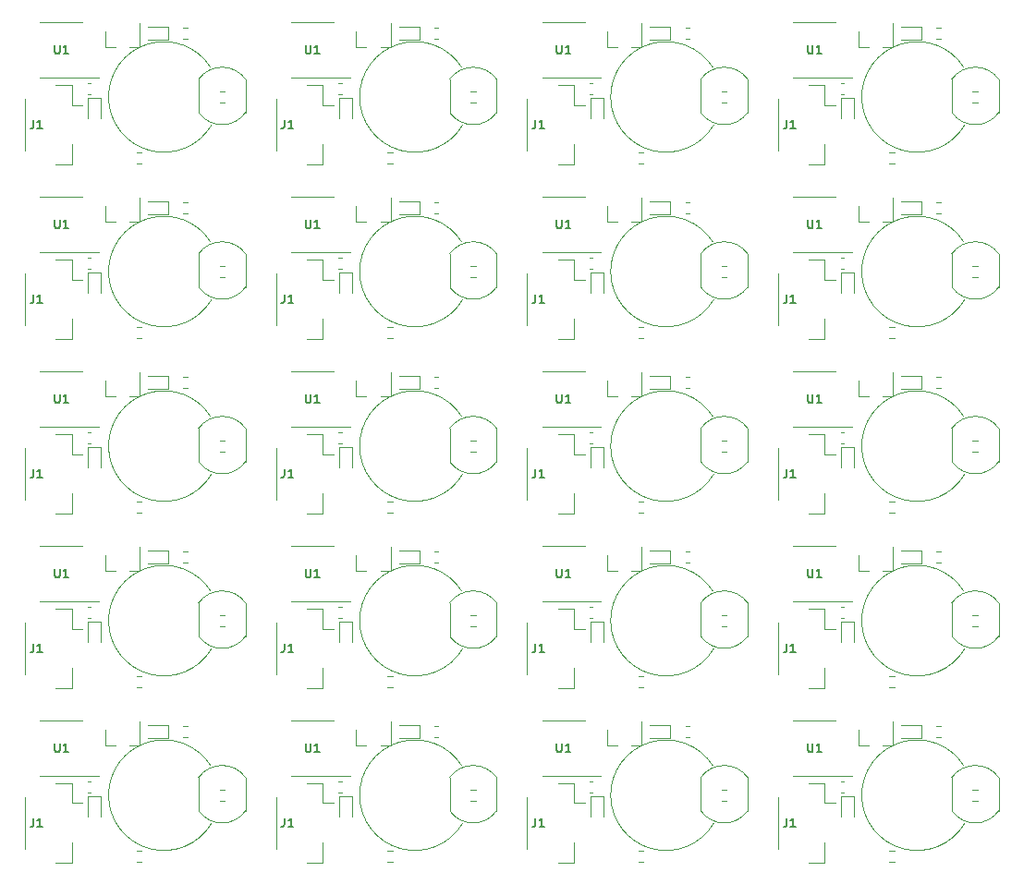
<source format=gto>
G04 #@! TF.GenerationSoftware,KiCad,Pcbnew,(5.1.8)-1*
G04 #@! TF.CreationDate,2021-11-13T10:16:22+08:00*
G04 #@! TF.ProjectId,haptic-cloth-panelized-small,68617074-6963-42d6-936c-6f74682d7061,rev?*
G04 #@! TF.SameCoordinates,Original*
G04 #@! TF.FileFunction,Legend,Top*
G04 #@! TF.FilePolarity,Positive*
%FSLAX46Y46*%
G04 Gerber Fmt 4.6, Leading zero omitted, Abs format (unit mm)*
G04 Created by KiCad (PCBNEW (5.1.8)-1) date 2021-11-13 10:16:22*
%MOMM*%
%LPD*%
G01*
G04 APERTURE LIST*
%ADD10C,0.120000*%
%ADD11C,0.150000*%
%ADD12R,0.800000X0.900000*%
%ADD13R,0.600000X0.700000*%
%ADD14R,0.700000X0.600000*%
%ADD15C,1.500000*%
%ADD16C,2.500000*%
%ADD17R,1.000000X1.000000*%
%ADD18C,1.000000*%
%ADD19O,1.350000X1.350000*%
G04 APERTURE END LIST*
D10*
X136633408Y-123837094D02*
G75*
G02*
X136562028Y-118554037I-4363380J2583057D01*
G01*
X113633399Y-123837094D02*
G75*
G02*
X113562019Y-118554037I-4363380J2583057D01*
G01*
X90633390Y-123837094D02*
G75*
G02*
X90562010Y-118554037I-4363380J2583057D01*
G01*
X67633381Y-123837094D02*
G75*
G02*
X67562001Y-118554037I-4363380J2583057D01*
G01*
X136633408Y-107837085D02*
G75*
G02*
X136562028Y-102554028I-4363380J2583057D01*
G01*
X113633399Y-107837085D02*
G75*
G02*
X113562019Y-102554028I-4363380J2583057D01*
G01*
X90633390Y-107837085D02*
G75*
G02*
X90562010Y-102554028I-4363380J2583057D01*
G01*
X67633381Y-107837085D02*
G75*
G02*
X67562001Y-102554028I-4363380J2583057D01*
G01*
X136633408Y-91837076D02*
G75*
G02*
X136562028Y-86554019I-4363380J2583057D01*
G01*
X113633399Y-91837076D02*
G75*
G02*
X113562019Y-86554019I-4363380J2583057D01*
G01*
X90633390Y-91837076D02*
G75*
G02*
X90562010Y-86554019I-4363380J2583057D01*
G01*
X67633381Y-91837076D02*
G75*
G02*
X67562001Y-86554019I-4363380J2583057D01*
G01*
X136633408Y-75837067D02*
G75*
G02*
X136562028Y-70554010I-4363380J2583057D01*
G01*
X113633399Y-75837067D02*
G75*
G02*
X113562019Y-70554010I-4363380J2583057D01*
G01*
X90633390Y-75837067D02*
G75*
G02*
X90562010Y-70554010I-4363380J2583057D01*
G01*
X67633381Y-75837067D02*
G75*
G02*
X67562001Y-70554010I-4363380J2583057D01*
G01*
X136633408Y-59837058D02*
G75*
G02*
X136562028Y-54554001I-4363380J2583057D01*
G01*
X113633399Y-59837058D02*
G75*
G02*
X113562019Y-54554001I-4363380J2583057D01*
G01*
X90633390Y-59837058D02*
G75*
G02*
X90562010Y-54554001I-4363380J2583057D01*
G01*
X67633381Y-59837058D02*
G75*
G02*
X67562001Y-54554001I-4363380J2583057D01*
G01*
X126880028Y-116680037D02*
X126880028Y-115220037D01*
X130040028Y-116680037D02*
X130040028Y-114520037D01*
X130040028Y-116680037D02*
X129110028Y-116680037D01*
X126880028Y-116680037D02*
X127810028Y-116680037D01*
X130808028Y-114812037D02*
X132658028Y-114812037D01*
X130808028Y-116012037D02*
X132658028Y-116012037D01*
X132658028Y-116012037D02*
X132658028Y-114812037D01*
X125320028Y-123224037D02*
X125320028Y-121374037D01*
X126520028Y-123224037D02*
X126520028Y-121374037D01*
X126520028Y-121374037D02*
X125320028Y-121374037D01*
X139754028Y-119626037D02*
X139754028Y-122676037D01*
X135454028Y-119626037D02*
X135454028Y-122676037D01*
X139769554Y-119647803D02*
G75*
G03*
X135454028Y-119626037I-2165526J-1528234D01*
G01*
X135485779Y-122720550D02*
G75*
G03*
X139754028Y-122676037I2118249J1544513D01*
G01*
X119550028Y-121454037D02*
X119550028Y-126134037D01*
X123820028Y-127404037D02*
X123820028Y-125604037D01*
X122370028Y-127404037D02*
X123820028Y-127404037D01*
X123820028Y-121984037D02*
X124810028Y-121984037D01*
X123820028Y-120184037D02*
X123820028Y-121984037D01*
X122370028Y-120184037D02*
X123820028Y-120184037D01*
X134048028Y-114904037D02*
X134429028Y-114904037D01*
X134429028Y-115920037D02*
X134048028Y-115920037D01*
X122872028Y-119496037D02*
X126322028Y-119496037D01*
X122872028Y-119496037D02*
X120922028Y-119496037D01*
X122872028Y-114376037D02*
X124822028Y-114376037D01*
X122872028Y-114376037D02*
X120922028Y-114376037D01*
X130221286Y-126319537D02*
X129746770Y-126319537D01*
X130221286Y-127364537D02*
X129746770Y-127364537D01*
X125552608Y-119982037D02*
X125271448Y-119982037D01*
X125552608Y-121002037D02*
X125271448Y-121002037D01*
X137366770Y-121776537D02*
X137841286Y-121776537D01*
X137366770Y-120731537D02*
X137841286Y-120731537D01*
X103880019Y-116680037D02*
X103880019Y-115220037D01*
X107040019Y-116680037D02*
X107040019Y-114520037D01*
X107040019Y-116680037D02*
X106110019Y-116680037D01*
X103880019Y-116680037D02*
X104810019Y-116680037D01*
X107808019Y-114812037D02*
X109658019Y-114812037D01*
X107808019Y-116012037D02*
X109658019Y-116012037D01*
X109658019Y-116012037D02*
X109658019Y-114812037D01*
X102320019Y-123224037D02*
X102320019Y-121374037D01*
X103520019Y-123224037D02*
X103520019Y-121374037D01*
X103520019Y-121374037D02*
X102320019Y-121374037D01*
X116754019Y-119626037D02*
X116754019Y-122676037D01*
X112454019Y-119626037D02*
X112454019Y-122676037D01*
X116769545Y-119647803D02*
G75*
G03*
X112454019Y-119626037I-2165526J-1528234D01*
G01*
X112485770Y-122720550D02*
G75*
G03*
X116754019Y-122676037I2118249J1544513D01*
G01*
X96550019Y-121454037D02*
X96550019Y-126134037D01*
X100820019Y-127404037D02*
X100820019Y-125604037D01*
X99370019Y-127404037D02*
X100820019Y-127404037D01*
X100820019Y-121984037D02*
X101810019Y-121984037D01*
X100820019Y-120184037D02*
X100820019Y-121984037D01*
X99370019Y-120184037D02*
X100820019Y-120184037D01*
X111048019Y-114904037D02*
X111429019Y-114904037D01*
X111429019Y-115920037D02*
X111048019Y-115920037D01*
X99872019Y-119496037D02*
X103322019Y-119496037D01*
X99872019Y-119496037D02*
X97922019Y-119496037D01*
X99872019Y-114376037D02*
X101822019Y-114376037D01*
X99872019Y-114376037D02*
X97922019Y-114376037D01*
X107221277Y-126319537D02*
X106746761Y-126319537D01*
X107221277Y-127364537D02*
X106746761Y-127364537D01*
X102552599Y-119982037D02*
X102271439Y-119982037D01*
X102552599Y-121002037D02*
X102271439Y-121002037D01*
X114366761Y-121776537D02*
X114841277Y-121776537D01*
X114366761Y-120731537D02*
X114841277Y-120731537D01*
X80880010Y-116680037D02*
X80880010Y-115220037D01*
X84040010Y-116680037D02*
X84040010Y-114520037D01*
X84040010Y-116680037D02*
X83110010Y-116680037D01*
X80880010Y-116680037D02*
X81810010Y-116680037D01*
X84808010Y-114812037D02*
X86658010Y-114812037D01*
X84808010Y-116012037D02*
X86658010Y-116012037D01*
X86658010Y-116012037D02*
X86658010Y-114812037D01*
X79320010Y-123224037D02*
X79320010Y-121374037D01*
X80520010Y-123224037D02*
X80520010Y-121374037D01*
X80520010Y-121374037D02*
X79320010Y-121374037D01*
X93754010Y-119626037D02*
X93754010Y-122676037D01*
X89454010Y-119626037D02*
X89454010Y-122676037D01*
X93769536Y-119647803D02*
G75*
G03*
X89454010Y-119626037I-2165526J-1528234D01*
G01*
X89485761Y-122720550D02*
G75*
G03*
X93754010Y-122676037I2118249J1544513D01*
G01*
X73550010Y-121454037D02*
X73550010Y-126134037D01*
X77820010Y-127404037D02*
X77820010Y-125604037D01*
X76370010Y-127404037D02*
X77820010Y-127404037D01*
X77820010Y-121984037D02*
X78810010Y-121984037D01*
X77820010Y-120184037D02*
X77820010Y-121984037D01*
X76370010Y-120184037D02*
X77820010Y-120184037D01*
X88048010Y-114904037D02*
X88429010Y-114904037D01*
X88429010Y-115920037D02*
X88048010Y-115920037D01*
X76872010Y-119496037D02*
X80322010Y-119496037D01*
X76872010Y-119496037D02*
X74922010Y-119496037D01*
X76872010Y-114376037D02*
X78822010Y-114376037D01*
X76872010Y-114376037D02*
X74922010Y-114376037D01*
X84221268Y-126319537D02*
X83746752Y-126319537D01*
X84221268Y-127364537D02*
X83746752Y-127364537D01*
X79552590Y-119982037D02*
X79271430Y-119982037D01*
X79552590Y-121002037D02*
X79271430Y-121002037D01*
X91366752Y-121776537D02*
X91841268Y-121776537D01*
X91366752Y-120731537D02*
X91841268Y-120731537D01*
X57880001Y-116680037D02*
X57880001Y-115220037D01*
X61040001Y-116680037D02*
X61040001Y-114520037D01*
X61040001Y-116680037D02*
X60110001Y-116680037D01*
X57880001Y-116680037D02*
X58810001Y-116680037D01*
X61808001Y-114812037D02*
X63658001Y-114812037D01*
X61808001Y-116012037D02*
X63658001Y-116012037D01*
X63658001Y-116012037D02*
X63658001Y-114812037D01*
X56320001Y-123224037D02*
X56320001Y-121374037D01*
X57520001Y-123224037D02*
X57520001Y-121374037D01*
X57520001Y-121374037D02*
X56320001Y-121374037D01*
X70754001Y-119626037D02*
X70754001Y-122676037D01*
X66454001Y-119626037D02*
X66454001Y-122676037D01*
X70769527Y-119647803D02*
G75*
G03*
X66454001Y-119626037I-2165526J-1528234D01*
G01*
X66485752Y-122720550D02*
G75*
G03*
X70754001Y-122676037I2118249J1544513D01*
G01*
X50550001Y-121454037D02*
X50550001Y-126134037D01*
X54820001Y-127404037D02*
X54820001Y-125604037D01*
X53370001Y-127404037D02*
X54820001Y-127404037D01*
X54820001Y-121984037D02*
X55810001Y-121984037D01*
X54820001Y-120184037D02*
X54820001Y-121984037D01*
X53370001Y-120184037D02*
X54820001Y-120184037D01*
X65048001Y-114904037D02*
X65429001Y-114904037D01*
X65429001Y-115920037D02*
X65048001Y-115920037D01*
X53872001Y-119496037D02*
X57322001Y-119496037D01*
X53872001Y-119496037D02*
X51922001Y-119496037D01*
X53872001Y-114376037D02*
X55822001Y-114376037D01*
X53872001Y-114376037D02*
X51922001Y-114376037D01*
X61221259Y-126319537D02*
X60746743Y-126319537D01*
X61221259Y-127364537D02*
X60746743Y-127364537D01*
X56552581Y-119982037D02*
X56271421Y-119982037D01*
X56552581Y-121002037D02*
X56271421Y-121002037D01*
X68366743Y-121776537D02*
X68841259Y-121776537D01*
X68366743Y-120731537D02*
X68841259Y-120731537D01*
X126880028Y-100680028D02*
X126880028Y-99220028D01*
X130040028Y-100680028D02*
X130040028Y-98520028D01*
X130040028Y-100680028D02*
X129110028Y-100680028D01*
X126880028Y-100680028D02*
X127810028Y-100680028D01*
X130808028Y-98812028D02*
X132658028Y-98812028D01*
X130808028Y-100012028D02*
X132658028Y-100012028D01*
X132658028Y-100012028D02*
X132658028Y-98812028D01*
X125320028Y-107224028D02*
X125320028Y-105374028D01*
X126520028Y-107224028D02*
X126520028Y-105374028D01*
X126520028Y-105374028D02*
X125320028Y-105374028D01*
X139754028Y-103626028D02*
X139754028Y-106676028D01*
X135454028Y-103626028D02*
X135454028Y-106676028D01*
X139769554Y-103647794D02*
G75*
G03*
X135454028Y-103626028I-2165526J-1528234D01*
G01*
X135485779Y-106720541D02*
G75*
G03*
X139754028Y-106676028I2118249J1544513D01*
G01*
X119550028Y-105454028D02*
X119550028Y-110134028D01*
X123820028Y-111404028D02*
X123820028Y-109604028D01*
X122370028Y-111404028D02*
X123820028Y-111404028D01*
X123820028Y-105984028D02*
X124810028Y-105984028D01*
X123820028Y-104184028D02*
X123820028Y-105984028D01*
X122370028Y-104184028D02*
X123820028Y-104184028D01*
X134048028Y-98904028D02*
X134429028Y-98904028D01*
X134429028Y-99920028D02*
X134048028Y-99920028D01*
X122872028Y-103496028D02*
X126322028Y-103496028D01*
X122872028Y-103496028D02*
X120922028Y-103496028D01*
X122872028Y-98376028D02*
X124822028Y-98376028D01*
X122872028Y-98376028D02*
X120922028Y-98376028D01*
X130221286Y-110319528D02*
X129746770Y-110319528D01*
X130221286Y-111364528D02*
X129746770Y-111364528D01*
X125552608Y-103982028D02*
X125271448Y-103982028D01*
X125552608Y-105002028D02*
X125271448Y-105002028D01*
X137366770Y-105776528D02*
X137841286Y-105776528D01*
X137366770Y-104731528D02*
X137841286Y-104731528D01*
X103880019Y-100680028D02*
X103880019Y-99220028D01*
X107040019Y-100680028D02*
X107040019Y-98520028D01*
X107040019Y-100680028D02*
X106110019Y-100680028D01*
X103880019Y-100680028D02*
X104810019Y-100680028D01*
X107808019Y-98812028D02*
X109658019Y-98812028D01*
X107808019Y-100012028D02*
X109658019Y-100012028D01*
X109658019Y-100012028D02*
X109658019Y-98812028D01*
X102320019Y-107224028D02*
X102320019Y-105374028D01*
X103520019Y-107224028D02*
X103520019Y-105374028D01*
X103520019Y-105374028D02*
X102320019Y-105374028D01*
X116754019Y-103626028D02*
X116754019Y-106676028D01*
X112454019Y-103626028D02*
X112454019Y-106676028D01*
X116769545Y-103647794D02*
G75*
G03*
X112454019Y-103626028I-2165526J-1528234D01*
G01*
X112485770Y-106720541D02*
G75*
G03*
X116754019Y-106676028I2118249J1544513D01*
G01*
X96550019Y-105454028D02*
X96550019Y-110134028D01*
X100820019Y-111404028D02*
X100820019Y-109604028D01*
X99370019Y-111404028D02*
X100820019Y-111404028D01*
X100820019Y-105984028D02*
X101810019Y-105984028D01*
X100820019Y-104184028D02*
X100820019Y-105984028D01*
X99370019Y-104184028D02*
X100820019Y-104184028D01*
X111048019Y-98904028D02*
X111429019Y-98904028D01*
X111429019Y-99920028D02*
X111048019Y-99920028D01*
X99872019Y-103496028D02*
X103322019Y-103496028D01*
X99872019Y-103496028D02*
X97922019Y-103496028D01*
X99872019Y-98376028D02*
X101822019Y-98376028D01*
X99872019Y-98376028D02*
X97922019Y-98376028D01*
X107221277Y-110319528D02*
X106746761Y-110319528D01*
X107221277Y-111364528D02*
X106746761Y-111364528D01*
X102552599Y-103982028D02*
X102271439Y-103982028D01*
X102552599Y-105002028D02*
X102271439Y-105002028D01*
X114366761Y-105776528D02*
X114841277Y-105776528D01*
X114366761Y-104731528D02*
X114841277Y-104731528D01*
X80880010Y-100680028D02*
X80880010Y-99220028D01*
X84040010Y-100680028D02*
X84040010Y-98520028D01*
X84040010Y-100680028D02*
X83110010Y-100680028D01*
X80880010Y-100680028D02*
X81810010Y-100680028D01*
X84808010Y-98812028D02*
X86658010Y-98812028D01*
X84808010Y-100012028D02*
X86658010Y-100012028D01*
X86658010Y-100012028D02*
X86658010Y-98812028D01*
X79320010Y-107224028D02*
X79320010Y-105374028D01*
X80520010Y-107224028D02*
X80520010Y-105374028D01*
X80520010Y-105374028D02*
X79320010Y-105374028D01*
X93754010Y-103626028D02*
X93754010Y-106676028D01*
X89454010Y-103626028D02*
X89454010Y-106676028D01*
X93769536Y-103647794D02*
G75*
G03*
X89454010Y-103626028I-2165526J-1528234D01*
G01*
X89485761Y-106720541D02*
G75*
G03*
X93754010Y-106676028I2118249J1544513D01*
G01*
X73550010Y-105454028D02*
X73550010Y-110134028D01*
X77820010Y-111404028D02*
X77820010Y-109604028D01*
X76370010Y-111404028D02*
X77820010Y-111404028D01*
X77820010Y-105984028D02*
X78810010Y-105984028D01*
X77820010Y-104184028D02*
X77820010Y-105984028D01*
X76370010Y-104184028D02*
X77820010Y-104184028D01*
X88048010Y-98904028D02*
X88429010Y-98904028D01*
X88429010Y-99920028D02*
X88048010Y-99920028D01*
X76872010Y-103496028D02*
X80322010Y-103496028D01*
X76872010Y-103496028D02*
X74922010Y-103496028D01*
X76872010Y-98376028D02*
X78822010Y-98376028D01*
X76872010Y-98376028D02*
X74922010Y-98376028D01*
X84221268Y-110319528D02*
X83746752Y-110319528D01*
X84221268Y-111364528D02*
X83746752Y-111364528D01*
X79552590Y-103982028D02*
X79271430Y-103982028D01*
X79552590Y-105002028D02*
X79271430Y-105002028D01*
X91366752Y-105776528D02*
X91841268Y-105776528D01*
X91366752Y-104731528D02*
X91841268Y-104731528D01*
X57880001Y-100680028D02*
X57880001Y-99220028D01*
X61040001Y-100680028D02*
X61040001Y-98520028D01*
X61040001Y-100680028D02*
X60110001Y-100680028D01*
X57880001Y-100680028D02*
X58810001Y-100680028D01*
X61808001Y-98812028D02*
X63658001Y-98812028D01*
X61808001Y-100012028D02*
X63658001Y-100012028D01*
X63658001Y-100012028D02*
X63658001Y-98812028D01*
X56320001Y-107224028D02*
X56320001Y-105374028D01*
X57520001Y-107224028D02*
X57520001Y-105374028D01*
X57520001Y-105374028D02*
X56320001Y-105374028D01*
X70754001Y-103626028D02*
X70754001Y-106676028D01*
X66454001Y-103626028D02*
X66454001Y-106676028D01*
X70769527Y-103647794D02*
G75*
G03*
X66454001Y-103626028I-2165526J-1528234D01*
G01*
X66485752Y-106720541D02*
G75*
G03*
X70754001Y-106676028I2118249J1544513D01*
G01*
X50550001Y-105454028D02*
X50550001Y-110134028D01*
X54820001Y-111404028D02*
X54820001Y-109604028D01*
X53370001Y-111404028D02*
X54820001Y-111404028D01*
X54820001Y-105984028D02*
X55810001Y-105984028D01*
X54820001Y-104184028D02*
X54820001Y-105984028D01*
X53370001Y-104184028D02*
X54820001Y-104184028D01*
X65048001Y-98904028D02*
X65429001Y-98904028D01*
X65429001Y-99920028D02*
X65048001Y-99920028D01*
X53872001Y-103496028D02*
X57322001Y-103496028D01*
X53872001Y-103496028D02*
X51922001Y-103496028D01*
X53872001Y-98376028D02*
X55822001Y-98376028D01*
X53872001Y-98376028D02*
X51922001Y-98376028D01*
X61221259Y-110319528D02*
X60746743Y-110319528D01*
X61221259Y-111364528D02*
X60746743Y-111364528D01*
X56552581Y-103982028D02*
X56271421Y-103982028D01*
X56552581Y-105002028D02*
X56271421Y-105002028D01*
X68366743Y-105776528D02*
X68841259Y-105776528D01*
X68366743Y-104731528D02*
X68841259Y-104731528D01*
X126880028Y-84680019D02*
X126880028Y-83220019D01*
X130040028Y-84680019D02*
X130040028Y-82520019D01*
X130040028Y-84680019D02*
X129110028Y-84680019D01*
X126880028Y-84680019D02*
X127810028Y-84680019D01*
X130808028Y-82812019D02*
X132658028Y-82812019D01*
X130808028Y-84012019D02*
X132658028Y-84012019D01*
X132658028Y-84012019D02*
X132658028Y-82812019D01*
X125320028Y-91224019D02*
X125320028Y-89374019D01*
X126520028Y-91224019D02*
X126520028Y-89374019D01*
X126520028Y-89374019D02*
X125320028Y-89374019D01*
X139754028Y-87626019D02*
X139754028Y-90676019D01*
X135454028Y-87626019D02*
X135454028Y-90676019D01*
X139769554Y-87647785D02*
G75*
G03*
X135454028Y-87626019I-2165526J-1528234D01*
G01*
X135485779Y-90720532D02*
G75*
G03*
X139754028Y-90676019I2118249J1544513D01*
G01*
X119550028Y-89454019D02*
X119550028Y-94134019D01*
X123820028Y-95404019D02*
X123820028Y-93604019D01*
X122370028Y-95404019D02*
X123820028Y-95404019D01*
X123820028Y-89984019D02*
X124810028Y-89984019D01*
X123820028Y-88184019D02*
X123820028Y-89984019D01*
X122370028Y-88184019D02*
X123820028Y-88184019D01*
X134048028Y-82904019D02*
X134429028Y-82904019D01*
X134429028Y-83920019D02*
X134048028Y-83920019D01*
X122872028Y-87496019D02*
X126322028Y-87496019D01*
X122872028Y-87496019D02*
X120922028Y-87496019D01*
X122872028Y-82376019D02*
X124822028Y-82376019D01*
X122872028Y-82376019D02*
X120922028Y-82376019D01*
X130221286Y-94319519D02*
X129746770Y-94319519D01*
X130221286Y-95364519D02*
X129746770Y-95364519D01*
X125552608Y-87982019D02*
X125271448Y-87982019D01*
X125552608Y-89002019D02*
X125271448Y-89002019D01*
X137366770Y-89776519D02*
X137841286Y-89776519D01*
X137366770Y-88731519D02*
X137841286Y-88731519D01*
X103880019Y-84680019D02*
X103880019Y-83220019D01*
X107040019Y-84680019D02*
X107040019Y-82520019D01*
X107040019Y-84680019D02*
X106110019Y-84680019D01*
X103880019Y-84680019D02*
X104810019Y-84680019D01*
X107808019Y-82812019D02*
X109658019Y-82812019D01*
X107808019Y-84012019D02*
X109658019Y-84012019D01*
X109658019Y-84012019D02*
X109658019Y-82812019D01*
X102320019Y-91224019D02*
X102320019Y-89374019D01*
X103520019Y-91224019D02*
X103520019Y-89374019D01*
X103520019Y-89374019D02*
X102320019Y-89374019D01*
X116754019Y-87626019D02*
X116754019Y-90676019D01*
X112454019Y-87626019D02*
X112454019Y-90676019D01*
X116769545Y-87647785D02*
G75*
G03*
X112454019Y-87626019I-2165526J-1528234D01*
G01*
X112485770Y-90720532D02*
G75*
G03*
X116754019Y-90676019I2118249J1544513D01*
G01*
X96550019Y-89454019D02*
X96550019Y-94134019D01*
X100820019Y-95404019D02*
X100820019Y-93604019D01*
X99370019Y-95404019D02*
X100820019Y-95404019D01*
X100820019Y-89984019D02*
X101810019Y-89984019D01*
X100820019Y-88184019D02*
X100820019Y-89984019D01*
X99370019Y-88184019D02*
X100820019Y-88184019D01*
X111048019Y-82904019D02*
X111429019Y-82904019D01*
X111429019Y-83920019D02*
X111048019Y-83920019D01*
X99872019Y-87496019D02*
X103322019Y-87496019D01*
X99872019Y-87496019D02*
X97922019Y-87496019D01*
X99872019Y-82376019D02*
X101822019Y-82376019D01*
X99872019Y-82376019D02*
X97922019Y-82376019D01*
X107221277Y-94319519D02*
X106746761Y-94319519D01*
X107221277Y-95364519D02*
X106746761Y-95364519D01*
X102552599Y-87982019D02*
X102271439Y-87982019D01*
X102552599Y-89002019D02*
X102271439Y-89002019D01*
X114366761Y-89776519D02*
X114841277Y-89776519D01*
X114366761Y-88731519D02*
X114841277Y-88731519D01*
X80880010Y-84680019D02*
X80880010Y-83220019D01*
X84040010Y-84680019D02*
X84040010Y-82520019D01*
X84040010Y-84680019D02*
X83110010Y-84680019D01*
X80880010Y-84680019D02*
X81810010Y-84680019D01*
X84808010Y-82812019D02*
X86658010Y-82812019D01*
X84808010Y-84012019D02*
X86658010Y-84012019D01*
X86658010Y-84012019D02*
X86658010Y-82812019D01*
X79320010Y-91224019D02*
X79320010Y-89374019D01*
X80520010Y-91224019D02*
X80520010Y-89374019D01*
X80520010Y-89374019D02*
X79320010Y-89374019D01*
X93754010Y-87626019D02*
X93754010Y-90676019D01*
X89454010Y-87626019D02*
X89454010Y-90676019D01*
X93769536Y-87647785D02*
G75*
G03*
X89454010Y-87626019I-2165526J-1528234D01*
G01*
X89485761Y-90720532D02*
G75*
G03*
X93754010Y-90676019I2118249J1544513D01*
G01*
X73550010Y-89454019D02*
X73550010Y-94134019D01*
X77820010Y-95404019D02*
X77820010Y-93604019D01*
X76370010Y-95404019D02*
X77820010Y-95404019D01*
X77820010Y-89984019D02*
X78810010Y-89984019D01*
X77820010Y-88184019D02*
X77820010Y-89984019D01*
X76370010Y-88184019D02*
X77820010Y-88184019D01*
X88048010Y-82904019D02*
X88429010Y-82904019D01*
X88429010Y-83920019D02*
X88048010Y-83920019D01*
X76872010Y-87496019D02*
X80322010Y-87496019D01*
X76872010Y-87496019D02*
X74922010Y-87496019D01*
X76872010Y-82376019D02*
X78822010Y-82376019D01*
X76872010Y-82376019D02*
X74922010Y-82376019D01*
X84221268Y-94319519D02*
X83746752Y-94319519D01*
X84221268Y-95364519D02*
X83746752Y-95364519D01*
X79552590Y-87982019D02*
X79271430Y-87982019D01*
X79552590Y-89002019D02*
X79271430Y-89002019D01*
X91366752Y-89776519D02*
X91841268Y-89776519D01*
X91366752Y-88731519D02*
X91841268Y-88731519D01*
X57880001Y-84680019D02*
X57880001Y-83220019D01*
X61040001Y-84680019D02*
X61040001Y-82520019D01*
X61040001Y-84680019D02*
X60110001Y-84680019D01*
X57880001Y-84680019D02*
X58810001Y-84680019D01*
X61808001Y-82812019D02*
X63658001Y-82812019D01*
X61808001Y-84012019D02*
X63658001Y-84012019D01*
X63658001Y-84012019D02*
X63658001Y-82812019D01*
X56320001Y-91224019D02*
X56320001Y-89374019D01*
X57520001Y-91224019D02*
X57520001Y-89374019D01*
X57520001Y-89374019D02*
X56320001Y-89374019D01*
X70754001Y-87626019D02*
X70754001Y-90676019D01*
X66454001Y-87626019D02*
X66454001Y-90676019D01*
X70769527Y-87647785D02*
G75*
G03*
X66454001Y-87626019I-2165526J-1528234D01*
G01*
X66485752Y-90720532D02*
G75*
G03*
X70754001Y-90676019I2118249J1544513D01*
G01*
X50550001Y-89454019D02*
X50550001Y-94134019D01*
X54820001Y-95404019D02*
X54820001Y-93604019D01*
X53370001Y-95404019D02*
X54820001Y-95404019D01*
X54820001Y-89984019D02*
X55810001Y-89984019D01*
X54820001Y-88184019D02*
X54820001Y-89984019D01*
X53370001Y-88184019D02*
X54820001Y-88184019D01*
X65048001Y-82904019D02*
X65429001Y-82904019D01*
X65429001Y-83920019D02*
X65048001Y-83920019D01*
X53872001Y-87496019D02*
X57322001Y-87496019D01*
X53872001Y-87496019D02*
X51922001Y-87496019D01*
X53872001Y-82376019D02*
X55822001Y-82376019D01*
X53872001Y-82376019D02*
X51922001Y-82376019D01*
X61221259Y-94319519D02*
X60746743Y-94319519D01*
X61221259Y-95364519D02*
X60746743Y-95364519D01*
X56552581Y-87982019D02*
X56271421Y-87982019D01*
X56552581Y-89002019D02*
X56271421Y-89002019D01*
X68366743Y-89776519D02*
X68841259Y-89776519D01*
X68366743Y-88731519D02*
X68841259Y-88731519D01*
X126880028Y-68680010D02*
X126880028Y-67220010D01*
X130040028Y-68680010D02*
X130040028Y-66520010D01*
X130040028Y-68680010D02*
X129110028Y-68680010D01*
X126880028Y-68680010D02*
X127810028Y-68680010D01*
X130808028Y-66812010D02*
X132658028Y-66812010D01*
X130808028Y-68012010D02*
X132658028Y-68012010D01*
X132658028Y-68012010D02*
X132658028Y-66812010D01*
X125320028Y-75224010D02*
X125320028Y-73374010D01*
X126520028Y-75224010D02*
X126520028Y-73374010D01*
X126520028Y-73374010D02*
X125320028Y-73374010D01*
X139754028Y-71626010D02*
X139754028Y-74676010D01*
X135454028Y-71626010D02*
X135454028Y-74676010D01*
X139769554Y-71647776D02*
G75*
G03*
X135454028Y-71626010I-2165526J-1528234D01*
G01*
X135485779Y-74720523D02*
G75*
G03*
X139754028Y-74676010I2118249J1544513D01*
G01*
X119550028Y-73454010D02*
X119550028Y-78134010D01*
X123820028Y-79404010D02*
X123820028Y-77604010D01*
X122370028Y-79404010D02*
X123820028Y-79404010D01*
X123820028Y-73984010D02*
X124810028Y-73984010D01*
X123820028Y-72184010D02*
X123820028Y-73984010D01*
X122370028Y-72184010D02*
X123820028Y-72184010D01*
X134048028Y-66904010D02*
X134429028Y-66904010D01*
X134429028Y-67920010D02*
X134048028Y-67920010D01*
X122872028Y-71496010D02*
X126322028Y-71496010D01*
X122872028Y-71496010D02*
X120922028Y-71496010D01*
X122872028Y-66376010D02*
X124822028Y-66376010D01*
X122872028Y-66376010D02*
X120922028Y-66376010D01*
X130221286Y-78319510D02*
X129746770Y-78319510D01*
X130221286Y-79364510D02*
X129746770Y-79364510D01*
X125552608Y-71982010D02*
X125271448Y-71982010D01*
X125552608Y-73002010D02*
X125271448Y-73002010D01*
X137366770Y-73776510D02*
X137841286Y-73776510D01*
X137366770Y-72731510D02*
X137841286Y-72731510D01*
X103880019Y-68680010D02*
X103880019Y-67220010D01*
X107040019Y-68680010D02*
X107040019Y-66520010D01*
X107040019Y-68680010D02*
X106110019Y-68680010D01*
X103880019Y-68680010D02*
X104810019Y-68680010D01*
X107808019Y-66812010D02*
X109658019Y-66812010D01*
X107808019Y-68012010D02*
X109658019Y-68012010D01*
X109658019Y-68012010D02*
X109658019Y-66812010D01*
X102320019Y-75224010D02*
X102320019Y-73374010D01*
X103520019Y-75224010D02*
X103520019Y-73374010D01*
X103520019Y-73374010D02*
X102320019Y-73374010D01*
X116754019Y-71626010D02*
X116754019Y-74676010D01*
X112454019Y-71626010D02*
X112454019Y-74676010D01*
X116769545Y-71647776D02*
G75*
G03*
X112454019Y-71626010I-2165526J-1528234D01*
G01*
X112485770Y-74720523D02*
G75*
G03*
X116754019Y-74676010I2118249J1544513D01*
G01*
X96550019Y-73454010D02*
X96550019Y-78134010D01*
X100820019Y-79404010D02*
X100820019Y-77604010D01*
X99370019Y-79404010D02*
X100820019Y-79404010D01*
X100820019Y-73984010D02*
X101810019Y-73984010D01*
X100820019Y-72184010D02*
X100820019Y-73984010D01*
X99370019Y-72184010D02*
X100820019Y-72184010D01*
X111048019Y-66904010D02*
X111429019Y-66904010D01*
X111429019Y-67920010D02*
X111048019Y-67920010D01*
X99872019Y-71496010D02*
X103322019Y-71496010D01*
X99872019Y-71496010D02*
X97922019Y-71496010D01*
X99872019Y-66376010D02*
X101822019Y-66376010D01*
X99872019Y-66376010D02*
X97922019Y-66376010D01*
X107221277Y-78319510D02*
X106746761Y-78319510D01*
X107221277Y-79364510D02*
X106746761Y-79364510D01*
X102552599Y-71982010D02*
X102271439Y-71982010D01*
X102552599Y-73002010D02*
X102271439Y-73002010D01*
X114366761Y-73776510D02*
X114841277Y-73776510D01*
X114366761Y-72731510D02*
X114841277Y-72731510D01*
X80880010Y-68680010D02*
X80880010Y-67220010D01*
X84040010Y-68680010D02*
X84040010Y-66520010D01*
X84040010Y-68680010D02*
X83110010Y-68680010D01*
X80880010Y-68680010D02*
X81810010Y-68680010D01*
X84808010Y-66812010D02*
X86658010Y-66812010D01*
X84808010Y-68012010D02*
X86658010Y-68012010D01*
X86658010Y-68012010D02*
X86658010Y-66812010D01*
X79320010Y-75224010D02*
X79320010Y-73374010D01*
X80520010Y-75224010D02*
X80520010Y-73374010D01*
X80520010Y-73374010D02*
X79320010Y-73374010D01*
X93754010Y-71626010D02*
X93754010Y-74676010D01*
X89454010Y-71626010D02*
X89454010Y-74676010D01*
X93769536Y-71647776D02*
G75*
G03*
X89454010Y-71626010I-2165526J-1528234D01*
G01*
X89485761Y-74720523D02*
G75*
G03*
X93754010Y-74676010I2118249J1544513D01*
G01*
X73550010Y-73454010D02*
X73550010Y-78134010D01*
X77820010Y-79404010D02*
X77820010Y-77604010D01*
X76370010Y-79404010D02*
X77820010Y-79404010D01*
X77820010Y-73984010D02*
X78810010Y-73984010D01*
X77820010Y-72184010D02*
X77820010Y-73984010D01*
X76370010Y-72184010D02*
X77820010Y-72184010D01*
X88048010Y-66904010D02*
X88429010Y-66904010D01*
X88429010Y-67920010D02*
X88048010Y-67920010D01*
X76872010Y-71496010D02*
X80322010Y-71496010D01*
X76872010Y-71496010D02*
X74922010Y-71496010D01*
X76872010Y-66376010D02*
X78822010Y-66376010D01*
X76872010Y-66376010D02*
X74922010Y-66376010D01*
X84221268Y-78319510D02*
X83746752Y-78319510D01*
X84221268Y-79364510D02*
X83746752Y-79364510D01*
X79552590Y-71982010D02*
X79271430Y-71982010D01*
X79552590Y-73002010D02*
X79271430Y-73002010D01*
X91366752Y-73776510D02*
X91841268Y-73776510D01*
X91366752Y-72731510D02*
X91841268Y-72731510D01*
X57880001Y-68680010D02*
X57880001Y-67220010D01*
X61040001Y-68680010D02*
X61040001Y-66520010D01*
X61040001Y-68680010D02*
X60110001Y-68680010D01*
X57880001Y-68680010D02*
X58810001Y-68680010D01*
X61808001Y-66812010D02*
X63658001Y-66812010D01*
X61808001Y-68012010D02*
X63658001Y-68012010D01*
X63658001Y-68012010D02*
X63658001Y-66812010D01*
X56320001Y-75224010D02*
X56320001Y-73374010D01*
X57520001Y-75224010D02*
X57520001Y-73374010D01*
X57520001Y-73374010D02*
X56320001Y-73374010D01*
X70754001Y-71626010D02*
X70754001Y-74676010D01*
X66454001Y-71626010D02*
X66454001Y-74676010D01*
X70769527Y-71647776D02*
G75*
G03*
X66454001Y-71626010I-2165526J-1528234D01*
G01*
X66485752Y-74720523D02*
G75*
G03*
X70754001Y-74676010I2118249J1544513D01*
G01*
X50550001Y-73454010D02*
X50550001Y-78134010D01*
X54820001Y-79404010D02*
X54820001Y-77604010D01*
X53370001Y-79404010D02*
X54820001Y-79404010D01*
X54820001Y-73984010D02*
X55810001Y-73984010D01*
X54820001Y-72184010D02*
X54820001Y-73984010D01*
X53370001Y-72184010D02*
X54820001Y-72184010D01*
X65048001Y-66904010D02*
X65429001Y-66904010D01*
X65429001Y-67920010D02*
X65048001Y-67920010D01*
X53872001Y-71496010D02*
X57322001Y-71496010D01*
X53872001Y-71496010D02*
X51922001Y-71496010D01*
X53872001Y-66376010D02*
X55822001Y-66376010D01*
X53872001Y-66376010D02*
X51922001Y-66376010D01*
X61221259Y-78319510D02*
X60746743Y-78319510D01*
X61221259Y-79364510D02*
X60746743Y-79364510D01*
X56552581Y-71982010D02*
X56271421Y-71982010D01*
X56552581Y-73002010D02*
X56271421Y-73002010D01*
X68366743Y-73776510D02*
X68841259Y-73776510D01*
X68366743Y-72731510D02*
X68841259Y-72731510D01*
X126880028Y-52680001D02*
X126880028Y-51220001D01*
X130040028Y-52680001D02*
X130040028Y-50520001D01*
X130040028Y-52680001D02*
X129110028Y-52680001D01*
X126880028Y-52680001D02*
X127810028Y-52680001D01*
X130808028Y-50812001D02*
X132658028Y-50812001D01*
X130808028Y-52012001D02*
X132658028Y-52012001D01*
X132658028Y-52012001D02*
X132658028Y-50812001D01*
X125320028Y-59224001D02*
X125320028Y-57374001D01*
X126520028Y-59224001D02*
X126520028Y-57374001D01*
X126520028Y-57374001D02*
X125320028Y-57374001D01*
X139754028Y-55626001D02*
X139754028Y-58676001D01*
X135454028Y-55626001D02*
X135454028Y-58676001D01*
X139769554Y-55647767D02*
G75*
G03*
X135454028Y-55626001I-2165526J-1528234D01*
G01*
X135485779Y-58720514D02*
G75*
G03*
X139754028Y-58676001I2118249J1544513D01*
G01*
X119550028Y-57454001D02*
X119550028Y-62134001D01*
X123820028Y-63404001D02*
X123820028Y-61604001D01*
X122370028Y-63404001D02*
X123820028Y-63404001D01*
X123820028Y-57984001D02*
X124810028Y-57984001D01*
X123820028Y-56184001D02*
X123820028Y-57984001D01*
X122370028Y-56184001D02*
X123820028Y-56184001D01*
X134048028Y-50904001D02*
X134429028Y-50904001D01*
X134429028Y-51920001D02*
X134048028Y-51920001D01*
X122872028Y-55496001D02*
X126322028Y-55496001D01*
X122872028Y-55496001D02*
X120922028Y-55496001D01*
X122872028Y-50376001D02*
X124822028Y-50376001D01*
X122872028Y-50376001D02*
X120922028Y-50376001D01*
X130221286Y-62319501D02*
X129746770Y-62319501D01*
X130221286Y-63364501D02*
X129746770Y-63364501D01*
X125552608Y-55982001D02*
X125271448Y-55982001D01*
X125552608Y-57002001D02*
X125271448Y-57002001D01*
X137366770Y-57776501D02*
X137841286Y-57776501D01*
X137366770Y-56731501D02*
X137841286Y-56731501D01*
X103880019Y-52680001D02*
X103880019Y-51220001D01*
X107040019Y-52680001D02*
X107040019Y-50520001D01*
X107040019Y-52680001D02*
X106110019Y-52680001D01*
X103880019Y-52680001D02*
X104810019Y-52680001D01*
X107808019Y-50812001D02*
X109658019Y-50812001D01*
X107808019Y-52012001D02*
X109658019Y-52012001D01*
X109658019Y-52012001D02*
X109658019Y-50812001D01*
X102320019Y-59224001D02*
X102320019Y-57374001D01*
X103520019Y-59224001D02*
X103520019Y-57374001D01*
X103520019Y-57374001D02*
X102320019Y-57374001D01*
X116754019Y-55626001D02*
X116754019Y-58676001D01*
X112454019Y-55626001D02*
X112454019Y-58676001D01*
X116769545Y-55647767D02*
G75*
G03*
X112454019Y-55626001I-2165526J-1528234D01*
G01*
X112485770Y-58720514D02*
G75*
G03*
X116754019Y-58676001I2118249J1544513D01*
G01*
X96550019Y-57454001D02*
X96550019Y-62134001D01*
X100820019Y-63404001D02*
X100820019Y-61604001D01*
X99370019Y-63404001D02*
X100820019Y-63404001D01*
X100820019Y-57984001D02*
X101810019Y-57984001D01*
X100820019Y-56184001D02*
X100820019Y-57984001D01*
X99370019Y-56184001D02*
X100820019Y-56184001D01*
X111048019Y-50904001D02*
X111429019Y-50904001D01*
X111429019Y-51920001D02*
X111048019Y-51920001D01*
X99872019Y-55496001D02*
X103322019Y-55496001D01*
X99872019Y-55496001D02*
X97922019Y-55496001D01*
X99872019Y-50376001D02*
X101822019Y-50376001D01*
X99872019Y-50376001D02*
X97922019Y-50376001D01*
X107221277Y-62319501D02*
X106746761Y-62319501D01*
X107221277Y-63364501D02*
X106746761Y-63364501D01*
X102552599Y-55982001D02*
X102271439Y-55982001D01*
X102552599Y-57002001D02*
X102271439Y-57002001D01*
X114366761Y-57776501D02*
X114841277Y-57776501D01*
X114366761Y-56731501D02*
X114841277Y-56731501D01*
X80880010Y-52680001D02*
X80880010Y-51220001D01*
X84040010Y-52680001D02*
X84040010Y-50520001D01*
X84040010Y-52680001D02*
X83110010Y-52680001D01*
X80880010Y-52680001D02*
X81810010Y-52680001D01*
X84808010Y-50812001D02*
X86658010Y-50812001D01*
X84808010Y-52012001D02*
X86658010Y-52012001D01*
X86658010Y-52012001D02*
X86658010Y-50812001D01*
X79320010Y-59224001D02*
X79320010Y-57374001D01*
X80520010Y-59224001D02*
X80520010Y-57374001D01*
X80520010Y-57374001D02*
X79320010Y-57374001D01*
X93754010Y-55626001D02*
X93754010Y-58676001D01*
X89454010Y-55626001D02*
X89454010Y-58676001D01*
X93769536Y-55647767D02*
G75*
G03*
X89454010Y-55626001I-2165526J-1528234D01*
G01*
X89485761Y-58720514D02*
G75*
G03*
X93754010Y-58676001I2118249J1544513D01*
G01*
X73550010Y-57454001D02*
X73550010Y-62134001D01*
X77820010Y-63404001D02*
X77820010Y-61604001D01*
X76370010Y-63404001D02*
X77820010Y-63404001D01*
X77820010Y-57984001D02*
X78810010Y-57984001D01*
X77820010Y-56184001D02*
X77820010Y-57984001D01*
X76370010Y-56184001D02*
X77820010Y-56184001D01*
X88048010Y-50904001D02*
X88429010Y-50904001D01*
X88429010Y-51920001D02*
X88048010Y-51920001D01*
X76872010Y-55496001D02*
X80322010Y-55496001D01*
X76872010Y-55496001D02*
X74922010Y-55496001D01*
X76872010Y-50376001D02*
X78822010Y-50376001D01*
X76872010Y-50376001D02*
X74922010Y-50376001D01*
X84221268Y-62319501D02*
X83746752Y-62319501D01*
X84221268Y-63364501D02*
X83746752Y-63364501D01*
X79552590Y-55982001D02*
X79271430Y-55982001D01*
X79552590Y-57002001D02*
X79271430Y-57002001D01*
X91366752Y-57776501D02*
X91841268Y-57776501D01*
X91366752Y-56731501D02*
X91841268Y-56731501D01*
X57880001Y-52680001D02*
X57880001Y-51220001D01*
X61040001Y-52680001D02*
X61040001Y-50520001D01*
X61040001Y-52680001D02*
X60110001Y-52680001D01*
X57880001Y-52680001D02*
X58810001Y-52680001D01*
X61808001Y-50812001D02*
X63658001Y-50812001D01*
X61808001Y-52012001D02*
X63658001Y-52012001D01*
X63658001Y-52012001D02*
X63658001Y-50812001D01*
X56320001Y-59224001D02*
X56320001Y-57374001D01*
X57520001Y-59224001D02*
X57520001Y-57374001D01*
X57520001Y-57374001D02*
X56320001Y-57374001D01*
X70754001Y-55626001D02*
X70754001Y-58676001D01*
X66454001Y-55626001D02*
X66454001Y-58676001D01*
X70769527Y-55647767D02*
G75*
G03*
X66454001Y-55626001I-2165526J-1528234D01*
G01*
X66485752Y-58720514D02*
G75*
G03*
X70754001Y-58676001I2118249J1544513D01*
G01*
X50550001Y-57454001D02*
X50550001Y-62134001D01*
X54820001Y-63404001D02*
X54820001Y-61604001D01*
X53370001Y-63404001D02*
X54820001Y-63404001D01*
X54820001Y-57984001D02*
X55810001Y-57984001D01*
X54820001Y-56184001D02*
X54820001Y-57984001D01*
X53370001Y-56184001D02*
X54820001Y-56184001D01*
X65048001Y-50904001D02*
X65429001Y-50904001D01*
X65429001Y-51920001D02*
X65048001Y-51920001D01*
X53872001Y-55496001D02*
X57322001Y-55496001D01*
X53872001Y-55496001D02*
X51922001Y-55496001D01*
X53872001Y-50376001D02*
X55822001Y-50376001D01*
X53872001Y-50376001D02*
X51922001Y-50376001D01*
X61221259Y-62319501D02*
X60746743Y-62319501D01*
X61221259Y-63364501D02*
X60746743Y-63364501D01*
X56552581Y-55982001D02*
X56271421Y-55982001D01*
X56552581Y-57002001D02*
X56271421Y-57002001D01*
X68366743Y-57776501D02*
X68841259Y-57776501D01*
X68366743Y-56731501D02*
X68841259Y-56731501D01*
D11*
X120319361Y-123355941D02*
X120319361Y-123927370D01*
X120281266Y-124041656D01*
X120205075Y-124117846D01*
X120090789Y-124155941D01*
X120014599Y-124155941D01*
X121119361Y-124155941D02*
X120662218Y-124155941D01*
X120890789Y-124155941D02*
X120890789Y-123355941D01*
X120814599Y-123470227D01*
X120738408Y-123546417D01*
X120662218Y-123584513D01*
X122262504Y-116497941D02*
X122262504Y-117145560D01*
X122300599Y-117221751D01*
X122338694Y-117259846D01*
X122414885Y-117297941D01*
X122567266Y-117297941D01*
X122643456Y-117259846D01*
X122681551Y-117221751D01*
X122719647Y-117145560D01*
X122719647Y-116497941D01*
X123519647Y-117297941D02*
X123062504Y-117297941D01*
X123291075Y-117297941D02*
X123291075Y-116497941D01*
X123214885Y-116612227D01*
X123138694Y-116688417D01*
X123062504Y-116726513D01*
X97319352Y-123355941D02*
X97319352Y-123927370D01*
X97281257Y-124041656D01*
X97205066Y-124117846D01*
X97090780Y-124155941D01*
X97014590Y-124155941D01*
X98119352Y-124155941D02*
X97662209Y-124155941D01*
X97890780Y-124155941D02*
X97890780Y-123355941D01*
X97814590Y-123470227D01*
X97738399Y-123546417D01*
X97662209Y-123584513D01*
X99262495Y-116497941D02*
X99262495Y-117145560D01*
X99300590Y-117221751D01*
X99338685Y-117259846D01*
X99414876Y-117297941D01*
X99567257Y-117297941D01*
X99643447Y-117259846D01*
X99681542Y-117221751D01*
X99719638Y-117145560D01*
X99719638Y-116497941D01*
X100519638Y-117297941D02*
X100062495Y-117297941D01*
X100291066Y-117297941D02*
X100291066Y-116497941D01*
X100214876Y-116612227D01*
X100138685Y-116688417D01*
X100062495Y-116726513D01*
X74319343Y-123355941D02*
X74319343Y-123927370D01*
X74281248Y-124041656D01*
X74205057Y-124117846D01*
X74090771Y-124155941D01*
X74014581Y-124155941D01*
X75119343Y-124155941D02*
X74662200Y-124155941D01*
X74890771Y-124155941D02*
X74890771Y-123355941D01*
X74814581Y-123470227D01*
X74738390Y-123546417D01*
X74662200Y-123584513D01*
X76262486Y-116497941D02*
X76262486Y-117145560D01*
X76300581Y-117221751D01*
X76338676Y-117259846D01*
X76414867Y-117297941D01*
X76567248Y-117297941D01*
X76643438Y-117259846D01*
X76681533Y-117221751D01*
X76719629Y-117145560D01*
X76719629Y-116497941D01*
X77519629Y-117297941D02*
X77062486Y-117297941D01*
X77291057Y-117297941D02*
X77291057Y-116497941D01*
X77214867Y-116612227D01*
X77138676Y-116688417D01*
X77062486Y-116726513D01*
X51319334Y-123355941D02*
X51319334Y-123927370D01*
X51281239Y-124041656D01*
X51205048Y-124117846D01*
X51090762Y-124155941D01*
X51014572Y-124155941D01*
X52119334Y-124155941D02*
X51662191Y-124155941D01*
X51890762Y-124155941D02*
X51890762Y-123355941D01*
X51814572Y-123470227D01*
X51738381Y-123546417D01*
X51662191Y-123584513D01*
X53262477Y-116497941D02*
X53262477Y-117145560D01*
X53300572Y-117221751D01*
X53338667Y-117259846D01*
X53414858Y-117297941D01*
X53567239Y-117297941D01*
X53643429Y-117259846D01*
X53681524Y-117221751D01*
X53719620Y-117145560D01*
X53719620Y-116497941D01*
X54519620Y-117297941D02*
X54062477Y-117297941D01*
X54291048Y-117297941D02*
X54291048Y-116497941D01*
X54214858Y-116612227D01*
X54138667Y-116688417D01*
X54062477Y-116726513D01*
X120319361Y-107355932D02*
X120319361Y-107927361D01*
X120281266Y-108041647D01*
X120205075Y-108117837D01*
X120090789Y-108155932D01*
X120014599Y-108155932D01*
X121119361Y-108155932D02*
X120662218Y-108155932D01*
X120890789Y-108155932D02*
X120890789Y-107355932D01*
X120814599Y-107470218D01*
X120738408Y-107546408D01*
X120662218Y-107584504D01*
X122262504Y-100497932D02*
X122262504Y-101145551D01*
X122300599Y-101221742D01*
X122338694Y-101259837D01*
X122414885Y-101297932D01*
X122567266Y-101297932D01*
X122643456Y-101259837D01*
X122681551Y-101221742D01*
X122719647Y-101145551D01*
X122719647Y-100497932D01*
X123519647Y-101297932D02*
X123062504Y-101297932D01*
X123291075Y-101297932D02*
X123291075Y-100497932D01*
X123214885Y-100612218D01*
X123138694Y-100688408D01*
X123062504Y-100726504D01*
X97319352Y-107355932D02*
X97319352Y-107927361D01*
X97281257Y-108041647D01*
X97205066Y-108117837D01*
X97090780Y-108155932D01*
X97014590Y-108155932D01*
X98119352Y-108155932D02*
X97662209Y-108155932D01*
X97890780Y-108155932D02*
X97890780Y-107355932D01*
X97814590Y-107470218D01*
X97738399Y-107546408D01*
X97662209Y-107584504D01*
X99262495Y-100497932D02*
X99262495Y-101145551D01*
X99300590Y-101221742D01*
X99338685Y-101259837D01*
X99414876Y-101297932D01*
X99567257Y-101297932D01*
X99643447Y-101259837D01*
X99681542Y-101221742D01*
X99719638Y-101145551D01*
X99719638Y-100497932D01*
X100519638Y-101297932D02*
X100062495Y-101297932D01*
X100291066Y-101297932D02*
X100291066Y-100497932D01*
X100214876Y-100612218D01*
X100138685Y-100688408D01*
X100062495Y-100726504D01*
X74319343Y-107355932D02*
X74319343Y-107927361D01*
X74281248Y-108041647D01*
X74205057Y-108117837D01*
X74090771Y-108155932D01*
X74014581Y-108155932D01*
X75119343Y-108155932D02*
X74662200Y-108155932D01*
X74890771Y-108155932D02*
X74890771Y-107355932D01*
X74814581Y-107470218D01*
X74738390Y-107546408D01*
X74662200Y-107584504D01*
X76262486Y-100497932D02*
X76262486Y-101145551D01*
X76300581Y-101221742D01*
X76338676Y-101259837D01*
X76414867Y-101297932D01*
X76567248Y-101297932D01*
X76643438Y-101259837D01*
X76681533Y-101221742D01*
X76719629Y-101145551D01*
X76719629Y-100497932D01*
X77519629Y-101297932D02*
X77062486Y-101297932D01*
X77291057Y-101297932D02*
X77291057Y-100497932D01*
X77214867Y-100612218D01*
X77138676Y-100688408D01*
X77062486Y-100726504D01*
X51319334Y-107355932D02*
X51319334Y-107927361D01*
X51281239Y-108041647D01*
X51205048Y-108117837D01*
X51090762Y-108155932D01*
X51014572Y-108155932D01*
X52119334Y-108155932D02*
X51662191Y-108155932D01*
X51890762Y-108155932D02*
X51890762Y-107355932D01*
X51814572Y-107470218D01*
X51738381Y-107546408D01*
X51662191Y-107584504D01*
X53262477Y-100497932D02*
X53262477Y-101145551D01*
X53300572Y-101221742D01*
X53338667Y-101259837D01*
X53414858Y-101297932D01*
X53567239Y-101297932D01*
X53643429Y-101259837D01*
X53681524Y-101221742D01*
X53719620Y-101145551D01*
X53719620Y-100497932D01*
X54519620Y-101297932D02*
X54062477Y-101297932D01*
X54291048Y-101297932D02*
X54291048Y-100497932D01*
X54214858Y-100612218D01*
X54138667Y-100688408D01*
X54062477Y-100726504D01*
X120319361Y-91355923D02*
X120319361Y-91927352D01*
X120281266Y-92041638D01*
X120205075Y-92117828D01*
X120090789Y-92155923D01*
X120014599Y-92155923D01*
X121119361Y-92155923D02*
X120662218Y-92155923D01*
X120890789Y-92155923D02*
X120890789Y-91355923D01*
X120814599Y-91470209D01*
X120738408Y-91546399D01*
X120662218Y-91584495D01*
X122262504Y-84497923D02*
X122262504Y-85145542D01*
X122300599Y-85221733D01*
X122338694Y-85259828D01*
X122414885Y-85297923D01*
X122567266Y-85297923D01*
X122643456Y-85259828D01*
X122681551Y-85221733D01*
X122719647Y-85145542D01*
X122719647Y-84497923D01*
X123519647Y-85297923D02*
X123062504Y-85297923D01*
X123291075Y-85297923D02*
X123291075Y-84497923D01*
X123214885Y-84612209D01*
X123138694Y-84688399D01*
X123062504Y-84726495D01*
X97319352Y-91355923D02*
X97319352Y-91927352D01*
X97281257Y-92041638D01*
X97205066Y-92117828D01*
X97090780Y-92155923D01*
X97014590Y-92155923D01*
X98119352Y-92155923D02*
X97662209Y-92155923D01*
X97890780Y-92155923D02*
X97890780Y-91355923D01*
X97814590Y-91470209D01*
X97738399Y-91546399D01*
X97662209Y-91584495D01*
X99262495Y-84497923D02*
X99262495Y-85145542D01*
X99300590Y-85221733D01*
X99338685Y-85259828D01*
X99414876Y-85297923D01*
X99567257Y-85297923D01*
X99643447Y-85259828D01*
X99681542Y-85221733D01*
X99719638Y-85145542D01*
X99719638Y-84497923D01*
X100519638Y-85297923D02*
X100062495Y-85297923D01*
X100291066Y-85297923D02*
X100291066Y-84497923D01*
X100214876Y-84612209D01*
X100138685Y-84688399D01*
X100062495Y-84726495D01*
X74319343Y-91355923D02*
X74319343Y-91927352D01*
X74281248Y-92041638D01*
X74205057Y-92117828D01*
X74090771Y-92155923D01*
X74014581Y-92155923D01*
X75119343Y-92155923D02*
X74662200Y-92155923D01*
X74890771Y-92155923D02*
X74890771Y-91355923D01*
X74814581Y-91470209D01*
X74738390Y-91546399D01*
X74662200Y-91584495D01*
X76262486Y-84497923D02*
X76262486Y-85145542D01*
X76300581Y-85221733D01*
X76338676Y-85259828D01*
X76414867Y-85297923D01*
X76567248Y-85297923D01*
X76643438Y-85259828D01*
X76681533Y-85221733D01*
X76719629Y-85145542D01*
X76719629Y-84497923D01*
X77519629Y-85297923D02*
X77062486Y-85297923D01*
X77291057Y-85297923D02*
X77291057Y-84497923D01*
X77214867Y-84612209D01*
X77138676Y-84688399D01*
X77062486Y-84726495D01*
X51319334Y-91355923D02*
X51319334Y-91927352D01*
X51281239Y-92041638D01*
X51205048Y-92117828D01*
X51090762Y-92155923D01*
X51014572Y-92155923D01*
X52119334Y-92155923D02*
X51662191Y-92155923D01*
X51890762Y-92155923D02*
X51890762Y-91355923D01*
X51814572Y-91470209D01*
X51738381Y-91546399D01*
X51662191Y-91584495D01*
X53262477Y-84497923D02*
X53262477Y-85145542D01*
X53300572Y-85221733D01*
X53338667Y-85259828D01*
X53414858Y-85297923D01*
X53567239Y-85297923D01*
X53643429Y-85259828D01*
X53681524Y-85221733D01*
X53719620Y-85145542D01*
X53719620Y-84497923D01*
X54519620Y-85297923D02*
X54062477Y-85297923D01*
X54291048Y-85297923D02*
X54291048Y-84497923D01*
X54214858Y-84612209D01*
X54138667Y-84688399D01*
X54062477Y-84726495D01*
X120319361Y-75355914D02*
X120319361Y-75927343D01*
X120281266Y-76041629D01*
X120205075Y-76117819D01*
X120090789Y-76155914D01*
X120014599Y-76155914D01*
X121119361Y-76155914D02*
X120662218Y-76155914D01*
X120890789Y-76155914D02*
X120890789Y-75355914D01*
X120814599Y-75470200D01*
X120738408Y-75546390D01*
X120662218Y-75584486D01*
X122262504Y-68497914D02*
X122262504Y-69145533D01*
X122300599Y-69221724D01*
X122338694Y-69259819D01*
X122414885Y-69297914D01*
X122567266Y-69297914D01*
X122643456Y-69259819D01*
X122681551Y-69221724D01*
X122719647Y-69145533D01*
X122719647Y-68497914D01*
X123519647Y-69297914D02*
X123062504Y-69297914D01*
X123291075Y-69297914D02*
X123291075Y-68497914D01*
X123214885Y-68612200D01*
X123138694Y-68688390D01*
X123062504Y-68726486D01*
X97319352Y-75355914D02*
X97319352Y-75927343D01*
X97281257Y-76041629D01*
X97205066Y-76117819D01*
X97090780Y-76155914D01*
X97014590Y-76155914D01*
X98119352Y-76155914D02*
X97662209Y-76155914D01*
X97890780Y-76155914D02*
X97890780Y-75355914D01*
X97814590Y-75470200D01*
X97738399Y-75546390D01*
X97662209Y-75584486D01*
X99262495Y-68497914D02*
X99262495Y-69145533D01*
X99300590Y-69221724D01*
X99338685Y-69259819D01*
X99414876Y-69297914D01*
X99567257Y-69297914D01*
X99643447Y-69259819D01*
X99681542Y-69221724D01*
X99719638Y-69145533D01*
X99719638Y-68497914D01*
X100519638Y-69297914D02*
X100062495Y-69297914D01*
X100291066Y-69297914D02*
X100291066Y-68497914D01*
X100214876Y-68612200D01*
X100138685Y-68688390D01*
X100062495Y-68726486D01*
X74319343Y-75355914D02*
X74319343Y-75927343D01*
X74281248Y-76041629D01*
X74205057Y-76117819D01*
X74090771Y-76155914D01*
X74014581Y-76155914D01*
X75119343Y-76155914D02*
X74662200Y-76155914D01*
X74890771Y-76155914D02*
X74890771Y-75355914D01*
X74814581Y-75470200D01*
X74738390Y-75546390D01*
X74662200Y-75584486D01*
X76262486Y-68497914D02*
X76262486Y-69145533D01*
X76300581Y-69221724D01*
X76338676Y-69259819D01*
X76414867Y-69297914D01*
X76567248Y-69297914D01*
X76643438Y-69259819D01*
X76681533Y-69221724D01*
X76719629Y-69145533D01*
X76719629Y-68497914D01*
X77519629Y-69297914D02*
X77062486Y-69297914D01*
X77291057Y-69297914D02*
X77291057Y-68497914D01*
X77214867Y-68612200D01*
X77138676Y-68688390D01*
X77062486Y-68726486D01*
X51319334Y-75355914D02*
X51319334Y-75927343D01*
X51281239Y-76041629D01*
X51205048Y-76117819D01*
X51090762Y-76155914D01*
X51014572Y-76155914D01*
X52119334Y-76155914D02*
X51662191Y-76155914D01*
X51890762Y-76155914D02*
X51890762Y-75355914D01*
X51814572Y-75470200D01*
X51738381Y-75546390D01*
X51662191Y-75584486D01*
X53262477Y-68497914D02*
X53262477Y-69145533D01*
X53300572Y-69221724D01*
X53338667Y-69259819D01*
X53414858Y-69297914D01*
X53567239Y-69297914D01*
X53643429Y-69259819D01*
X53681524Y-69221724D01*
X53719620Y-69145533D01*
X53719620Y-68497914D01*
X54519620Y-69297914D02*
X54062477Y-69297914D01*
X54291048Y-69297914D02*
X54291048Y-68497914D01*
X54214858Y-68612200D01*
X54138667Y-68688390D01*
X54062477Y-68726486D01*
X120319361Y-59355905D02*
X120319361Y-59927334D01*
X120281266Y-60041620D01*
X120205075Y-60117810D01*
X120090789Y-60155905D01*
X120014599Y-60155905D01*
X121119361Y-60155905D02*
X120662218Y-60155905D01*
X120890789Y-60155905D02*
X120890789Y-59355905D01*
X120814599Y-59470191D01*
X120738408Y-59546381D01*
X120662218Y-59584477D01*
X122262504Y-52497905D02*
X122262504Y-53145524D01*
X122300599Y-53221715D01*
X122338694Y-53259810D01*
X122414885Y-53297905D01*
X122567266Y-53297905D01*
X122643456Y-53259810D01*
X122681551Y-53221715D01*
X122719647Y-53145524D01*
X122719647Y-52497905D01*
X123519647Y-53297905D02*
X123062504Y-53297905D01*
X123291075Y-53297905D02*
X123291075Y-52497905D01*
X123214885Y-52612191D01*
X123138694Y-52688381D01*
X123062504Y-52726477D01*
X97319352Y-59355905D02*
X97319352Y-59927334D01*
X97281257Y-60041620D01*
X97205066Y-60117810D01*
X97090780Y-60155905D01*
X97014590Y-60155905D01*
X98119352Y-60155905D02*
X97662209Y-60155905D01*
X97890780Y-60155905D02*
X97890780Y-59355905D01*
X97814590Y-59470191D01*
X97738399Y-59546381D01*
X97662209Y-59584477D01*
X99262495Y-52497905D02*
X99262495Y-53145524D01*
X99300590Y-53221715D01*
X99338685Y-53259810D01*
X99414876Y-53297905D01*
X99567257Y-53297905D01*
X99643447Y-53259810D01*
X99681542Y-53221715D01*
X99719638Y-53145524D01*
X99719638Y-52497905D01*
X100519638Y-53297905D02*
X100062495Y-53297905D01*
X100291066Y-53297905D02*
X100291066Y-52497905D01*
X100214876Y-52612191D01*
X100138685Y-52688381D01*
X100062495Y-52726477D01*
X74319343Y-59355905D02*
X74319343Y-59927334D01*
X74281248Y-60041620D01*
X74205057Y-60117810D01*
X74090771Y-60155905D01*
X74014581Y-60155905D01*
X75119343Y-60155905D02*
X74662200Y-60155905D01*
X74890771Y-60155905D02*
X74890771Y-59355905D01*
X74814581Y-59470191D01*
X74738390Y-59546381D01*
X74662200Y-59584477D01*
X76262486Y-52497905D02*
X76262486Y-53145524D01*
X76300581Y-53221715D01*
X76338676Y-53259810D01*
X76414867Y-53297905D01*
X76567248Y-53297905D01*
X76643438Y-53259810D01*
X76681533Y-53221715D01*
X76719629Y-53145524D01*
X76719629Y-52497905D01*
X77519629Y-53297905D02*
X77062486Y-53297905D01*
X77291057Y-53297905D02*
X77291057Y-52497905D01*
X77214867Y-52612191D01*
X77138676Y-52688381D01*
X77062486Y-52726477D01*
X51319334Y-59355905D02*
X51319334Y-59927334D01*
X51281239Y-60041620D01*
X51205048Y-60117810D01*
X51090762Y-60155905D01*
X51014572Y-60155905D01*
X52119334Y-60155905D02*
X51662191Y-60155905D01*
X51890762Y-60155905D02*
X51890762Y-59355905D01*
X51814572Y-59470191D01*
X51738381Y-59546381D01*
X51662191Y-59584477D01*
X53262477Y-52497905D02*
X53262477Y-53145524D01*
X53300572Y-53221715D01*
X53338667Y-53259810D01*
X53414858Y-53297905D01*
X53567239Y-53297905D01*
X53643429Y-53259810D01*
X53681524Y-53221715D01*
X53719620Y-53145524D01*
X53719620Y-52497905D01*
X54519620Y-53297905D02*
X54062477Y-53297905D01*
X54291048Y-53297905D02*
X54291048Y-52497905D01*
X54214858Y-52612191D01*
X54138667Y-52688381D01*
X54062477Y-52726477D01*
%LPC*%
D12*
X129410028Y-114920037D03*
X127510028Y-114920037D03*
X128460028Y-116920037D03*
D13*
X130808028Y-115412037D03*
X132208028Y-115412037D03*
D14*
X125920028Y-123224037D03*
X125920028Y-121824037D03*
D15*
X137604028Y-119476037D03*
X137604028Y-122876037D03*
G36*
G01*
X123260028Y-122244037D02*
X124660028Y-122244037D01*
G75*
G02*
X124810028Y-122394037I0J-150000D01*
G01*
X124810028Y-122694037D01*
G75*
G02*
X124660028Y-122844037I-150000J0D01*
G01*
X123260028Y-122844037D01*
G75*
G02*
X123110028Y-122694037I0J150000D01*
G01*
X123110028Y-122394037D01*
G75*
G02*
X123260028Y-122244037I150000J0D01*
G01*
G37*
G36*
G01*
X123260028Y-123494037D02*
X124660028Y-123494037D01*
G75*
G02*
X124810028Y-123644037I0J-150000D01*
G01*
X124810028Y-123944037D01*
G75*
G02*
X124660028Y-124094037I-150000J0D01*
G01*
X123260028Y-124094037D01*
G75*
G02*
X123110028Y-123944037I0J150000D01*
G01*
X123110028Y-123644037D01*
G75*
G02*
X123260028Y-123494037I150000J0D01*
G01*
G37*
G36*
G01*
X123260028Y-124744037D02*
X124660028Y-124744037D01*
G75*
G02*
X124810028Y-124894037I0J-150000D01*
G01*
X124810028Y-125194037D01*
G75*
G02*
X124660028Y-125344037I-150000J0D01*
G01*
X123260028Y-125344037D01*
G75*
G02*
X123110028Y-125194037I0J150000D01*
G01*
X123110028Y-124894037D01*
G75*
G02*
X123260028Y-124744037I150000J0D01*
G01*
G37*
G36*
G01*
X119660028Y-120194037D02*
X121860028Y-120194037D01*
G75*
G02*
X122110028Y-120444037I0J-250000D01*
G01*
X122110028Y-120944037D01*
G75*
G02*
X121860028Y-121194037I-250000J0D01*
G01*
X119660028Y-121194037D01*
G75*
G02*
X119410028Y-120944037I0J250000D01*
G01*
X119410028Y-120444037D01*
G75*
G02*
X119660028Y-120194037I250000J0D01*
G01*
G37*
G36*
G01*
X119660028Y-126394037D02*
X121860028Y-126394037D01*
G75*
G02*
X122110028Y-126644037I0J-250000D01*
G01*
X122110028Y-127144037D01*
G75*
G02*
X121860028Y-127394037I-250000J0D01*
G01*
X119660028Y-127394037D01*
G75*
G02*
X119410028Y-127144037I0J250000D01*
G01*
X119410028Y-126644037D01*
G75*
G02*
X119660028Y-126394037I250000J0D01*
G01*
G37*
D16*
X126936028Y-125826037D03*
X137096028Y-116428037D03*
X137096028Y-125826037D03*
D17*
X135064028Y-115412037D03*
D18*
X133540028Y-115412037D03*
G36*
G01*
X126322028Y-118691037D02*
X126322028Y-118991037D01*
G75*
G02*
X126172028Y-119141037I-150000J0D01*
G01*
X124722028Y-119141037D01*
G75*
G02*
X124572028Y-118991037I0J150000D01*
G01*
X124572028Y-118691037D01*
G75*
G02*
X124722028Y-118541037I150000J0D01*
G01*
X126172028Y-118541037D01*
G75*
G02*
X126322028Y-118691037I0J-150000D01*
G01*
G37*
G36*
G01*
X126322028Y-117421037D02*
X126322028Y-117721037D01*
G75*
G02*
X126172028Y-117871037I-150000J0D01*
G01*
X124722028Y-117871037D01*
G75*
G02*
X124572028Y-117721037I0J150000D01*
G01*
X124572028Y-117421037D01*
G75*
G02*
X124722028Y-117271037I150000J0D01*
G01*
X126172028Y-117271037D01*
G75*
G02*
X126322028Y-117421037I0J-150000D01*
G01*
G37*
G36*
G01*
X126322028Y-116151037D02*
X126322028Y-116451037D01*
G75*
G02*
X126172028Y-116601037I-150000J0D01*
G01*
X124722028Y-116601037D01*
G75*
G02*
X124572028Y-116451037I0J150000D01*
G01*
X124572028Y-116151037D01*
G75*
G02*
X124722028Y-116001037I150000J0D01*
G01*
X126172028Y-116001037D01*
G75*
G02*
X126322028Y-116151037I0J-150000D01*
G01*
G37*
G36*
G01*
X126322028Y-114881037D02*
X126322028Y-115181037D01*
G75*
G02*
X126172028Y-115331037I-150000J0D01*
G01*
X124722028Y-115331037D01*
G75*
G02*
X124572028Y-115181037I0J150000D01*
G01*
X124572028Y-114881037D01*
G75*
G02*
X124722028Y-114731037I150000J0D01*
G01*
X126172028Y-114731037D01*
G75*
G02*
X126322028Y-114881037I0J-150000D01*
G01*
G37*
G36*
G01*
X121172028Y-114881037D02*
X121172028Y-115181037D01*
G75*
G02*
X121022028Y-115331037I-150000J0D01*
G01*
X119572028Y-115331037D01*
G75*
G02*
X119422028Y-115181037I0J150000D01*
G01*
X119422028Y-114881037D01*
G75*
G02*
X119572028Y-114731037I150000J0D01*
G01*
X121022028Y-114731037D01*
G75*
G02*
X121172028Y-114881037I0J-150000D01*
G01*
G37*
G36*
G01*
X121172028Y-116151037D02*
X121172028Y-116451037D01*
G75*
G02*
X121022028Y-116601037I-150000J0D01*
G01*
X119572028Y-116601037D01*
G75*
G02*
X119422028Y-116451037I0J150000D01*
G01*
X119422028Y-116151037D01*
G75*
G02*
X119572028Y-116001037I150000J0D01*
G01*
X121022028Y-116001037D01*
G75*
G02*
X121172028Y-116151037I0J-150000D01*
G01*
G37*
G36*
G01*
X121172028Y-117421037D02*
X121172028Y-117721037D01*
G75*
G02*
X121022028Y-117871037I-150000J0D01*
G01*
X119572028Y-117871037D01*
G75*
G02*
X119422028Y-117721037I0J150000D01*
G01*
X119422028Y-117421037D01*
G75*
G02*
X119572028Y-117271037I150000J0D01*
G01*
X121022028Y-117271037D01*
G75*
G02*
X121172028Y-117421037I0J-150000D01*
G01*
G37*
G36*
G01*
X121172028Y-118691037D02*
X121172028Y-118991037D01*
G75*
G02*
X121022028Y-119141037I-150000J0D01*
G01*
X119572028Y-119141037D01*
G75*
G02*
X119422028Y-118991037I0J150000D01*
G01*
X119422028Y-118691037D01*
G75*
G02*
X119572028Y-118541037I150000J0D01*
G01*
X121022028Y-118541037D01*
G75*
G02*
X121172028Y-118691037I0J-150000D01*
G01*
G37*
G36*
G01*
X131209028Y-126567037D02*
X131209028Y-127117037D01*
G75*
G02*
X131009028Y-127317037I-200000J0D01*
G01*
X130609028Y-127317037D01*
G75*
G02*
X130409028Y-127117037I0J200000D01*
G01*
X130409028Y-126567037D01*
G75*
G02*
X130609028Y-126367037I200000J0D01*
G01*
X131009028Y-126367037D01*
G75*
G02*
X131209028Y-126567037I0J-200000D01*
G01*
G37*
G36*
G01*
X129559028Y-126567037D02*
X129559028Y-127117037D01*
G75*
G02*
X129359028Y-127317037I-200000J0D01*
G01*
X128959028Y-127317037D01*
G75*
G02*
X128759028Y-127117037I0J200000D01*
G01*
X128759028Y-126567037D01*
G75*
G02*
X128959028Y-126367037I200000J0D01*
G01*
X129359028Y-126367037D01*
G75*
G02*
X129559028Y-126567037I0J-200000D01*
G01*
G37*
G36*
G01*
X126637028Y-120242037D02*
X126637028Y-120742037D01*
G75*
G02*
X126412028Y-120967037I-225000J0D01*
G01*
X125962028Y-120967037D01*
G75*
G02*
X125737028Y-120742037I0J225000D01*
G01*
X125737028Y-120242037D01*
G75*
G02*
X125962028Y-120017037I225000J0D01*
G01*
X126412028Y-120017037D01*
G75*
G02*
X126637028Y-120242037I0J-225000D01*
G01*
G37*
G36*
G01*
X125087028Y-120242037D02*
X125087028Y-120742037D01*
G75*
G02*
X124862028Y-120967037I-225000J0D01*
G01*
X124412028Y-120967037D01*
G75*
G02*
X124187028Y-120742037I0J225000D01*
G01*
X124187028Y-120242037D01*
G75*
G02*
X124412028Y-120017037I225000J0D01*
G01*
X124862028Y-120017037D01*
G75*
G02*
X125087028Y-120242037I0J-225000D01*
G01*
G37*
G36*
G01*
X136379028Y-121529037D02*
X136379028Y-120979037D01*
G75*
G02*
X136579028Y-120779037I200000J0D01*
G01*
X136979028Y-120779037D01*
G75*
G02*
X137179028Y-120979037I0J-200000D01*
G01*
X137179028Y-121529037D01*
G75*
G02*
X136979028Y-121729037I-200000J0D01*
G01*
X136579028Y-121729037D01*
G75*
G02*
X136379028Y-121529037I0J200000D01*
G01*
G37*
G36*
G01*
X138029028Y-121529037D02*
X138029028Y-120979037D01*
G75*
G02*
X138229028Y-120779037I200000J0D01*
G01*
X138629028Y-120779037D01*
G75*
G02*
X138829028Y-120979037I0J-200000D01*
G01*
X138829028Y-121529037D01*
G75*
G02*
X138629028Y-121729037I-200000J0D01*
G01*
X138229028Y-121729037D01*
G75*
G02*
X138029028Y-121529037I0J200000D01*
G01*
G37*
D19*
X131000028Y-124174037D03*
X131000028Y-122174037D03*
X131000028Y-120174037D03*
X131000028Y-118174037D03*
D12*
X106410019Y-114920037D03*
X104510019Y-114920037D03*
X105460019Y-116920037D03*
D13*
X107808019Y-115412037D03*
X109208019Y-115412037D03*
D14*
X102920019Y-123224037D03*
X102920019Y-121824037D03*
D15*
X114604019Y-119476037D03*
X114604019Y-122876037D03*
G36*
G01*
X100260019Y-122244037D02*
X101660019Y-122244037D01*
G75*
G02*
X101810019Y-122394037I0J-150000D01*
G01*
X101810019Y-122694037D01*
G75*
G02*
X101660019Y-122844037I-150000J0D01*
G01*
X100260019Y-122844037D01*
G75*
G02*
X100110019Y-122694037I0J150000D01*
G01*
X100110019Y-122394037D01*
G75*
G02*
X100260019Y-122244037I150000J0D01*
G01*
G37*
G36*
G01*
X100260019Y-123494037D02*
X101660019Y-123494037D01*
G75*
G02*
X101810019Y-123644037I0J-150000D01*
G01*
X101810019Y-123944037D01*
G75*
G02*
X101660019Y-124094037I-150000J0D01*
G01*
X100260019Y-124094037D01*
G75*
G02*
X100110019Y-123944037I0J150000D01*
G01*
X100110019Y-123644037D01*
G75*
G02*
X100260019Y-123494037I150000J0D01*
G01*
G37*
G36*
G01*
X100260019Y-124744037D02*
X101660019Y-124744037D01*
G75*
G02*
X101810019Y-124894037I0J-150000D01*
G01*
X101810019Y-125194037D01*
G75*
G02*
X101660019Y-125344037I-150000J0D01*
G01*
X100260019Y-125344037D01*
G75*
G02*
X100110019Y-125194037I0J150000D01*
G01*
X100110019Y-124894037D01*
G75*
G02*
X100260019Y-124744037I150000J0D01*
G01*
G37*
G36*
G01*
X96660019Y-120194037D02*
X98860019Y-120194037D01*
G75*
G02*
X99110019Y-120444037I0J-250000D01*
G01*
X99110019Y-120944037D01*
G75*
G02*
X98860019Y-121194037I-250000J0D01*
G01*
X96660019Y-121194037D01*
G75*
G02*
X96410019Y-120944037I0J250000D01*
G01*
X96410019Y-120444037D01*
G75*
G02*
X96660019Y-120194037I250000J0D01*
G01*
G37*
G36*
G01*
X96660019Y-126394037D02*
X98860019Y-126394037D01*
G75*
G02*
X99110019Y-126644037I0J-250000D01*
G01*
X99110019Y-127144037D01*
G75*
G02*
X98860019Y-127394037I-250000J0D01*
G01*
X96660019Y-127394037D01*
G75*
G02*
X96410019Y-127144037I0J250000D01*
G01*
X96410019Y-126644037D01*
G75*
G02*
X96660019Y-126394037I250000J0D01*
G01*
G37*
D16*
X103936019Y-125826037D03*
X114096019Y-116428037D03*
X114096019Y-125826037D03*
D17*
X112064019Y-115412037D03*
D18*
X110540019Y-115412037D03*
G36*
G01*
X103322019Y-118691037D02*
X103322019Y-118991037D01*
G75*
G02*
X103172019Y-119141037I-150000J0D01*
G01*
X101722019Y-119141037D01*
G75*
G02*
X101572019Y-118991037I0J150000D01*
G01*
X101572019Y-118691037D01*
G75*
G02*
X101722019Y-118541037I150000J0D01*
G01*
X103172019Y-118541037D01*
G75*
G02*
X103322019Y-118691037I0J-150000D01*
G01*
G37*
G36*
G01*
X103322019Y-117421037D02*
X103322019Y-117721037D01*
G75*
G02*
X103172019Y-117871037I-150000J0D01*
G01*
X101722019Y-117871037D01*
G75*
G02*
X101572019Y-117721037I0J150000D01*
G01*
X101572019Y-117421037D01*
G75*
G02*
X101722019Y-117271037I150000J0D01*
G01*
X103172019Y-117271037D01*
G75*
G02*
X103322019Y-117421037I0J-150000D01*
G01*
G37*
G36*
G01*
X103322019Y-116151037D02*
X103322019Y-116451037D01*
G75*
G02*
X103172019Y-116601037I-150000J0D01*
G01*
X101722019Y-116601037D01*
G75*
G02*
X101572019Y-116451037I0J150000D01*
G01*
X101572019Y-116151037D01*
G75*
G02*
X101722019Y-116001037I150000J0D01*
G01*
X103172019Y-116001037D01*
G75*
G02*
X103322019Y-116151037I0J-150000D01*
G01*
G37*
G36*
G01*
X103322019Y-114881037D02*
X103322019Y-115181037D01*
G75*
G02*
X103172019Y-115331037I-150000J0D01*
G01*
X101722019Y-115331037D01*
G75*
G02*
X101572019Y-115181037I0J150000D01*
G01*
X101572019Y-114881037D01*
G75*
G02*
X101722019Y-114731037I150000J0D01*
G01*
X103172019Y-114731037D01*
G75*
G02*
X103322019Y-114881037I0J-150000D01*
G01*
G37*
G36*
G01*
X98172019Y-114881037D02*
X98172019Y-115181037D01*
G75*
G02*
X98022019Y-115331037I-150000J0D01*
G01*
X96572019Y-115331037D01*
G75*
G02*
X96422019Y-115181037I0J150000D01*
G01*
X96422019Y-114881037D01*
G75*
G02*
X96572019Y-114731037I150000J0D01*
G01*
X98022019Y-114731037D01*
G75*
G02*
X98172019Y-114881037I0J-150000D01*
G01*
G37*
G36*
G01*
X98172019Y-116151037D02*
X98172019Y-116451037D01*
G75*
G02*
X98022019Y-116601037I-150000J0D01*
G01*
X96572019Y-116601037D01*
G75*
G02*
X96422019Y-116451037I0J150000D01*
G01*
X96422019Y-116151037D01*
G75*
G02*
X96572019Y-116001037I150000J0D01*
G01*
X98022019Y-116001037D01*
G75*
G02*
X98172019Y-116151037I0J-150000D01*
G01*
G37*
G36*
G01*
X98172019Y-117421037D02*
X98172019Y-117721037D01*
G75*
G02*
X98022019Y-117871037I-150000J0D01*
G01*
X96572019Y-117871037D01*
G75*
G02*
X96422019Y-117721037I0J150000D01*
G01*
X96422019Y-117421037D01*
G75*
G02*
X96572019Y-117271037I150000J0D01*
G01*
X98022019Y-117271037D01*
G75*
G02*
X98172019Y-117421037I0J-150000D01*
G01*
G37*
G36*
G01*
X98172019Y-118691037D02*
X98172019Y-118991037D01*
G75*
G02*
X98022019Y-119141037I-150000J0D01*
G01*
X96572019Y-119141037D01*
G75*
G02*
X96422019Y-118991037I0J150000D01*
G01*
X96422019Y-118691037D01*
G75*
G02*
X96572019Y-118541037I150000J0D01*
G01*
X98022019Y-118541037D01*
G75*
G02*
X98172019Y-118691037I0J-150000D01*
G01*
G37*
G36*
G01*
X108209019Y-126567037D02*
X108209019Y-127117037D01*
G75*
G02*
X108009019Y-127317037I-200000J0D01*
G01*
X107609019Y-127317037D01*
G75*
G02*
X107409019Y-127117037I0J200000D01*
G01*
X107409019Y-126567037D01*
G75*
G02*
X107609019Y-126367037I200000J0D01*
G01*
X108009019Y-126367037D01*
G75*
G02*
X108209019Y-126567037I0J-200000D01*
G01*
G37*
G36*
G01*
X106559019Y-126567037D02*
X106559019Y-127117037D01*
G75*
G02*
X106359019Y-127317037I-200000J0D01*
G01*
X105959019Y-127317037D01*
G75*
G02*
X105759019Y-127117037I0J200000D01*
G01*
X105759019Y-126567037D01*
G75*
G02*
X105959019Y-126367037I200000J0D01*
G01*
X106359019Y-126367037D01*
G75*
G02*
X106559019Y-126567037I0J-200000D01*
G01*
G37*
G36*
G01*
X103637019Y-120242037D02*
X103637019Y-120742037D01*
G75*
G02*
X103412019Y-120967037I-225000J0D01*
G01*
X102962019Y-120967037D01*
G75*
G02*
X102737019Y-120742037I0J225000D01*
G01*
X102737019Y-120242037D01*
G75*
G02*
X102962019Y-120017037I225000J0D01*
G01*
X103412019Y-120017037D01*
G75*
G02*
X103637019Y-120242037I0J-225000D01*
G01*
G37*
G36*
G01*
X102087019Y-120242037D02*
X102087019Y-120742037D01*
G75*
G02*
X101862019Y-120967037I-225000J0D01*
G01*
X101412019Y-120967037D01*
G75*
G02*
X101187019Y-120742037I0J225000D01*
G01*
X101187019Y-120242037D01*
G75*
G02*
X101412019Y-120017037I225000J0D01*
G01*
X101862019Y-120017037D01*
G75*
G02*
X102087019Y-120242037I0J-225000D01*
G01*
G37*
G36*
G01*
X113379019Y-121529037D02*
X113379019Y-120979037D01*
G75*
G02*
X113579019Y-120779037I200000J0D01*
G01*
X113979019Y-120779037D01*
G75*
G02*
X114179019Y-120979037I0J-200000D01*
G01*
X114179019Y-121529037D01*
G75*
G02*
X113979019Y-121729037I-200000J0D01*
G01*
X113579019Y-121729037D01*
G75*
G02*
X113379019Y-121529037I0J200000D01*
G01*
G37*
G36*
G01*
X115029019Y-121529037D02*
X115029019Y-120979037D01*
G75*
G02*
X115229019Y-120779037I200000J0D01*
G01*
X115629019Y-120779037D01*
G75*
G02*
X115829019Y-120979037I0J-200000D01*
G01*
X115829019Y-121529037D01*
G75*
G02*
X115629019Y-121729037I-200000J0D01*
G01*
X115229019Y-121729037D01*
G75*
G02*
X115029019Y-121529037I0J200000D01*
G01*
G37*
D19*
X108000019Y-124174037D03*
X108000019Y-122174037D03*
X108000019Y-120174037D03*
X108000019Y-118174037D03*
D12*
X83410010Y-114920037D03*
X81510010Y-114920037D03*
X82460010Y-116920037D03*
D13*
X84808010Y-115412037D03*
X86208010Y-115412037D03*
D14*
X79920010Y-123224037D03*
X79920010Y-121824037D03*
D15*
X91604010Y-119476037D03*
X91604010Y-122876037D03*
G36*
G01*
X77260010Y-122244037D02*
X78660010Y-122244037D01*
G75*
G02*
X78810010Y-122394037I0J-150000D01*
G01*
X78810010Y-122694037D01*
G75*
G02*
X78660010Y-122844037I-150000J0D01*
G01*
X77260010Y-122844037D01*
G75*
G02*
X77110010Y-122694037I0J150000D01*
G01*
X77110010Y-122394037D01*
G75*
G02*
X77260010Y-122244037I150000J0D01*
G01*
G37*
G36*
G01*
X77260010Y-123494037D02*
X78660010Y-123494037D01*
G75*
G02*
X78810010Y-123644037I0J-150000D01*
G01*
X78810010Y-123944037D01*
G75*
G02*
X78660010Y-124094037I-150000J0D01*
G01*
X77260010Y-124094037D01*
G75*
G02*
X77110010Y-123944037I0J150000D01*
G01*
X77110010Y-123644037D01*
G75*
G02*
X77260010Y-123494037I150000J0D01*
G01*
G37*
G36*
G01*
X77260010Y-124744037D02*
X78660010Y-124744037D01*
G75*
G02*
X78810010Y-124894037I0J-150000D01*
G01*
X78810010Y-125194037D01*
G75*
G02*
X78660010Y-125344037I-150000J0D01*
G01*
X77260010Y-125344037D01*
G75*
G02*
X77110010Y-125194037I0J150000D01*
G01*
X77110010Y-124894037D01*
G75*
G02*
X77260010Y-124744037I150000J0D01*
G01*
G37*
G36*
G01*
X73660010Y-120194037D02*
X75860010Y-120194037D01*
G75*
G02*
X76110010Y-120444037I0J-250000D01*
G01*
X76110010Y-120944037D01*
G75*
G02*
X75860010Y-121194037I-250000J0D01*
G01*
X73660010Y-121194037D01*
G75*
G02*
X73410010Y-120944037I0J250000D01*
G01*
X73410010Y-120444037D01*
G75*
G02*
X73660010Y-120194037I250000J0D01*
G01*
G37*
G36*
G01*
X73660010Y-126394037D02*
X75860010Y-126394037D01*
G75*
G02*
X76110010Y-126644037I0J-250000D01*
G01*
X76110010Y-127144037D01*
G75*
G02*
X75860010Y-127394037I-250000J0D01*
G01*
X73660010Y-127394037D01*
G75*
G02*
X73410010Y-127144037I0J250000D01*
G01*
X73410010Y-126644037D01*
G75*
G02*
X73660010Y-126394037I250000J0D01*
G01*
G37*
D16*
X80936010Y-125826037D03*
X91096010Y-116428037D03*
X91096010Y-125826037D03*
D17*
X89064010Y-115412037D03*
D18*
X87540010Y-115412037D03*
G36*
G01*
X80322010Y-118691037D02*
X80322010Y-118991037D01*
G75*
G02*
X80172010Y-119141037I-150000J0D01*
G01*
X78722010Y-119141037D01*
G75*
G02*
X78572010Y-118991037I0J150000D01*
G01*
X78572010Y-118691037D01*
G75*
G02*
X78722010Y-118541037I150000J0D01*
G01*
X80172010Y-118541037D01*
G75*
G02*
X80322010Y-118691037I0J-150000D01*
G01*
G37*
G36*
G01*
X80322010Y-117421037D02*
X80322010Y-117721037D01*
G75*
G02*
X80172010Y-117871037I-150000J0D01*
G01*
X78722010Y-117871037D01*
G75*
G02*
X78572010Y-117721037I0J150000D01*
G01*
X78572010Y-117421037D01*
G75*
G02*
X78722010Y-117271037I150000J0D01*
G01*
X80172010Y-117271037D01*
G75*
G02*
X80322010Y-117421037I0J-150000D01*
G01*
G37*
G36*
G01*
X80322010Y-116151037D02*
X80322010Y-116451037D01*
G75*
G02*
X80172010Y-116601037I-150000J0D01*
G01*
X78722010Y-116601037D01*
G75*
G02*
X78572010Y-116451037I0J150000D01*
G01*
X78572010Y-116151037D01*
G75*
G02*
X78722010Y-116001037I150000J0D01*
G01*
X80172010Y-116001037D01*
G75*
G02*
X80322010Y-116151037I0J-150000D01*
G01*
G37*
G36*
G01*
X80322010Y-114881037D02*
X80322010Y-115181037D01*
G75*
G02*
X80172010Y-115331037I-150000J0D01*
G01*
X78722010Y-115331037D01*
G75*
G02*
X78572010Y-115181037I0J150000D01*
G01*
X78572010Y-114881037D01*
G75*
G02*
X78722010Y-114731037I150000J0D01*
G01*
X80172010Y-114731037D01*
G75*
G02*
X80322010Y-114881037I0J-150000D01*
G01*
G37*
G36*
G01*
X75172010Y-114881037D02*
X75172010Y-115181037D01*
G75*
G02*
X75022010Y-115331037I-150000J0D01*
G01*
X73572010Y-115331037D01*
G75*
G02*
X73422010Y-115181037I0J150000D01*
G01*
X73422010Y-114881037D01*
G75*
G02*
X73572010Y-114731037I150000J0D01*
G01*
X75022010Y-114731037D01*
G75*
G02*
X75172010Y-114881037I0J-150000D01*
G01*
G37*
G36*
G01*
X75172010Y-116151037D02*
X75172010Y-116451037D01*
G75*
G02*
X75022010Y-116601037I-150000J0D01*
G01*
X73572010Y-116601037D01*
G75*
G02*
X73422010Y-116451037I0J150000D01*
G01*
X73422010Y-116151037D01*
G75*
G02*
X73572010Y-116001037I150000J0D01*
G01*
X75022010Y-116001037D01*
G75*
G02*
X75172010Y-116151037I0J-150000D01*
G01*
G37*
G36*
G01*
X75172010Y-117421037D02*
X75172010Y-117721037D01*
G75*
G02*
X75022010Y-117871037I-150000J0D01*
G01*
X73572010Y-117871037D01*
G75*
G02*
X73422010Y-117721037I0J150000D01*
G01*
X73422010Y-117421037D01*
G75*
G02*
X73572010Y-117271037I150000J0D01*
G01*
X75022010Y-117271037D01*
G75*
G02*
X75172010Y-117421037I0J-150000D01*
G01*
G37*
G36*
G01*
X75172010Y-118691037D02*
X75172010Y-118991037D01*
G75*
G02*
X75022010Y-119141037I-150000J0D01*
G01*
X73572010Y-119141037D01*
G75*
G02*
X73422010Y-118991037I0J150000D01*
G01*
X73422010Y-118691037D01*
G75*
G02*
X73572010Y-118541037I150000J0D01*
G01*
X75022010Y-118541037D01*
G75*
G02*
X75172010Y-118691037I0J-150000D01*
G01*
G37*
G36*
G01*
X85209010Y-126567037D02*
X85209010Y-127117037D01*
G75*
G02*
X85009010Y-127317037I-200000J0D01*
G01*
X84609010Y-127317037D01*
G75*
G02*
X84409010Y-127117037I0J200000D01*
G01*
X84409010Y-126567037D01*
G75*
G02*
X84609010Y-126367037I200000J0D01*
G01*
X85009010Y-126367037D01*
G75*
G02*
X85209010Y-126567037I0J-200000D01*
G01*
G37*
G36*
G01*
X83559010Y-126567037D02*
X83559010Y-127117037D01*
G75*
G02*
X83359010Y-127317037I-200000J0D01*
G01*
X82959010Y-127317037D01*
G75*
G02*
X82759010Y-127117037I0J200000D01*
G01*
X82759010Y-126567037D01*
G75*
G02*
X82959010Y-126367037I200000J0D01*
G01*
X83359010Y-126367037D01*
G75*
G02*
X83559010Y-126567037I0J-200000D01*
G01*
G37*
G36*
G01*
X80637010Y-120242037D02*
X80637010Y-120742037D01*
G75*
G02*
X80412010Y-120967037I-225000J0D01*
G01*
X79962010Y-120967037D01*
G75*
G02*
X79737010Y-120742037I0J225000D01*
G01*
X79737010Y-120242037D01*
G75*
G02*
X79962010Y-120017037I225000J0D01*
G01*
X80412010Y-120017037D01*
G75*
G02*
X80637010Y-120242037I0J-225000D01*
G01*
G37*
G36*
G01*
X79087010Y-120242037D02*
X79087010Y-120742037D01*
G75*
G02*
X78862010Y-120967037I-225000J0D01*
G01*
X78412010Y-120967037D01*
G75*
G02*
X78187010Y-120742037I0J225000D01*
G01*
X78187010Y-120242037D01*
G75*
G02*
X78412010Y-120017037I225000J0D01*
G01*
X78862010Y-120017037D01*
G75*
G02*
X79087010Y-120242037I0J-225000D01*
G01*
G37*
G36*
G01*
X90379010Y-121529037D02*
X90379010Y-120979037D01*
G75*
G02*
X90579010Y-120779037I200000J0D01*
G01*
X90979010Y-120779037D01*
G75*
G02*
X91179010Y-120979037I0J-200000D01*
G01*
X91179010Y-121529037D01*
G75*
G02*
X90979010Y-121729037I-200000J0D01*
G01*
X90579010Y-121729037D01*
G75*
G02*
X90379010Y-121529037I0J200000D01*
G01*
G37*
G36*
G01*
X92029010Y-121529037D02*
X92029010Y-120979037D01*
G75*
G02*
X92229010Y-120779037I200000J0D01*
G01*
X92629010Y-120779037D01*
G75*
G02*
X92829010Y-120979037I0J-200000D01*
G01*
X92829010Y-121529037D01*
G75*
G02*
X92629010Y-121729037I-200000J0D01*
G01*
X92229010Y-121729037D01*
G75*
G02*
X92029010Y-121529037I0J200000D01*
G01*
G37*
D19*
X85000010Y-124174037D03*
X85000010Y-122174037D03*
X85000010Y-120174037D03*
X85000010Y-118174037D03*
D12*
X60410001Y-114920037D03*
X58510001Y-114920037D03*
X59460001Y-116920037D03*
D13*
X61808001Y-115412037D03*
X63208001Y-115412037D03*
D14*
X56920001Y-123224037D03*
X56920001Y-121824037D03*
D15*
X68604001Y-119476037D03*
X68604001Y-122876037D03*
G36*
G01*
X54260001Y-122244037D02*
X55660001Y-122244037D01*
G75*
G02*
X55810001Y-122394037I0J-150000D01*
G01*
X55810001Y-122694037D01*
G75*
G02*
X55660001Y-122844037I-150000J0D01*
G01*
X54260001Y-122844037D01*
G75*
G02*
X54110001Y-122694037I0J150000D01*
G01*
X54110001Y-122394037D01*
G75*
G02*
X54260001Y-122244037I150000J0D01*
G01*
G37*
G36*
G01*
X54260001Y-123494037D02*
X55660001Y-123494037D01*
G75*
G02*
X55810001Y-123644037I0J-150000D01*
G01*
X55810001Y-123944037D01*
G75*
G02*
X55660001Y-124094037I-150000J0D01*
G01*
X54260001Y-124094037D01*
G75*
G02*
X54110001Y-123944037I0J150000D01*
G01*
X54110001Y-123644037D01*
G75*
G02*
X54260001Y-123494037I150000J0D01*
G01*
G37*
G36*
G01*
X54260001Y-124744037D02*
X55660001Y-124744037D01*
G75*
G02*
X55810001Y-124894037I0J-150000D01*
G01*
X55810001Y-125194037D01*
G75*
G02*
X55660001Y-125344037I-150000J0D01*
G01*
X54260001Y-125344037D01*
G75*
G02*
X54110001Y-125194037I0J150000D01*
G01*
X54110001Y-124894037D01*
G75*
G02*
X54260001Y-124744037I150000J0D01*
G01*
G37*
G36*
G01*
X50660001Y-120194037D02*
X52860001Y-120194037D01*
G75*
G02*
X53110001Y-120444037I0J-250000D01*
G01*
X53110001Y-120944037D01*
G75*
G02*
X52860001Y-121194037I-250000J0D01*
G01*
X50660001Y-121194037D01*
G75*
G02*
X50410001Y-120944037I0J250000D01*
G01*
X50410001Y-120444037D01*
G75*
G02*
X50660001Y-120194037I250000J0D01*
G01*
G37*
G36*
G01*
X50660001Y-126394037D02*
X52860001Y-126394037D01*
G75*
G02*
X53110001Y-126644037I0J-250000D01*
G01*
X53110001Y-127144037D01*
G75*
G02*
X52860001Y-127394037I-250000J0D01*
G01*
X50660001Y-127394037D01*
G75*
G02*
X50410001Y-127144037I0J250000D01*
G01*
X50410001Y-126644037D01*
G75*
G02*
X50660001Y-126394037I250000J0D01*
G01*
G37*
D16*
X57936001Y-125826037D03*
X68096001Y-116428037D03*
X68096001Y-125826037D03*
D17*
X66064001Y-115412037D03*
D18*
X64540001Y-115412037D03*
G36*
G01*
X57322001Y-118691037D02*
X57322001Y-118991037D01*
G75*
G02*
X57172001Y-119141037I-150000J0D01*
G01*
X55722001Y-119141037D01*
G75*
G02*
X55572001Y-118991037I0J150000D01*
G01*
X55572001Y-118691037D01*
G75*
G02*
X55722001Y-118541037I150000J0D01*
G01*
X57172001Y-118541037D01*
G75*
G02*
X57322001Y-118691037I0J-150000D01*
G01*
G37*
G36*
G01*
X57322001Y-117421037D02*
X57322001Y-117721037D01*
G75*
G02*
X57172001Y-117871037I-150000J0D01*
G01*
X55722001Y-117871037D01*
G75*
G02*
X55572001Y-117721037I0J150000D01*
G01*
X55572001Y-117421037D01*
G75*
G02*
X55722001Y-117271037I150000J0D01*
G01*
X57172001Y-117271037D01*
G75*
G02*
X57322001Y-117421037I0J-150000D01*
G01*
G37*
G36*
G01*
X57322001Y-116151037D02*
X57322001Y-116451037D01*
G75*
G02*
X57172001Y-116601037I-150000J0D01*
G01*
X55722001Y-116601037D01*
G75*
G02*
X55572001Y-116451037I0J150000D01*
G01*
X55572001Y-116151037D01*
G75*
G02*
X55722001Y-116001037I150000J0D01*
G01*
X57172001Y-116001037D01*
G75*
G02*
X57322001Y-116151037I0J-150000D01*
G01*
G37*
G36*
G01*
X57322001Y-114881037D02*
X57322001Y-115181037D01*
G75*
G02*
X57172001Y-115331037I-150000J0D01*
G01*
X55722001Y-115331037D01*
G75*
G02*
X55572001Y-115181037I0J150000D01*
G01*
X55572001Y-114881037D01*
G75*
G02*
X55722001Y-114731037I150000J0D01*
G01*
X57172001Y-114731037D01*
G75*
G02*
X57322001Y-114881037I0J-150000D01*
G01*
G37*
G36*
G01*
X52172001Y-114881037D02*
X52172001Y-115181037D01*
G75*
G02*
X52022001Y-115331037I-150000J0D01*
G01*
X50572001Y-115331037D01*
G75*
G02*
X50422001Y-115181037I0J150000D01*
G01*
X50422001Y-114881037D01*
G75*
G02*
X50572001Y-114731037I150000J0D01*
G01*
X52022001Y-114731037D01*
G75*
G02*
X52172001Y-114881037I0J-150000D01*
G01*
G37*
G36*
G01*
X52172001Y-116151037D02*
X52172001Y-116451037D01*
G75*
G02*
X52022001Y-116601037I-150000J0D01*
G01*
X50572001Y-116601037D01*
G75*
G02*
X50422001Y-116451037I0J150000D01*
G01*
X50422001Y-116151037D01*
G75*
G02*
X50572001Y-116001037I150000J0D01*
G01*
X52022001Y-116001037D01*
G75*
G02*
X52172001Y-116151037I0J-150000D01*
G01*
G37*
G36*
G01*
X52172001Y-117421037D02*
X52172001Y-117721037D01*
G75*
G02*
X52022001Y-117871037I-150000J0D01*
G01*
X50572001Y-117871037D01*
G75*
G02*
X50422001Y-117721037I0J150000D01*
G01*
X50422001Y-117421037D01*
G75*
G02*
X50572001Y-117271037I150000J0D01*
G01*
X52022001Y-117271037D01*
G75*
G02*
X52172001Y-117421037I0J-150000D01*
G01*
G37*
G36*
G01*
X52172001Y-118691037D02*
X52172001Y-118991037D01*
G75*
G02*
X52022001Y-119141037I-150000J0D01*
G01*
X50572001Y-119141037D01*
G75*
G02*
X50422001Y-118991037I0J150000D01*
G01*
X50422001Y-118691037D01*
G75*
G02*
X50572001Y-118541037I150000J0D01*
G01*
X52022001Y-118541037D01*
G75*
G02*
X52172001Y-118691037I0J-150000D01*
G01*
G37*
G36*
G01*
X62209001Y-126567037D02*
X62209001Y-127117037D01*
G75*
G02*
X62009001Y-127317037I-200000J0D01*
G01*
X61609001Y-127317037D01*
G75*
G02*
X61409001Y-127117037I0J200000D01*
G01*
X61409001Y-126567037D01*
G75*
G02*
X61609001Y-126367037I200000J0D01*
G01*
X62009001Y-126367037D01*
G75*
G02*
X62209001Y-126567037I0J-200000D01*
G01*
G37*
G36*
G01*
X60559001Y-126567037D02*
X60559001Y-127117037D01*
G75*
G02*
X60359001Y-127317037I-200000J0D01*
G01*
X59959001Y-127317037D01*
G75*
G02*
X59759001Y-127117037I0J200000D01*
G01*
X59759001Y-126567037D01*
G75*
G02*
X59959001Y-126367037I200000J0D01*
G01*
X60359001Y-126367037D01*
G75*
G02*
X60559001Y-126567037I0J-200000D01*
G01*
G37*
G36*
G01*
X57637001Y-120242037D02*
X57637001Y-120742037D01*
G75*
G02*
X57412001Y-120967037I-225000J0D01*
G01*
X56962001Y-120967037D01*
G75*
G02*
X56737001Y-120742037I0J225000D01*
G01*
X56737001Y-120242037D01*
G75*
G02*
X56962001Y-120017037I225000J0D01*
G01*
X57412001Y-120017037D01*
G75*
G02*
X57637001Y-120242037I0J-225000D01*
G01*
G37*
G36*
G01*
X56087001Y-120242037D02*
X56087001Y-120742037D01*
G75*
G02*
X55862001Y-120967037I-225000J0D01*
G01*
X55412001Y-120967037D01*
G75*
G02*
X55187001Y-120742037I0J225000D01*
G01*
X55187001Y-120242037D01*
G75*
G02*
X55412001Y-120017037I225000J0D01*
G01*
X55862001Y-120017037D01*
G75*
G02*
X56087001Y-120242037I0J-225000D01*
G01*
G37*
G36*
G01*
X67379001Y-121529037D02*
X67379001Y-120979037D01*
G75*
G02*
X67579001Y-120779037I200000J0D01*
G01*
X67979001Y-120779037D01*
G75*
G02*
X68179001Y-120979037I0J-200000D01*
G01*
X68179001Y-121529037D01*
G75*
G02*
X67979001Y-121729037I-200000J0D01*
G01*
X67579001Y-121729037D01*
G75*
G02*
X67379001Y-121529037I0J200000D01*
G01*
G37*
G36*
G01*
X69029001Y-121529037D02*
X69029001Y-120979037D01*
G75*
G02*
X69229001Y-120779037I200000J0D01*
G01*
X69629001Y-120779037D01*
G75*
G02*
X69829001Y-120979037I0J-200000D01*
G01*
X69829001Y-121529037D01*
G75*
G02*
X69629001Y-121729037I-200000J0D01*
G01*
X69229001Y-121729037D01*
G75*
G02*
X69029001Y-121529037I0J200000D01*
G01*
G37*
D19*
X62000001Y-124174037D03*
X62000001Y-122174037D03*
X62000001Y-120174037D03*
X62000001Y-118174037D03*
D12*
X129410028Y-98920028D03*
X127510028Y-98920028D03*
X128460028Y-100920028D03*
D13*
X130808028Y-99412028D03*
X132208028Y-99412028D03*
D14*
X125920028Y-107224028D03*
X125920028Y-105824028D03*
D15*
X137604028Y-103476028D03*
X137604028Y-106876028D03*
G36*
G01*
X123260028Y-106244028D02*
X124660028Y-106244028D01*
G75*
G02*
X124810028Y-106394028I0J-150000D01*
G01*
X124810028Y-106694028D01*
G75*
G02*
X124660028Y-106844028I-150000J0D01*
G01*
X123260028Y-106844028D01*
G75*
G02*
X123110028Y-106694028I0J150000D01*
G01*
X123110028Y-106394028D01*
G75*
G02*
X123260028Y-106244028I150000J0D01*
G01*
G37*
G36*
G01*
X123260028Y-107494028D02*
X124660028Y-107494028D01*
G75*
G02*
X124810028Y-107644028I0J-150000D01*
G01*
X124810028Y-107944028D01*
G75*
G02*
X124660028Y-108094028I-150000J0D01*
G01*
X123260028Y-108094028D01*
G75*
G02*
X123110028Y-107944028I0J150000D01*
G01*
X123110028Y-107644028D01*
G75*
G02*
X123260028Y-107494028I150000J0D01*
G01*
G37*
G36*
G01*
X123260028Y-108744028D02*
X124660028Y-108744028D01*
G75*
G02*
X124810028Y-108894028I0J-150000D01*
G01*
X124810028Y-109194028D01*
G75*
G02*
X124660028Y-109344028I-150000J0D01*
G01*
X123260028Y-109344028D01*
G75*
G02*
X123110028Y-109194028I0J150000D01*
G01*
X123110028Y-108894028D01*
G75*
G02*
X123260028Y-108744028I150000J0D01*
G01*
G37*
G36*
G01*
X119660028Y-104194028D02*
X121860028Y-104194028D01*
G75*
G02*
X122110028Y-104444028I0J-250000D01*
G01*
X122110028Y-104944028D01*
G75*
G02*
X121860028Y-105194028I-250000J0D01*
G01*
X119660028Y-105194028D01*
G75*
G02*
X119410028Y-104944028I0J250000D01*
G01*
X119410028Y-104444028D01*
G75*
G02*
X119660028Y-104194028I250000J0D01*
G01*
G37*
G36*
G01*
X119660028Y-110394028D02*
X121860028Y-110394028D01*
G75*
G02*
X122110028Y-110644028I0J-250000D01*
G01*
X122110028Y-111144028D01*
G75*
G02*
X121860028Y-111394028I-250000J0D01*
G01*
X119660028Y-111394028D01*
G75*
G02*
X119410028Y-111144028I0J250000D01*
G01*
X119410028Y-110644028D01*
G75*
G02*
X119660028Y-110394028I250000J0D01*
G01*
G37*
D16*
X126936028Y-109826028D03*
X137096028Y-100428028D03*
X137096028Y-109826028D03*
D17*
X135064028Y-99412028D03*
D18*
X133540028Y-99412028D03*
G36*
G01*
X126322028Y-102691028D02*
X126322028Y-102991028D01*
G75*
G02*
X126172028Y-103141028I-150000J0D01*
G01*
X124722028Y-103141028D01*
G75*
G02*
X124572028Y-102991028I0J150000D01*
G01*
X124572028Y-102691028D01*
G75*
G02*
X124722028Y-102541028I150000J0D01*
G01*
X126172028Y-102541028D01*
G75*
G02*
X126322028Y-102691028I0J-150000D01*
G01*
G37*
G36*
G01*
X126322028Y-101421028D02*
X126322028Y-101721028D01*
G75*
G02*
X126172028Y-101871028I-150000J0D01*
G01*
X124722028Y-101871028D01*
G75*
G02*
X124572028Y-101721028I0J150000D01*
G01*
X124572028Y-101421028D01*
G75*
G02*
X124722028Y-101271028I150000J0D01*
G01*
X126172028Y-101271028D01*
G75*
G02*
X126322028Y-101421028I0J-150000D01*
G01*
G37*
G36*
G01*
X126322028Y-100151028D02*
X126322028Y-100451028D01*
G75*
G02*
X126172028Y-100601028I-150000J0D01*
G01*
X124722028Y-100601028D01*
G75*
G02*
X124572028Y-100451028I0J150000D01*
G01*
X124572028Y-100151028D01*
G75*
G02*
X124722028Y-100001028I150000J0D01*
G01*
X126172028Y-100001028D01*
G75*
G02*
X126322028Y-100151028I0J-150000D01*
G01*
G37*
G36*
G01*
X126322028Y-98881028D02*
X126322028Y-99181028D01*
G75*
G02*
X126172028Y-99331028I-150000J0D01*
G01*
X124722028Y-99331028D01*
G75*
G02*
X124572028Y-99181028I0J150000D01*
G01*
X124572028Y-98881028D01*
G75*
G02*
X124722028Y-98731028I150000J0D01*
G01*
X126172028Y-98731028D01*
G75*
G02*
X126322028Y-98881028I0J-150000D01*
G01*
G37*
G36*
G01*
X121172028Y-98881028D02*
X121172028Y-99181028D01*
G75*
G02*
X121022028Y-99331028I-150000J0D01*
G01*
X119572028Y-99331028D01*
G75*
G02*
X119422028Y-99181028I0J150000D01*
G01*
X119422028Y-98881028D01*
G75*
G02*
X119572028Y-98731028I150000J0D01*
G01*
X121022028Y-98731028D01*
G75*
G02*
X121172028Y-98881028I0J-150000D01*
G01*
G37*
G36*
G01*
X121172028Y-100151028D02*
X121172028Y-100451028D01*
G75*
G02*
X121022028Y-100601028I-150000J0D01*
G01*
X119572028Y-100601028D01*
G75*
G02*
X119422028Y-100451028I0J150000D01*
G01*
X119422028Y-100151028D01*
G75*
G02*
X119572028Y-100001028I150000J0D01*
G01*
X121022028Y-100001028D01*
G75*
G02*
X121172028Y-100151028I0J-150000D01*
G01*
G37*
G36*
G01*
X121172028Y-101421028D02*
X121172028Y-101721028D01*
G75*
G02*
X121022028Y-101871028I-150000J0D01*
G01*
X119572028Y-101871028D01*
G75*
G02*
X119422028Y-101721028I0J150000D01*
G01*
X119422028Y-101421028D01*
G75*
G02*
X119572028Y-101271028I150000J0D01*
G01*
X121022028Y-101271028D01*
G75*
G02*
X121172028Y-101421028I0J-150000D01*
G01*
G37*
G36*
G01*
X121172028Y-102691028D02*
X121172028Y-102991028D01*
G75*
G02*
X121022028Y-103141028I-150000J0D01*
G01*
X119572028Y-103141028D01*
G75*
G02*
X119422028Y-102991028I0J150000D01*
G01*
X119422028Y-102691028D01*
G75*
G02*
X119572028Y-102541028I150000J0D01*
G01*
X121022028Y-102541028D01*
G75*
G02*
X121172028Y-102691028I0J-150000D01*
G01*
G37*
G36*
G01*
X131209028Y-110567028D02*
X131209028Y-111117028D01*
G75*
G02*
X131009028Y-111317028I-200000J0D01*
G01*
X130609028Y-111317028D01*
G75*
G02*
X130409028Y-111117028I0J200000D01*
G01*
X130409028Y-110567028D01*
G75*
G02*
X130609028Y-110367028I200000J0D01*
G01*
X131009028Y-110367028D01*
G75*
G02*
X131209028Y-110567028I0J-200000D01*
G01*
G37*
G36*
G01*
X129559028Y-110567028D02*
X129559028Y-111117028D01*
G75*
G02*
X129359028Y-111317028I-200000J0D01*
G01*
X128959028Y-111317028D01*
G75*
G02*
X128759028Y-111117028I0J200000D01*
G01*
X128759028Y-110567028D01*
G75*
G02*
X128959028Y-110367028I200000J0D01*
G01*
X129359028Y-110367028D01*
G75*
G02*
X129559028Y-110567028I0J-200000D01*
G01*
G37*
G36*
G01*
X126637028Y-104242028D02*
X126637028Y-104742028D01*
G75*
G02*
X126412028Y-104967028I-225000J0D01*
G01*
X125962028Y-104967028D01*
G75*
G02*
X125737028Y-104742028I0J225000D01*
G01*
X125737028Y-104242028D01*
G75*
G02*
X125962028Y-104017028I225000J0D01*
G01*
X126412028Y-104017028D01*
G75*
G02*
X126637028Y-104242028I0J-225000D01*
G01*
G37*
G36*
G01*
X125087028Y-104242028D02*
X125087028Y-104742028D01*
G75*
G02*
X124862028Y-104967028I-225000J0D01*
G01*
X124412028Y-104967028D01*
G75*
G02*
X124187028Y-104742028I0J225000D01*
G01*
X124187028Y-104242028D01*
G75*
G02*
X124412028Y-104017028I225000J0D01*
G01*
X124862028Y-104017028D01*
G75*
G02*
X125087028Y-104242028I0J-225000D01*
G01*
G37*
G36*
G01*
X136379028Y-105529028D02*
X136379028Y-104979028D01*
G75*
G02*
X136579028Y-104779028I200000J0D01*
G01*
X136979028Y-104779028D01*
G75*
G02*
X137179028Y-104979028I0J-200000D01*
G01*
X137179028Y-105529028D01*
G75*
G02*
X136979028Y-105729028I-200000J0D01*
G01*
X136579028Y-105729028D01*
G75*
G02*
X136379028Y-105529028I0J200000D01*
G01*
G37*
G36*
G01*
X138029028Y-105529028D02*
X138029028Y-104979028D01*
G75*
G02*
X138229028Y-104779028I200000J0D01*
G01*
X138629028Y-104779028D01*
G75*
G02*
X138829028Y-104979028I0J-200000D01*
G01*
X138829028Y-105529028D01*
G75*
G02*
X138629028Y-105729028I-200000J0D01*
G01*
X138229028Y-105729028D01*
G75*
G02*
X138029028Y-105529028I0J200000D01*
G01*
G37*
D19*
X131000028Y-108174028D03*
X131000028Y-106174028D03*
X131000028Y-104174028D03*
X131000028Y-102174028D03*
D12*
X106410019Y-98920028D03*
X104510019Y-98920028D03*
X105460019Y-100920028D03*
D13*
X107808019Y-99412028D03*
X109208019Y-99412028D03*
D14*
X102920019Y-107224028D03*
X102920019Y-105824028D03*
D15*
X114604019Y-103476028D03*
X114604019Y-106876028D03*
G36*
G01*
X100260019Y-106244028D02*
X101660019Y-106244028D01*
G75*
G02*
X101810019Y-106394028I0J-150000D01*
G01*
X101810019Y-106694028D01*
G75*
G02*
X101660019Y-106844028I-150000J0D01*
G01*
X100260019Y-106844028D01*
G75*
G02*
X100110019Y-106694028I0J150000D01*
G01*
X100110019Y-106394028D01*
G75*
G02*
X100260019Y-106244028I150000J0D01*
G01*
G37*
G36*
G01*
X100260019Y-107494028D02*
X101660019Y-107494028D01*
G75*
G02*
X101810019Y-107644028I0J-150000D01*
G01*
X101810019Y-107944028D01*
G75*
G02*
X101660019Y-108094028I-150000J0D01*
G01*
X100260019Y-108094028D01*
G75*
G02*
X100110019Y-107944028I0J150000D01*
G01*
X100110019Y-107644028D01*
G75*
G02*
X100260019Y-107494028I150000J0D01*
G01*
G37*
G36*
G01*
X100260019Y-108744028D02*
X101660019Y-108744028D01*
G75*
G02*
X101810019Y-108894028I0J-150000D01*
G01*
X101810019Y-109194028D01*
G75*
G02*
X101660019Y-109344028I-150000J0D01*
G01*
X100260019Y-109344028D01*
G75*
G02*
X100110019Y-109194028I0J150000D01*
G01*
X100110019Y-108894028D01*
G75*
G02*
X100260019Y-108744028I150000J0D01*
G01*
G37*
G36*
G01*
X96660019Y-104194028D02*
X98860019Y-104194028D01*
G75*
G02*
X99110019Y-104444028I0J-250000D01*
G01*
X99110019Y-104944028D01*
G75*
G02*
X98860019Y-105194028I-250000J0D01*
G01*
X96660019Y-105194028D01*
G75*
G02*
X96410019Y-104944028I0J250000D01*
G01*
X96410019Y-104444028D01*
G75*
G02*
X96660019Y-104194028I250000J0D01*
G01*
G37*
G36*
G01*
X96660019Y-110394028D02*
X98860019Y-110394028D01*
G75*
G02*
X99110019Y-110644028I0J-250000D01*
G01*
X99110019Y-111144028D01*
G75*
G02*
X98860019Y-111394028I-250000J0D01*
G01*
X96660019Y-111394028D01*
G75*
G02*
X96410019Y-111144028I0J250000D01*
G01*
X96410019Y-110644028D01*
G75*
G02*
X96660019Y-110394028I250000J0D01*
G01*
G37*
D16*
X103936019Y-109826028D03*
X114096019Y-100428028D03*
X114096019Y-109826028D03*
D17*
X112064019Y-99412028D03*
D18*
X110540019Y-99412028D03*
G36*
G01*
X103322019Y-102691028D02*
X103322019Y-102991028D01*
G75*
G02*
X103172019Y-103141028I-150000J0D01*
G01*
X101722019Y-103141028D01*
G75*
G02*
X101572019Y-102991028I0J150000D01*
G01*
X101572019Y-102691028D01*
G75*
G02*
X101722019Y-102541028I150000J0D01*
G01*
X103172019Y-102541028D01*
G75*
G02*
X103322019Y-102691028I0J-150000D01*
G01*
G37*
G36*
G01*
X103322019Y-101421028D02*
X103322019Y-101721028D01*
G75*
G02*
X103172019Y-101871028I-150000J0D01*
G01*
X101722019Y-101871028D01*
G75*
G02*
X101572019Y-101721028I0J150000D01*
G01*
X101572019Y-101421028D01*
G75*
G02*
X101722019Y-101271028I150000J0D01*
G01*
X103172019Y-101271028D01*
G75*
G02*
X103322019Y-101421028I0J-150000D01*
G01*
G37*
G36*
G01*
X103322019Y-100151028D02*
X103322019Y-100451028D01*
G75*
G02*
X103172019Y-100601028I-150000J0D01*
G01*
X101722019Y-100601028D01*
G75*
G02*
X101572019Y-100451028I0J150000D01*
G01*
X101572019Y-100151028D01*
G75*
G02*
X101722019Y-100001028I150000J0D01*
G01*
X103172019Y-100001028D01*
G75*
G02*
X103322019Y-100151028I0J-150000D01*
G01*
G37*
G36*
G01*
X103322019Y-98881028D02*
X103322019Y-99181028D01*
G75*
G02*
X103172019Y-99331028I-150000J0D01*
G01*
X101722019Y-99331028D01*
G75*
G02*
X101572019Y-99181028I0J150000D01*
G01*
X101572019Y-98881028D01*
G75*
G02*
X101722019Y-98731028I150000J0D01*
G01*
X103172019Y-98731028D01*
G75*
G02*
X103322019Y-98881028I0J-150000D01*
G01*
G37*
G36*
G01*
X98172019Y-98881028D02*
X98172019Y-99181028D01*
G75*
G02*
X98022019Y-99331028I-150000J0D01*
G01*
X96572019Y-99331028D01*
G75*
G02*
X96422019Y-99181028I0J150000D01*
G01*
X96422019Y-98881028D01*
G75*
G02*
X96572019Y-98731028I150000J0D01*
G01*
X98022019Y-98731028D01*
G75*
G02*
X98172019Y-98881028I0J-150000D01*
G01*
G37*
G36*
G01*
X98172019Y-100151028D02*
X98172019Y-100451028D01*
G75*
G02*
X98022019Y-100601028I-150000J0D01*
G01*
X96572019Y-100601028D01*
G75*
G02*
X96422019Y-100451028I0J150000D01*
G01*
X96422019Y-100151028D01*
G75*
G02*
X96572019Y-100001028I150000J0D01*
G01*
X98022019Y-100001028D01*
G75*
G02*
X98172019Y-100151028I0J-150000D01*
G01*
G37*
G36*
G01*
X98172019Y-101421028D02*
X98172019Y-101721028D01*
G75*
G02*
X98022019Y-101871028I-150000J0D01*
G01*
X96572019Y-101871028D01*
G75*
G02*
X96422019Y-101721028I0J150000D01*
G01*
X96422019Y-101421028D01*
G75*
G02*
X96572019Y-101271028I150000J0D01*
G01*
X98022019Y-101271028D01*
G75*
G02*
X98172019Y-101421028I0J-150000D01*
G01*
G37*
G36*
G01*
X98172019Y-102691028D02*
X98172019Y-102991028D01*
G75*
G02*
X98022019Y-103141028I-150000J0D01*
G01*
X96572019Y-103141028D01*
G75*
G02*
X96422019Y-102991028I0J150000D01*
G01*
X96422019Y-102691028D01*
G75*
G02*
X96572019Y-102541028I150000J0D01*
G01*
X98022019Y-102541028D01*
G75*
G02*
X98172019Y-102691028I0J-150000D01*
G01*
G37*
G36*
G01*
X108209019Y-110567028D02*
X108209019Y-111117028D01*
G75*
G02*
X108009019Y-111317028I-200000J0D01*
G01*
X107609019Y-111317028D01*
G75*
G02*
X107409019Y-111117028I0J200000D01*
G01*
X107409019Y-110567028D01*
G75*
G02*
X107609019Y-110367028I200000J0D01*
G01*
X108009019Y-110367028D01*
G75*
G02*
X108209019Y-110567028I0J-200000D01*
G01*
G37*
G36*
G01*
X106559019Y-110567028D02*
X106559019Y-111117028D01*
G75*
G02*
X106359019Y-111317028I-200000J0D01*
G01*
X105959019Y-111317028D01*
G75*
G02*
X105759019Y-111117028I0J200000D01*
G01*
X105759019Y-110567028D01*
G75*
G02*
X105959019Y-110367028I200000J0D01*
G01*
X106359019Y-110367028D01*
G75*
G02*
X106559019Y-110567028I0J-200000D01*
G01*
G37*
G36*
G01*
X103637019Y-104242028D02*
X103637019Y-104742028D01*
G75*
G02*
X103412019Y-104967028I-225000J0D01*
G01*
X102962019Y-104967028D01*
G75*
G02*
X102737019Y-104742028I0J225000D01*
G01*
X102737019Y-104242028D01*
G75*
G02*
X102962019Y-104017028I225000J0D01*
G01*
X103412019Y-104017028D01*
G75*
G02*
X103637019Y-104242028I0J-225000D01*
G01*
G37*
G36*
G01*
X102087019Y-104242028D02*
X102087019Y-104742028D01*
G75*
G02*
X101862019Y-104967028I-225000J0D01*
G01*
X101412019Y-104967028D01*
G75*
G02*
X101187019Y-104742028I0J225000D01*
G01*
X101187019Y-104242028D01*
G75*
G02*
X101412019Y-104017028I225000J0D01*
G01*
X101862019Y-104017028D01*
G75*
G02*
X102087019Y-104242028I0J-225000D01*
G01*
G37*
G36*
G01*
X113379019Y-105529028D02*
X113379019Y-104979028D01*
G75*
G02*
X113579019Y-104779028I200000J0D01*
G01*
X113979019Y-104779028D01*
G75*
G02*
X114179019Y-104979028I0J-200000D01*
G01*
X114179019Y-105529028D01*
G75*
G02*
X113979019Y-105729028I-200000J0D01*
G01*
X113579019Y-105729028D01*
G75*
G02*
X113379019Y-105529028I0J200000D01*
G01*
G37*
G36*
G01*
X115029019Y-105529028D02*
X115029019Y-104979028D01*
G75*
G02*
X115229019Y-104779028I200000J0D01*
G01*
X115629019Y-104779028D01*
G75*
G02*
X115829019Y-104979028I0J-200000D01*
G01*
X115829019Y-105529028D01*
G75*
G02*
X115629019Y-105729028I-200000J0D01*
G01*
X115229019Y-105729028D01*
G75*
G02*
X115029019Y-105529028I0J200000D01*
G01*
G37*
D19*
X108000019Y-108174028D03*
X108000019Y-106174028D03*
X108000019Y-104174028D03*
X108000019Y-102174028D03*
D12*
X83410010Y-98920028D03*
X81510010Y-98920028D03*
X82460010Y-100920028D03*
D13*
X84808010Y-99412028D03*
X86208010Y-99412028D03*
D14*
X79920010Y-107224028D03*
X79920010Y-105824028D03*
D15*
X91604010Y-103476028D03*
X91604010Y-106876028D03*
G36*
G01*
X77260010Y-106244028D02*
X78660010Y-106244028D01*
G75*
G02*
X78810010Y-106394028I0J-150000D01*
G01*
X78810010Y-106694028D01*
G75*
G02*
X78660010Y-106844028I-150000J0D01*
G01*
X77260010Y-106844028D01*
G75*
G02*
X77110010Y-106694028I0J150000D01*
G01*
X77110010Y-106394028D01*
G75*
G02*
X77260010Y-106244028I150000J0D01*
G01*
G37*
G36*
G01*
X77260010Y-107494028D02*
X78660010Y-107494028D01*
G75*
G02*
X78810010Y-107644028I0J-150000D01*
G01*
X78810010Y-107944028D01*
G75*
G02*
X78660010Y-108094028I-150000J0D01*
G01*
X77260010Y-108094028D01*
G75*
G02*
X77110010Y-107944028I0J150000D01*
G01*
X77110010Y-107644028D01*
G75*
G02*
X77260010Y-107494028I150000J0D01*
G01*
G37*
G36*
G01*
X77260010Y-108744028D02*
X78660010Y-108744028D01*
G75*
G02*
X78810010Y-108894028I0J-150000D01*
G01*
X78810010Y-109194028D01*
G75*
G02*
X78660010Y-109344028I-150000J0D01*
G01*
X77260010Y-109344028D01*
G75*
G02*
X77110010Y-109194028I0J150000D01*
G01*
X77110010Y-108894028D01*
G75*
G02*
X77260010Y-108744028I150000J0D01*
G01*
G37*
G36*
G01*
X73660010Y-104194028D02*
X75860010Y-104194028D01*
G75*
G02*
X76110010Y-104444028I0J-250000D01*
G01*
X76110010Y-104944028D01*
G75*
G02*
X75860010Y-105194028I-250000J0D01*
G01*
X73660010Y-105194028D01*
G75*
G02*
X73410010Y-104944028I0J250000D01*
G01*
X73410010Y-104444028D01*
G75*
G02*
X73660010Y-104194028I250000J0D01*
G01*
G37*
G36*
G01*
X73660010Y-110394028D02*
X75860010Y-110394028D01*
G75*
G02*
X76110010Y-110644028I0J-250000D01*
G01*
X76110010Y-111144028D01*
G75*
G02*
X75860010Y-111394028I-250000J0D01*
G01*
X73660010Y-111394028D01*
G75*
G02*
X73410010Y-111144028I0J250000D01*
G01*
X73410010Y-110644028D01*
G75*
G02*
X73660010Y-110394028I250000J0D01*
G01*
G37*
D16*
X80936010Y-109826028D03*
X91096010Y-100428028D03*
X91096010Y-109826028D03*
D17*
X89064010Y-99412028D03*
D18*
X87540010Y-99412028D03*
G36*
G01*
X80322010Y-102691028D02*
X80322010Y-102991028D01*
G75*
G02*
X80172010Y-103141028I-150000J0D01*
G01*
X78722010Y-103141028D01*
G75*
G02*
X78572010Y-102991028I0J150000D01*
G01*
X78572010Y-102691028D01*
G75*
G02*
X78722010Y-102541028I150000J0D01*
G01*
X80172010Y-102541028D01*
G75*
G02*
X80322010Y-102691028I0J-150000D01*
G01*
G37*
G36*
G01*
X80322010Y-101421028D02*
X80322010Y-101721028D01*
G75*
G02*
X80172010Y-101871028I-150000J0D01*
G01*
X78722010Y-101871028D01*
G75*
G02*
X78572010Y-101721028I0J150000D01*
G01*
X78572010Y-101421028D01*
G75*
G02*
X78722010Y-101271028I150000J0D01*
G01*
X80172010Y-101271028D01*
G75*
G02*
X80322010Y-101421028I0J-150000D01*
G01*
G37*
G36*
G01*
X80322010Y-100151028D02*
X80322010Y-100451028D01*
G75*
G02*
X80172010Y-100601028I-150000J0D01*
G01*
X78722010Y-100601028D01*
G75*
G02*
X78572010Y-100451028I0J150000D01*
G01*
X78572010Y-100151028D01*
G75*
G02*
X78722010Y-100001028I150000J0D01*
G01*
X80172010Y-100001028D01*
G75*
G02*
X80322010Y-100151028I0J-150000D01*
G01*
G37*
G36*
G01*
X80322010Y-98881028D02*
X80322010Y-99181028D01*
G75*
G02*
X80172010Y-99331028I-150000J0D01*
G01*
X78722010Y-99331028D01*
G75*
G02*
X78572010Y-99181028I0J150000D01*
G01*
X78572010Y-98881028D01*
G75*
G02*
X78722010Y-98731028I150000J0D01*
G01*
X80172010Y-98731028D01*
G75*
G02*
X80322010Y-98881028I0J-150000D01*
G01*
G37*
G36*
G01*
X75172010Y-98881028D02*
X75172010Y-99181028D01*
G75*
G02*
X75022010Y-99331028I-150000J0D01*
G01*
X73572010Y-99331028D01*
G75*
G02*
X73422010Y-99181028I0J150000D01*
G01*
X73422010Y-98881028D01*
G75*
G02*
X73572010Y-98731028I150000J0D01*
G01*
X75022010Y-98731028D01*
G75*
G02*
X75172010Y-98881028I0J-150000D01*
G01*
G37*
G36*
G01*
X75172010Y-100151028D02*
X75172010Y-100451028D01*
G75*
G02*
X75022010Y-100601028I-150000J0D01*
G01*
X73572010Y-100601028D01*
G75*
G02*
X73422010Y-100451028I0J150000D01*
G01*
X73422010Y-100151028D01*
G75*
G02*
X73572010Y-100001028I150000J0D01*
G01*
X75022010Y-100001028D01*
G75*
G02*
X75172010Y-100151028I0J-150000D01*
G01*
G37*
G36*
G01*
X75172010Y-101421028D02*
X75172010Y-101721028D01*
G75*
G02*
X75022010Y-101871028I-150000J0D01*
G01*
X73572010Y-101871028D01*
G75*
G02*
X73422010Y-101721028I0J150000D01*
G01*
X73422010Y-101421028D01*
G75*
G02*
X73572010Y-101271028I150000J0D01*
G01*
X75022010Y-101271028D01*
G75*
G02*
X75172010Y-101421028I0J-150000D01*
G01*
G37*
G36*
G01*
X75172010Y-102691028D02*
X75172010Y-102991028D01*
G75*
G02*
X75022010Y-103141028I-150000J0D01*
G01*
X73572010Y-103141028D01*
G75*
G02*
X73422010Y-102991028I0J150000D01*
G01*
X73422010Y-102691028D01*
G75*
G02*
X73572010Y-102541028I150000J0D01*
G01*
X75022010Y-102541028D01*
G75*
G02*
X75172010Y-102691028I0J-150000D01*
G01*
G37*
G36*
G01*
X85209010Y-110567028D02*
X85209010Y-111117028D01*
G75*
G02*
X85009010Y-111317028I-200000J0D01*
G01*
X84609010Y-111317028D01*
G75*
G02*
X84409010Y-111117028I0J200000D01*
G01*
X84409010Y-110567028D01*
G75*
G02*
X84609010Y-110367028I200000J0D01*
G01*
X85009010Y-110367028D01*
G75*
G02*
X85209010Y-110567028I0J-200000D01*
G01*
G37*
G36*
G01*
X83559010Y-110567028D02*
X83559010Y-111117028D01*
G75*
G02*
X83359010Y-111317028I-200000J0D01*
G01*
X82959010Y-111317028D01*
G75*
G02*
X82759010Y-111117028I0J200000D01*
G01*
X82759010Y-110567028D01*
G75*
G02*
X82959010Y-110367028I200000J0D01*
G01*
X83359010Y-110367028D01*
G75*
G02*
X83559010Y-110567028I0J-200000D01*
G01*
G37*
G36*
G01*
X80637010Y-104242028D02*
X80637010Y-104742028D01*
G75*
G02*
X80412010Y-104967028I-225000J0D01*
G01*
X79962010Y-104967028D01*
G75*
G02*
X79737010Y-104742028I0J225000D01*
G01*
X79737010Y-104242028D01*
G75*
G02*
X79962010Y-104017028I225000J0D01*
G01*
X80412010Y-104017028D01*
G75*
G02*
X80637010Y-104242028I0J-225000D01*
G01*
G37*
G36*
G01*
X79087010Y-104242028D02*
X79087010Y-104742028D01*
G75*
G02*
X78862010Y-104967028I-225000J0D01*
G01*
X78412010Y-104967028D01*
G75*
G02*
X78187010Y-104742028I0J225000D01*
G01*
X78187010Y-104242028D01*
G75*
G02*
X78412010Y-104017028I225000J0D01*
G01*
X78862010Y-104017028D01*
G75*
G02*
X79087010Y-104242028I0J-225000D01*
G01*
G37*
G36*
G01*
X90379010Y-105529028D02*
X90379010Y-104979028D01*
G75*
G02*
X90579010Y-104779028I200000J0D01*
G01*
X90979010Y-104779028D01*
G75*
G02*
X91179010Y-104979028I0J-200000D01*
G01*
X91179010Y-105529028D01*
G75*
G02*
X90979010Y-105729028I-200000J0D01*
G01*
X90579010Y-105729028D01*
G75*
G02*
X90379010Y-105529028I0J200000D01*
G01*
G37*
G36*
G01*
X92029010Y-105529028D02*
X92029010Y-104979028D01*
G75*
G02*
X92229010Y-104779028I200000J0D01*
G01*
X92629010Y-104779028D01*
G75*
G02*
X92829010Y-104979028I0J-200000D01*
G01*
X92829010Y-105529028D01*
G75*
G02*
X92629010Y-105729028I-200000J0D01*
G01*
X92229010Y-105729028D01*
G75*
G02*
X92029010Y-105529028I0J200000D01*
G01*
G37*
D19*
X85000010Y-108174028D03*
X85000010Y-106174028D03*
X85000010Y-104174028D03*
X85000010Y-102174028D03*
D12*
X60410001Y-98920028D03*
X58510001Y-98920028D03*
X59460001Y-100920028D03*
D13*
X61808001Y-99412028D03*
X63208001Y-99412028D03*
D14*
X56920001Y-107224028D03*
X56920001Y-105824028D03*
D15*
X68604001Y-103476028D03*
X68604001Y-106876028D03*
G36*
G01*
X54260001Y-106244028D02*
X55660001Y-106244028D01*
G75*
G02*
X55810001Y-106394028I0J-150000D01*
G01*
X55810001Y-106694028D01*
G75*
G02*
X55660001Y-106844028I-150000J0D01*
G01*
X54260001Y-106844028D01*
G75*
G02*
X54110001Y-106694028I0J150000D01*
G01*
X54110001Y-106394028D01*
G75*
G02*
X54260001Y-106244028I150000J0D01*
G01*
G37*
G36*
G01*
X54260001Y-107494028D02*
X55660001Y-107494028D01*
G75*
G02*
X55810001Y-107644028I0J-150000D01*
G01*
X55810001Y-107944028D01*
G75*
G02*
X55660001Y-108094028I-150000J0D01*
G01*
X54260001Y-108094028D01*
G75*
G02*
X54110001Y-107944028I0J150000D01*
G01*
X54110001Y-107644028D01*
G75*
G02*
X54260001Y-107494028I150000J0D01*
G01*
G37*
G36*
G01*
X54260001Y-108744028D02*
X55660001Y-108744028D01*
G75*
G02*
X55810001Y-108894028I0J-150000D01*
G01*
X55810001Y-109194028D01*
G75*
G02*
X55660001Y-109344028I-150000J0D01*
G01*
X54260001Y-109344028D01*
G75*
G02*
X54110001Y-109194028I0J150000D01*
G01*
X54110001Y-108894028D01*
G75*
G02*
X54260001Y-108744028I150000J0D01*
G01*
G37*
G36*
G01*
X50660001Y-104194028D02*
X52860001Y-104194028D01*
G75*
G02*
X53110001Y-104444028I0J-250000D01*
G01*
X53110001Y-104944028D01*
G75*
G02*
X52860001Y-105194028I-250000J0D01*
G01*
X50660001Y-105194028D01*
G75*
G02*
X50410001Y-104944028I0J250000D01*
G01*
X50410001Y-104444028D01*
G75*
G02*
X50660001Y-104194028I250000J0D01*
G01*
G37*
G36*
G01*
X50660001Y-110394028D02*
X52860001Y-110394028D01*
G75*
G02*
X53110001Y-110644028I0J-250000D01*
G01*
X53110001Y-111144028D01*
G75*
G02*
X52860001Y-111394028I-250000J0D01*
G01*
X50660001Y-111394028D01*
G75*
G02*
X50410001Y-111144028I0J250000D01*
G01*
X50410001Y-110644028D01*
G75*
G02*
X50660001Y-110394028I250000J0D01*
G01*
G37*
D16*
X57936001Y-109826028D03*
X68096001Y-100428028D03*
X68096001Y-109826028D03*
D17*
X66064001Y-99412028D03*
D18*
X64540001Y-99412028D03*
G36*
G01*
X57322001Y-102691028D02*
X57322001Y-102991028D01*
G75*
G02*
X57172001Y-103141028I-150000J0D01*
G01*
X55722001Y-103141028D01*
G75*
G02*
X55572001Y-102991028I0J150000D01*
G01*
X55572001Y-102691028D01*
G75*
G02*
X55722001Y-102541028I150000J0D01*
G01*
X57172001Y-102541028D01*
G75*
G02*
X57322001Y-102691028I0J-150000D01*
G01*
G37*
G36*
G01*
X57322001Y-101421028D02*
X57322001Y-101721028D01*
G75*
G02*
X57172001Y-101871028I-150000J0D01*
G01*
X55722001Y-101871028D01*
G75*
G02*
X55572001Y-101721028I0J150000D01*
G01*
X55572001Y-101421028D01*
G75*
G02*
X55722001Y-101271028I150000J0D01*
G01*
X57172001Y-101271028D01*
G75*
G02*
X57322001Y-101421028I0J-150000D01*
G01*
G37*
G36*
G01*
X57322001Y-100151028D02*
X57322001Y-100451028D01*
G75*
G02*
X57172001Y-100601028I-150000J0D01*
G01*
X55722001Y-100601028D01*
G75*
G02*
X55572001Y-100451028I0J150000D01*
G01*
X55572001Y-100151028D01*
G75*
G02*
X55722001Y-100001028I150000J0D01*
G01*
X57172001Y-100001028D01*
G75*
G02*
X57322001Y-100151028I0J-150000D01*
G01*
G37*
G36*
G01*
X57322001Y-98881028D02*
X57322001Y-99181028D01*
G75*
G02*
X57172001Y-99331028I-150000J0D01*
G01*
X55722001Y-99331028D01*
G75*
G02*
X55572001Y-99181028I0J150000D01*
G01*
X55572001Y-98881028D01*
G75*
G02*
X55722001Y-98731028I150000J0D01*
G01*
X57172001Y-98731028D01*
G75*
G02*
X57322001Y-98881028I0J-150000D01*
G01*
G37*
G36*
G01*
X52172001Y-98881028D02*
X52172001Y-99181028D01*
G75*
G02*
X52022001Y-99331028I-150000J0D01*
G01*
X50572001Y-99331028D01*
G75*
G02*
X50422001Y-99181028I0J150000D01*
G01*
X50422001Y-98881028D01*
G75*
G02*
X50572001Y-98731028I150000J0D01*
G01*
X52022001Y-98731028D01*
G75*
G02*
X52172001Y-98881028I0J-150000D01*
G01*
G37*
G36*
G01*
X52172001Y-100151028D02*
X52172001Y-100451028D01*
G75*
G02*
X52022001Y-100601028I-150000J0D01*
G01*
X50572001Y-100601028D01*
G75*
G02*
X50422001Y-100451028I0J150000D01*
G01*
X50422001Y-100151028D01*
G75*
G02*
X50572001Y-100001028I150000J0D01*
G01*
X52022001Y-100001028D01*
G75*
G02*
X52172001Y-100151028I0J-150000D01*
G01*
G37*
G36*
G01*
X52172001Y-101421028D02*
X52172001Y-101721028D01*
G75*
G02*
X52022001Y-101871028I-150000J0D01*
G01*
X50572001Y-101871028D01*
G75*
G02*
X50422001Y-101721028I0J150000D01*
G01*
X50422001Y-101421028D01*
G75*
G02*
X50572001Y-101271028I150000J0D01*
G01*
X52022001Y-101271028D01*
G75*
G02*
X52172001Y-101421028I0J-150000D01*
G01*
G37*
G36*
G01*
X52172001Y-102691028D02*
X52172001Y-102991028D01*
G75*
G02*
X52022001Y-103141028I-150000J0D01*
G01*
X50572001Y-103141028D01*
G75*
G02*
X50422001Y-102991028I0J150000D01*
G01*
X50422001Y-102691028D01*
G75*
G02*
X50572001Y-102541028I150000J0D01*
G01*
X52022001Y-102541028D01*
G75*
G02*
X52172001Y-102691028I0J-150000D01*
G01*
G37*
G36*
G01*
X62209001Y-110567028D02*
X62209001Y-111117028D01*
G75*
G02*
X62009001Y-111317028I-200000J0D01*
G01*
X61609001Y-111317028D01*
G75*
G02*
X61409001Y-111117028I0J200000D01*
G01*
X61409001Y-110567028D01*
G75*
G02*
X61609001Y-110367028I200000J0D01*
G01*
X62009001Y-110367028D01*
G75*
G02*
X62209001Y-110567028I0J-200000D01*
G01*
G37*
G36*
G01*
X60559001Y-110567028D02*
X60559001Y-111117028D01*
G75*
G02*
X60359001Y-111317028I-200000J0D01*
G01*
X59959001Y-111317028D01*
G75*
G02*
X59759001Y-111117028I0J200000D01*
G01*
X59759001Y-110567028D01*
G75*
G02*
X59959001Y-110367028I200000J0D01*
G01*
X60359001Y-110367028D01*
G75*
G02*
X60559001Y-110567028I0J-200000D01*
G01*
G37*
G36*
G01*
X57637001Y-104242028D02*
X57637001Y-104742028D01*
G75*
G02*
X57412001Y-104967028I-225000J0D01*
G01*
X56962001Y-104967028D01*
G75*
G02*
X56737001Y-104742028I0J225000D01*
G01*
X56737001Y-104242028D01*
G75*
G02*
X56962001Y-104017028I225000J0D01*
G01*
X57412001Y-104017028D01*
G75*
G02*
X57637001Y-104242028I0J-225000D01*
G01*
G37*
G36*
G01*
X56087001Y-104242028D02*
X56087001Y-104742028D01*
G75*
G02*
X55862001Y-104967028I-225000J0D01*
G01*
X55412001Y-104967028D01*
G75*
G02*
X55187001Y-104742028I0J225000D01*
G01*
X55187001Y-104242028D01*
G75*
G02*
X55412001Y-104017028I225000J0D01*
G01*
X55862001Y-104017028D01*
G75*
G02*
X56087001Y-104242028I0J-225000D01*
G01*
G37*
G36*
G01*
X67379001Y-105529028D02*
X67379001Y-104979028D01*
G75*
G02*
X67579001Y-104779028I200000J0D01*
G01*
X67979001Y-104779028D01*
G75*
G02*
X68179001Y-104979028I0J-200000D01*
G01*
X68179001Y-105529028D01*
G75*
G02*
X67979001Y-105729028I-200000J0D01*
G01*
X67579001Y-105729028D01*
G75*
G02*
X67379001Y-105529028I0J200000D01*
G01*
G37*
G36*
G01*
X69029001Y-105529028D02*
X69029001Y-104979028D01*
G75*
G02*
X69229001Y-104779028I200000J0D01*
G01*
X69629001Y-104779028D01*
G75*
G02*
X69829001Y-104979028I0J-200000D01*
G01*
X69829001Y-105529028D01*
G75*
G02*
X69629001Y-105729028I-200000J0D01*
G01*
X69229001Y-105729028D01*
G75*
G02*
X69029001Y-105529028I0J200000D01*
G01*
G37*
D19*
X62000001Y-108174028D03*
X62000001Y-106174028D03*
X62000001Y-104174028D03*
X62000001Y-102174028D03*
D12*
X129410028Y-82920019D03*
X127510028Y-82920019D03*
X128460028Y-84920019D03*
D13*
X130808028Y-83412019D03*
X132208028Y-83412019D03*
D14*
X125920028Y-91224019D03*
X125920028Y-89824019D03*
D15*
X137604028Y-87476019D03*
X137604028Y-90876019D03*
G36*
G01*
X123260028Y-90244019D02*
X124660028Y-90244019D01*
G75*
G02*
X124810028Y-90394019I0J-150000D01*
G01*
X124810028Y-90694019D01*
G75*
G02*
X124660028Y-90844019I-150000J0D01*
G01*
X123260028Y-90844019D01*
G75*
G02*
X123110028Y-90694019I0J150000D01*
G01*
X123110028Y-90394019D01*
G75*
G02*
X123260028Y-90244019I150000J0D01*
G01*
G37*
G36*
G01*
X123260028Y-91494019D02*
X124660028Y-91494019D01*
G75*
G02*
X124810028Y-91644019I0J-150000D01*
G01*
X124810028Y-91944019D01*
G75*
G02*
X124660028Y-92094019I-150000J0D01*
G01*
X123260028Y-92094019D01*
G75*
G02*
X123110028Y-91944019I0J150000D01*
G01*
X123110028Y-91644019D01*
G75*
G02*
X123260028Y-91494019I150000J0D01*
G01*
G37*
G36*
G01*
X123260028Y-92744019D02*
X124660028Y-92744019D01*
G75*
G02*
X124810028Y-92894019I0J-150000D01*
G01*
X124810028Y-93194019D01*
G75*
G02*
X124660028Y-93344019I-150000J0D01*
G01*
X123260028Y-93344019D01*
G75*
G02*
X123110028Y-93194019I0J150000D01*
G01*
X123110028Y-92894019D01*
G75*
G02*
X123260028Y-92744019I150000J0D01*
G01*
G37*
G36*
G01*
X119660028Y-88194019D02*
X121860028Y-88194019D01*
G75*
G02*
X122110028Y-88444019I0J-250000D01*
G01*
X122110028Y-88944019D01*
G75*
G02*
X121860028Y-89194019I-250000J0D01*
G01*
X119660028Y-89194019D01*
G75*
G02*
X119410028Y-88944019I0J250000D01*
G01*
X119410028Y-88444019D01*
G75*
G02*
X119660028Y-88194019I250000J0D01*
G01*
G37*
G36*
G01*
X119660028Y-94394019D02*
X121860028Y-94394019D01*
G75*
G02*
X122110028Y-94644019I0J-250000D01*
G01*
X122110028Y-95144019D01*
G75*
G02*
X121860028Y-95394019I-250000J0D01*
G01*
X119660028Y-95394019D01*
G75*
G02*
X119410028Y-95144019I0J250000D01*
G01*
X119410028Y-94644019D01*
G75*
G02*
X119660028Y-94394019I250000J0D01*
G01*
G37*
D16*
X126936028Y-93826019D03*
X137096028Y-84428019D03*
X137096028Y-93826019D03*
D17*
X135064028Y-83412019D03*
D18*
X133540028Y-83412019D03*
G36*
G01*
X126322028Y-86691019D02*
X126322028Y-86991019D01*
G75*
G02*
X126172028Y-87141019I-150000J0D01*
G01*
X124722028Y-87141019D01*
G75*
G02*
X124572028Y-86991019I0J150000D01*
G01*
X124572028Y-86691019D01*
G75*
G02*
X124722028Y-86541019I150000J0D01*
G01*
X126172028Y-86541019D01*
G75*
G02*
X126322028Y-86691019I0J-150000D01*
G01*
G37*
G36*
G01*
X126322028Y-85421019D02*
X126322028Y-85721019D01*
G75*
G02*
X126172028Y-85871019I-150000J0D01*
G01*
X124722028Y-85871019D01*
G75*
G02*
X124572028Y-85721019I0J150000D01*
G01*
X124572028Y-85421019D01*
G75*
G02*
X124722028Y-85271019I150000J0D01*
G01*
X126172028Y-85271019D01*
G75*
G02*
X126322028Y-85421019I0J-150000D01*
G01*
G37*
G36*
G01*
X126322028Y-84151019D02*
X126322028Y-84451019D01*
G75*
G02*
X126172028Y-84601019I-150000J0D01*
G01*
X124722028Y-84601019D01*
G75*
G02*
X124572028Y-84451019I0J150000D01*
G01*
X124572028Y-84151019D01*
G75*
G02*
X124722028Y-84001019I150000J0D01*
G01*
X126172028Y-84001019D01*
G75*
G02*
X126322028Y-84151019I0J-150000D01*
G01*
G37*
G36*
G01*
X126322028Y-82881019D02*
X126322028Y-83181019D01*
G75*
G02*
X126172028Y-83331019I-150000J0D01*
G01*
X124722028Y-83331019D01*
G75*
G02*
X124572028Y-83181019I0J150000D01*
G01*
X124572028Y-82881019D01*
G75*
G02*
X124722028Y-82731019I150000J0D01*
G01*
X126172028Y-82731019D01*
G75*
G02*
X126322028Y-82881019I0J-150000D01*
G01*
G37*
G36*
G01*
X121172028Y-82881019D02*
X121172028Y-83181019D01*
G75*
G02*
X121022028Y-83331019I-150000J0D01*
G01*
X119572028Y-83331019D01*
G75*
G02*
X119422028Y-83181019I0J150000D01*
G01*
X119422028Y-82881019D01*
G75*
G02*
X119572028Y-82731019I150000J0D01*
G01*
X121022028Y-82731019D01*
G75*
G02*
X121172028Y-82881019I0J-150000D01*
G01*
G37*
G36*
G01*
X121172028Y-84151019D02*
X121172028Y-84451019D01*
G75*
G02*
X121022028Y-84601019I-150000J0D01*
G01*
X119572028Y-84601019D01*
G75*
G02*
X119422028Y-84451019I0J150000D01*
G01*
X119422028Y-84151019D01*
G75*
G02*
X119572028Y-84001019I150000J0D01*
G01*
X121022028Y-84001019D01*
G75*
G02*
X121172028Y-84151019I0J-150000D01*
G01*
G37*
G36*
G01*
X121172028Y-85421019D02*
X121172028Y-85721019D01*
G75*
G02*
X121022028Y-85871019I-150000J0D01*
G01*
X119572028Y-85871019D01*
G75*
G02*
X119422028Y-85721019I0J150000D01*
G01*
X119422028Y-85421019D01*
G75*
G02*
X119572028Y-85271019I150000J0D01*
G01*
X121022028Y-85271019D01*
G75*
G02*
X121172028Y-85421019I0J-150000D01*
G01*
G37*
G36*
G01*
X121172028Y-86691019D02*
X121172028Y-86991019D01*
G75*
G02*
X121022028Y-87141019I-150000J0D01*
G01*
X119572028Y-87141019D01*
G75*
G02*
X119422028Y-86991019I0J150000D01*
G01*
X119422028Y-86691019D01*
G75*
G02*
X119572028Y-86541019I150000J0D01*
G01*
X121022028Y-86541019D01*
G75*
G02*
X121172028Y-86691019I0J-150000D01*
G01*
G37*
G36*
G01*
X131209028Y-94567019D02*
X131209028Y-95117019D01*
G75*
G02*
X131009028Y-95317019I-200000J0D01*
G01*
X130609028Y-95317019D01*
G75*
G02*
X130409028Y-95117019I0J200000D01*
G01*
X130409028Y-94567019D01*
G75*
G02*
X130609028Y-94367019I200000J0D01*
G01*
X131009028Y-94367019D01*
G75*
G02*
X131209028Y-94567019I0J-200000D01*
G01*
G37*
G36*
G01*
X129559028Y-94567019D02*
X129559028Y-95117019D01*
G75*
G02*
X129359028Y-95317019I-200000J0D01*
G01*
X128959028Y-95317019D01*
G75*
G02*
X128759028Y-95117019I0J200000D01*
G01*
X128759028Y-94567019D01*
G75*
G02*
X128959028Y-94367019I200000J0D01*
G01*
X129359028Y-94367019D01*
G75*
G02*
X129559028Y-94567019I0J-200000D01*
G01*
G37*
G36*
G01*
X126637028Y-88242019D02*
X126637028Y-88742019D01*
G75*
G02*
X126412028Y-88967019I-225000J0D01*
G01*
X125962028Y-88967019D01*
G75*
G02*
X125737028Y-88742019I0J225000D01*
G01*
X125737028Y-88242019D01*
G75*
G02*
X125962028Y-88017019I225000J0D01*
G01*
X126412028Y-88017019D01*
G75*
G02*
X126637028Y-88242019I0J-225000D01*
G01*
G37*
G36*
G01*
X125087028Y-88242019D02*
X125087028Y-88742019D01*
G75*
G02*
X124862028Y-88967019I-225000J0D01*
G01*
X124412028Y-88967019D01*
G75*
G02*
X124187028Y-88742019I0J225000D01*
G01*
X124187028Y-88242019D01*
G75*
G02*
X124412028Y-88017019I225000J0D01*
G01*
X124862028Y-88017019D01*
G75*
G02*
X125087028Y-88242019I0J-225000D01*
G01*
G37*
G36*
G01*
X136379028Y-89529019D02*
X136379028Y-88979019D01*
G75*
G02*
X136579028Y-88779019I200000J0D01*
G01*
X136979028Y-88779019D01*
G75*
G02*
X137179028Y-88979019I0J-200000D01*
G01*
X137179028Y-89529019D01*
G75*
G02*
X136979028Y-89729019I-200000J0D01*
G01*
X136579028Y-89729019D01*
G75*
G02*
X136379028Y-89529019I0J200000D01*
G01*
G37*
G36*
G01*
X138029028Y-89529019D02*
X138029028Y-88979019D01*
G75*
G02*
X138229028Y-88779019I200000J0D01*
G01*
X138629028Y-88779019D01*
G75*
G02*
X138829028Y-88979019I0J-200000D01*
G01*
X138829028Y-89529019D01*
G75*
G02*
X138629028Y-89729019I-200000J0D01*
G01*
X138229028Y-89729019D01*
G75*
G02*
X138029028Y-89529019I0J200000D01*
G01*
G37*
D19*
X131000028Y-92174019D03*
X131000028Y-90174019D03*
X131000028Y-88174019D03*
X131000028Y-86174019D03*
D12*
X106410019Y-82920019D03*
X104510019Y-82920019D03*
X105460019Y-84920019D03*
D13*
X107808019Y-83412019D03*
X109208019Y-83412019D03*
D14*
X102920019Y-91224019D03*
X102920019Y-89824019D03*
D15*
X114604019Y-87476019D03*
X114604019Y-90876019D03*
G36*
G01*
X100260019Y-90244019D02*
X101660019Y-90244019D01*
G75*
G02*
X101810019Y-90394019I0J-150000D01*
G01*
X101810019Y-90694019D01*
G75*
G02*
X101660019Y-90844019I-150000J0D01*
G01*
X100260019Y-90844019D01*
G75*
G02*
X100110019Y-90694019I0J150000D01*
G01*
X100110019Y-90394019D01*
G75*
G02*
X100260019Y-90244019I150000J0D01*
G01*
G37*
G36*
G01*
X100260019Y-91494019D02*
X101660019Y-91494019D01*
G75*
G02*
X101810019Y-91644019I0J-150000D01*
G01*
X101810019Y-91944019D01*
G75*
G02*
X101660019Y-92094019I-150000J0D01*
G01*
X100260019Y-92094019D01*
G75*
G02*
X100110019Y-91944019I0J150000D01*
G01*
X100110019Y-91644019D01*
G75*
G02*
X100260019Y-91494019I150000J0D01*
G01*
G37*
G36*
G01*
X100260019Y-92744019D02*
X101660019Y-92744019D01*
G75*
G02*
X101810019Y-92894019I0J-150000D01*
G01*
X101810019Y-93194019D01*
G75*
G02*
X101660019Y-93344019I-150000J0D01*
G01*
X100260019Y-93344019D01*
G75*
G02*
X100110019Y-93194019I0J150000D01*
G01*
X100110019Y-92894019D01*
G75*
G02*
X100260019Y-92744019I150000J0D01*
G01*
G37*
G36*
G01*
X96660019Y-88194019D02*
X98860019Y-88194019D01*
G75*
G02*
X99110019Y-88444019I0J-250000D01*
G01*
X99110019Y-88944019D01*
G75*
G02*
X98860019Y-89194019I-250000J0D01*
G01*
X96660019Y-89194019D01*
G75*
G02*
X96410019Y-88944019I0J250000D01*
G01*
X96410019Y-88444019D01*
G75*
G02*
X96660019Y-88194019I250000J0D01*
G01*
G37*
G36*
G01*
X96660019Y-94394019D02*
X98860019Y-94394019D01*
G75*
G02*
X99110019Y-94644019I0J-250000D01*
G01*
X99110019Y-95144019D01*
G75*
G02*
X98860019Y-95394019I-250000J0D01*
G01*
X96660019Y-95394019D01*
G75*
G02*
X96410019Y-95144019I0J250000D01*
G01*
X96410019Y-94644019D01*
G75*
G02*
X96660019Y-94394019I250000J0D01*
G01*
G37*
D16*
X103936019Y-93826019D03*
X114096019Y-84428019D03*
X114096019Y-93826019D03*
D17*
X112064019Y-83412019D03*
D18*
X110540019Y-83412019D03*
G36*
G01*
X103322019Y-86691019D02*
X103322019Y-86991019D01*
G75*
G02*
X103172019Y-87141019I-150000J0D01*
G01*
X101722019Y-87141019D01*
G75*
G02*
X101572019Y-86991019I0J150000D01*
G01*
X101572019Y-86691019D01*
G75*
G02*
X101722019Y-86541019I150000J0D01*
G01*
X103172019Y-86541019D01*
G75*
G02*
X103322019Y-86691019I0J-150000D01*
G01*
G37*
G36*
G01*
X103322019Y-85421019D02*
X103322019Y-85721019D01*
G75*
G02*
X103172019Y-85871019I-150000J0D01*
G01*
X101722019Y-85871019D01*
G75*
G02*
X101572019Y-85721019I0J150000D01*
G01*
X101572019Y-85421019D01*
G75*
G02*
X101722019Y-85271019I150000J0D01*
G01*
X103172019Y-85271019D01*
G75*
G02*
X103322019Y-85421019I0J-150000D01*
G01*
G37*
G36*
G01*
X103322019Y-84151019D02*
X103322019Y-84451019D01*
G75*
G02*
X103172019Y-84601019I-150000J0D01*
G01*
X101722019Y-84601019D01*
G75*
G02*
X101572019Y-84451019I0J150000D01*
G01*
X101572019Y-84151019D01*
G75*
G02*
X101722019Y-84001019I150000J0D01*
G01*
X103172019Y-84001019D01*
G75*
G02*
X103322019Y-84151019I0J-150000D01*
G01*
G37*
G36*
G01*
X103322019Y-82881019D02*
X103322019Y-83181019D01*
G75*
G02*
X103172019Y-83331019I-150000J0D01*
G01*
X101722019Y-83331019D01*
G75*
G02*
X101572019Y-83181019I0J150000D01*
G01*
X101572019Y-82881019D01*
G75*
G02*
X101722019Y-82731019I150000J0D01*
G01*
X103172019Y-82731019D01*
G75*
G02*
X103322019Y-82881019I0J-150000D01*
G01*
G37*
G36*
G01*
X98172019Y-82881019D02*
X98172019Y-83181019D01*
G75*
G02*
X98022019Y-83331019I-150000J0D01*
G01*
X96572019Y-83331019D01*
G75*
G02*
X96422019Y-83181019I0J150000D01*
G01*
X96422019Y-82881019D01*
G75*
G02*
X96572019Y-82731019I150000J0D01*
G01*
X98022019Y-82731019D01*
G75*
G02*
X98172019Y-82881019I0J-150000D01*
G01*
G37*
G36*
G01*
X98172019Y-84151019D02*
X98172019Y-84451019D01*
G75*
G02*
X98022019Y-84601019I-150000J0D01*
G01*
X96572019Y-84601019D01*
G75*
G02*
X96422019Y-84451019I0J150000D01*
G01*
X96422019Y-84151019D01*
G75*
G02*
X96572019Y-84001019I150000J0D01*
G01*
X98022019Y-84001019D01*
G75*
G02*
X98172019Y-84151019I0J-150000D01*
G01*
G37*
G36*
G01*
X98172019Y-85421019D02*
X98172019Y-85721019D01*
G75*
G02*
X98022019Y-85871019I-150000J0D01*
G01*
X96572019Y-85871019D01*
G75*
G02*
X96422019Y-85721019I0J150000D01*
G01*
X96422019Y-85421019D01*
G75*
G02*
X96572019Y-85271019I150000J0D01*
G01*
X98022019Y-85271019D01*
G75*
G02*
X98172019Y-85421019I0J-150000D01*
G01*
G37*
G36*
G01*
X98172019Y-86691019D02*
X98172019Y-86991019D01*
G75*
G02*
X98022019Y-87141019I-150000J0D01*
G01*
X96572019Y-87141019D01*
G75*
G02*
X96422019Y-86991019I0J150000D01*
G01*
X96422019Y-86691019D01*
G75*
G02*
X96572019Y-86541019I150000J0D01*
G01*
X98022019Y-86541019D01*
G75*
G02*
X98172019Y-86691019I0J-150000D01*
G01*
G37*
G36*
G01*
X108209019Y-94567019D02*
X108209019Y-95117019D01*
G75*
G02*
X108009019Y-95317019I-200000J0D01*
G01*
X107609019Y-95317019D01*
G75*
G02*
X107409019Y-95117019I0J200000D01*
G01*
X107409019Y-94567019D01*
G75*
G02*
X107609019Y-94367019I200000J0D01*
G01*
X108009019Y-94367019D01*
G75*
G02*
X108209019Y-94567019I0J-200000D01*
G01*
G37*
G36*
G01*
X106559019Y-94567019D02*
X106559019Y-95117019D01*
G75*
G02*
X106359019Y-95317019I-200000J0D01*
G01*
X105959019Y-95317019D01*
G75*
G02*
X105759019Y-95117019I0J200000D01*
G01*
X105759019Y-94567019D01*
G75*
G02*
X105959019Y-94367019I200000J0D01*
G01*
X106359019Y-94367019D01*
G75*
G02*
X106559019Y-94567019I0J-200000D01*
G01*
G37*
G36*
G01*
X103637019Y-88242019D02*
X103637019Y-88742019D01*
G75*
G02*
X103412019Y-88967019I-225000J0D01*
G01*
X102962019Y-88967019D01*
G75*
G02*
X102737019Y-88742019I0J225000D01*
G01*
X102737019Y-88242019D01*
G75*
G02*
X102962019Y-88017019I225000J0D01*
G01*
X103412019Y-88017019D01*
G75*
G02*
X103637019Y-88242019I0J-225000D01*
G01*
G37*
G36*
G01*
X102087019Y-88242019D02*
X102087019Y-88742019D01*
G75*
G02*
X101862019Y-88967019I-225000J0D01*
G01*
X101412019Y-88967019D01*
G75*
G02*
X101187019Y-88742019I0J225000D01*
G01*
X101187019Y-88242019D01*
G75*
G02*
X101412019Y-88017019I225000J0D01*
G01*
X101862019Y-88017019D01*
G75*
G02*
X102087019Y-88242019I0J-225000D01*
G01*
G37*
G36*
G01*
X113379019Y-89529019D02*
X113379019Y-88979019D01*
G75*
G02*
X113579019Y-88779019I200000J0D01*
G01*
X113979019Y-88779019D01*
G75*
G02*
X114179019Y-88979019I0J-200000D01*
G01*
X114179019Y-89529019D01*
G75*
G02*
X113979019Y-89729019I-200000J0D01*
G01*
X113579019Y-89729019D01*
G75*
G02*
X113379019Y-89529019I0J200000D01*
G01*
G37*
G36*
G01*
X115029019Y-89529019D02*
X115029019Y-88979019D01*
G75*
G02*
X115229019Y-88779019I200000J0D01*
G01*
X115629019Y-88779019D01*
G75*
G02*
X115829019Y-88979019I0J-200000D01*
G01*
X115829019Y-89529019D01*
G75*
G02*
X115629019Y-89729019I-200000J0D01*
G01*
X115229019Y-89729019D01*
G75*
G02*
X115029019Y-89529019I0J200000D01*
G01*
G37*
D19*
X108000019Y-92174019D03*
X108000019Y-90174019D03*
X108000019Y-88174019D03*
X108000019Y-86174019D03*
D12*
X83410010Y-82920019D03*
X81510010Y-82920019D03*
X82460010Y-84920019D03*
D13*
X84808010Y-83412019D03*
X86208010Y-83412019D03*
D14*
X79920010Y-91224019D03*
X79920010Y-89824019D03*
D15*
X91604010Y-87476019D03*
X91604010Y-90876019D03*
G36*
G01*
X77260010Y-90244019D02*
X78660010Y-90244019D01*
G75*
G02*
X78810010Y-90394019I0J-150000D01*
G01*
X78810010Y-90694019D01*
G75*
G02*
X78660010Y-90844019I-150000J0D01*
G01*
X77260010Y-90844019D01*
G75*
G02*
X77110010Y-90694019I0J150000D01*
G01*
X77110010Y-90394019D01*
G75*
G02*
X77260010Y-90244019I150000J0D01*
G01*
G37*
G36*
G01*
X77260010Y-91494019D02*
X78660010Y-91494019D01*
G75*
G02*
X78810010Y-91644019I0J-150000D01*
G01*
X78810010Y-91944019D01*
G75*
G02*
X78660010Y-92094019I-150000J0D01*
G01*
X77260010Y-92094019D01*
G75*
G02*
X77110010Y-91944019I0J150000D01*
G01*
X77110010Y-91644019D01*
G75*
G02*
X77260010Y-91494019I150000J0D01*
G01*
G37*
G36*
G01*
X77260010Y-92744019D02*
X78660010Y-92744019D01*
G75*
G02*
X78810010Y-92894019I0J-150000D01*
G01*
X78810010Y-93194019D01*
G75*
G02*
X78660010Y-93344019I-150000J0D01*
G01*
X77260010Y-93344019D01*
G75*
G02*
X77110010Y-93194019I0J150000D01*
G01*
X77110010Y-92894019D01*
G75*
G02*
X77260010Y-92744019I150000J0D01*
G01*
G37*
G36*
G01*
X73660010Y-88194019D02*
X75860010Y-88194019D01*
G75*
G02*
X76110010Y-88444019I0J-250000D01*
G01*
X76110010Y-88944019D01*
G75*
G02*
X75860010Y-89194019I-250000J0D01*
G01*
X73660010Y-89194019D01*
G75*
G02*
X73410010Y-88944019I0J250000D01*
G01*
X73410010Y-88444019D01*
G75*
G02*
X73660010Y-88194019I250000J0D01*
G01*
G37*
G36*
G01*
X73660010Y-94394019D02*
X75860010Y-94394019D01*
G75*
G02*
X76110010Y-94644019I0J-250000D01*
G01*
X76110010Y-95144019D01*
G75*
G02*
X75860010Y-95394019I-250000J0D01*
G01*
X73660010Y-95394019D01*
G75*
G02*
X73410010Y-95144019I0J250000D01*
G01*
X73410010Y-94644019D01*
G75*
G02*
X73660010Y-94394019I250000J0D01*
G01*
G37*
D16*
X80936010Y-93826019D03*
X91096010Y-84428019D03*
X91096010Y-93826019D03*
D17*
X89064010Y-83412019D03*
D18*
X87540010Y-83412019D03*
G36*
G01*
X80322010Y-86691019D02*
X80322010Y-86991019D01*
G75*
G02*
X80172010Y-87141019I-150000J0D01*
G01*
X78722010Y-87141019D01*
G75*
G02*
X78572010Y-86991019I0J150000D01*
G01*
X78572010Y-86691019D01*
G75*
G02*
X78722010Y-86541019I150000J0D01*
G01*
X80172010Y-86541019D01*
G75*
G02*
X80322010Y-86691019I0J-150000D01*
G01*
G37*
G36*
G01*
X80322010Y-85421019D02*
X80322010Y-85721019D01*
G75*
G02*
X80172010Y-85871019I-150000J0D01*
G01*
X78722010Y-85871019D01*
G75*
G02*
X78572010Y-85721019I0J150000D01*
G01*
X78572010Y-85421019D01*
G75*
G02*
X78722010Y-85271019I150000J0D01*
G01*
X80172010Y-85271019D01*
G75*
G02*
X80322010Y-85421019I0J-150000D01*
G01*
G37*
G36*
G01*
X80322010Y-84151019D02*
X80322010Y-84451019D01*
G75*
G02*
X80172010Y-84601019I-150000J0D01*
G01*
X78722010Y-84601019D01*
G75*
G02*
X78572010Y-84451019I0J150000D01*
G01*
X78572010Y-84151019D01*
G75*
G02*
X78722010Y-84001019I150000J0D01*
G01*
X80172010Y-84001019D01*
G75*
G02*
X80322010Y-84151019I0J-150000D01*
G01*
G37*
G36*
G01*
X80322010Y-82881019D02*
X80322010Y-83181019D01*
G75*
G02*
X80172010Y-83331019I-150000J0D01*
G01*
X78722010Y-83331019D01*
G75*
G02*
X78572010Y-83181019I0J150000D01*
G01*
X78572010Y-82881019D01*
G75*
G02*
X78722010Y-82731019I150000J0D01*
G01*
X80172010Y-82731019D01*
G75*
G02*
X80322010Y-82881019I0J-150000D01*
G01*
G37*
G36*
G01*
X75172010Y-82881019D02*
X75172010Y-83181019D01*
G75*
G02*
X75022010Y-83331019I-150000J0D01*
G01*
X73572010Y-83331019D01*
G75*
G02*
X73422010Y-83181019I0J150000D01*
G01*
X73422010Y-82881019D01*
G75*
G02*
X73572010Y-82731019I150000J0D01*
G01*
X75022010Y-82731019D01*
G75*
G02*
X75172010Y-82881019I0J-150000D01*
G01*
G37*
G36*
G01*
X75172010Y-84151019D02*
X75172010Y-84451019D01*
G75*
G02*
X75022010Y-84601019I-150000J0D01*
G01*
X73572010Y-84601019D01*
G75*
G02*
X73422010Y-84451019I0J150000D01*
G01*
X73422010Y-84151019D01*
G75*
G02*
X73572010Y-84001019I150000J0D01*
G01*
X75022010Y-84001019D01*
G75*
G02*
X75172010Y-84151019I0J-150000D01*
G01*
G37*
G36*
G01*
X75172010Y-85421019D02*
X75172010Y-85721019D01*
G75*
G02*
X75022010Y-85871019I-150000J0D01*
G01*
X73572010Y-85871019D01*
G75*
G02*
X73422010Y-85721019I0J150000D01*
G01*
X73422010Y-85421019D01*
G75*
G02*
X73572010Y-85271019I150000J0D01*
G01*
X75022010Y-85271019D01*
G75*
G02*
X75172010Y-85421019I0J-150000D01*
G01*
G37*
G36*
G01*
X75172010Y-86691019D02*
X75172010Y-86991019D01*
G75*
G02*
X75022010Y-87141019I-150000J0D01*
G01*
X73572010Y-87141019D01*
G75*
G02*
X73422010Y-86991019I0J150000D01*
G01*
X73422010Y-86691019D01*
G75*
G02*
X73572010Y-86541019I150000J0D01*
G01*
X75022010Y-86541019D01*
G75*
G02*
X75172010Y-86691019I0J-150000D01*
G01*
G37*
G36*
G01*
X85209010Y-94567019D02*
X85209010Y-95117019D01*
G75*
G02*
X85009010Y-95317019I-200000J0D01*
G01*
X84609010Y-95317019D01*
G75*
G02*
X84409010Y-95117019I0J200000D01*
G01*
X84409010Y-94567019D01*
G75*
G02*
X84609010Y-94367019I200000J0D01*
G01*
X85009010Y-94367019D01*
G75*
G02*
X85209010Y-94567019I0J-200000D01*
G01*
G37*
G36*
G01*
X83559010Y-94567019D02*
X83559010Y-95117019D01*
G75*
G02*
X83359010Y-95317019I-200000J0D01*
G01*
X82959010Y-95317019D01*
G75*
G02*
X82759010Y-95117019I0J200000D01*
G01*
X82759010Y-94567019D01*
G75*
G02*
X82959010Y-94367019I200000J0D01*
G01*
X83359010Y-94367019D01*
G75*
G02*
X83559010Y-94567019I0J-200000D01*
G01*
G37*
G36*
G01*
X80637010Y-88242019D02*
X80637010Y-88742019D01*
G75*
G02*
X80412010Y-88967019I-225000J0D01*
G01*
X79962010Y-88967019D01*
G75*
G02*
X79737010Y-88742019I0J225000D01*
G01*
X79737010Y-88242019D01*
G75*
G02*
X79962010Y-88017019I225000J0D01*
G01*
X80412010Y-88017019D01*
G75*
G02*
X80637010Y-88242019I0J-225000D01*
G01*
G37*
G36*
G01*
X79087010Y-88242019D02*
X79087010Y-88742019D01*
G75*
G02*
X78862010Y-88967019I-225000J0D01*
G01*
X78412010Y-88967019D01*
G75*
G02*
X78187010Y-88742019I0J225000D01*
G01*
X78187010Y-88242019D01*
G75*
G02*
X78412010Y-88017019I225000J0D01*
G01*
X78862010Y-88017019D01*
G75*
G02*
X79087010Y-88242019I0J-225000D01*
G01*
G37*
G36*
G01*
X90379010Y-89529019D02*
X90379010Y-88979019D01*
G75*
G02*
X90579010Y-88779019I200000J0D01*
G01*
X90979010Y-88779019D01*
G75*
G02*
X91179010Y-88979019I0J-200000D01*
G01*
X91179010Y-89529019D01*
G75*
G02*
X90979010Y-89729019I-200000J0D01*
G01*
X90579010Y-89729019D01*
G75*
G02*
X90379010Y-89529019I0J200000D01*
G01*
G37*
G36*
G01*
X92029010Y-89529019D02*
X92029010Y-88979019D01*
G75*
G02*
X92229010Y-88779019I200000J0D01*
G01*
X92629010Y-88779019D01*
G75*
G02*
X92829010Y-88979019I0J-200000D01*
G01*
X92829010Y-89529019D01*
G75*
G02*
X92629010Y-89729019I-200000J0D01*
G01*
X92229010Y-89729019D01*
G75*
G02*
X92029010Y-89529019I0J200000D01*
G01*
G37*
D19*
X85000010Y-92174019D03*
X85000010Y-90174019D03*
X85000010Y-88174019D03*
X85000010Y-86174019D03*
D12*
X60410001Y-82920019D03*
X58510001Y-82920019D03*
X59460001Y-84920019D03*
D13*
X61808001Y-83412019D03*
X63208001Y-83412019D03*
D14*
X56920001Y-91224019D03*
X56920001Y-89824019D03*
D15*
X68604001Y-87476019D03*
X68604001Y-90876019D03*
G36*
G01*
X54260001Y-90244019D02*
X55660001Y-90244019D01*
G75*
G02*
X55810001Y-90394019I0J-150000D01*
G01*
X55810001Y-90694019D01*
G75*
G02*
X55660001Y-90844019I-150000J0D01*
G01*
X54260001Y-90844019D01*
G75*
G02*
X54110001Y-90694019I0J150000D01*
G01*
X54110001Y-90394019D01*
G75*
G02*
X54260001Y-90244019I150000J0D01*
G01*
G37*
G36*
G01*
X54260001Y-91494019D02*
X55660001Y-91494019D01*
G75*
G02*
X55810001Y-91644019I0J-150000D01*
G01*
X55810001Y-91944019D01*
G75*
G02*
X55660001Y-92094019I-150000J0D01*
G01*
X54260001Y-92094019D01*
G75*
G02*
X54110001Y-91944019I0J150000D01*
G01*
X54110001Y-91644019D01*
G75*
G02*
X54260001Y-91494019I150000J0D01*
G01*
G37*
G36*
G01*
X54260001Y-92744019D02*
X55660001Y-92744019D01*
G75*
G02*
X55810001Y-92894019I0J-150000D01*
G01*
X55810001Y-93194019D01*
G75*
G02*
X55660001Y-93344019I-150000J0D01*
G01*
X54260001Y-93344019D01*
G75*
G02*
X54110001Y-93194019I0J150000D01*
G01*
X54110001Y-92894019D01*
G75*
G02*
X54260001Y-92744019I150000J0D01*
G01*
G37*
G36*
G01*
X50660001Y-88194019D02*
X52860001Y-88194019D01*
G75*
G02*
X53110001Y-88444019I0J-250000D01*
G01*
X53110001Y-88944019D01*
G75*
G02*
X52860001Y-89194019I-250000J0D01*
G01*
X50660001Y-89194019D01*
G75*
G02*
X50410001Y-88944019I0J250000D01*
G01*
X50410001Y-88444019D01*
G75*
G02*
X50660001Y-88194019I250000J0D01*
G01*
G37*
G36*
G01*
X50660001Y-94394019D02*
X52860001Y-94394019D01*
G75*
G02*
X53110001Y-94644019I0J-250000D01*
G01*
X53110001Y-95144019D01*
G75*
G02*
X52860001Y-95394019I-250000J0D01*
G01*
X50660001Y-95394019D01*
G75*
G02*
X50410001Y-95144019I0J250000D01*
G01*
X50410001Y-94644019D01*
G75*
G02*
X50660001Y-94394019I250000J0D01*
G01*
G37*
D16*
X57936001Y-93826019D03*
X68096001Y-84428019D03*
X68096001Y-93826019D03*
D17*
X66064001Y-83412019D03*
D18*
X64540001Y-83412019D03*
G36*
G01*
X57322001Y-86691019D02*
X57322001Y-86991019D01*
G75*
G02*
X57172001Y-87141019I-150000J0D01*
G01*
X55722001Y-87141019D01*
G75*
G02*
X55572001Y-86991019I0J150000D01*
G01*
X55572001Y-86691019D01*
G75*
G02*
X55722001Y-86541019I150000J0D01*
G01*
X57172001Y-86541019D01*
G75*
G02*
X57322001Y-86691019I0J-150000D01*
G01*
G37*
G36*
G01*
X57322001Y-85421019D02*
X57322001Y-85721019D01*
G75*
G02*
X57172001Y-85871019I-150000J0D01*
G01*
X55722001Y-85871019D01*
G75*
G02*
X55572001Y-85721019I0J150000D01*
G01*
X55572001Y-85421019D01*
G75*
G02*
X55722001Y-85271019I150000J0D01*
G01*
X57172001Y-85271019D01*
G75*
G02*
X57322001Y-85421019I0J-150000D01*
G01*
G37*
G36*
G01*
X57322001Y-84151019D02*
X57322001Y-84451019D01*
G75*
G02*
X57172001Y-84601019I-150000J0D01*
G01*
X55722001Y-84601019D01*
G75*
G02*
X55572001Y-84451019I0J150000D01*
G01*
X55572001Y-84151019D01*
G75*
G02*
X55722001Y-84001019I150000J0D01*
G01*
X57172001Y-84001019D01*
G75*
G02*
X57322001Y-84151019I0J-150000D01*
G01*
G37*
G36*
G01*
X57322001Y-82881019D02*
X57322001Y-83181019D01*
G75*
G02*
X57172001Y-83331019I-150000J0D01*
G01*
X55722001Y-83331019D01*
G75*
G02*
X55572001Y-83181019I0J150000D01*
G01*
X55572001Y-82881019D01*
G75*
G02*
X55722001Y-82731019I150000J0D01*
G01*
X57172001Y-82731019D01*
G75*
G02*
X57322001Y-82881019I0J-150000D01*
G01*
G37*
G36*
G01*
X52172001Y-82881019D02*
X52172001Y-83181019D01*
G75*
G02*
X52022001Y-83331019I-150000J0D01*
G01*
X50572001Y-83331019D01*
G75*
G02*
X50422001Y-83181019I0J150000D01*
G01*
X50422001Y-82881019D01*
G75*
G02*
X50572001Y-82731019I150000J0D01*
G01*
X52022001Y-82731019D01*
G75*
G02*
X52172001Y-82881019I0J-150000D01*
G01*
G37*
G36*
G01*
X52172001Y-84151019D02*
X52172001Y-84451019D01*
G75*
G02*
X52022001Y-84601019I-150000J0D01*
G01*
X50572001Y-84601019D01*
G75*
G02*
X50422001Y-84451019I0J150000D01*
G01*
X50422001Y-84151019D01*
G75*
G02*
X50572001Y-84001019I150000J0D01*
G01*
X52022001Y-84001019D01*
G75*
G02*
X52172001Y-84151019I0J-150000D01*
G01*
G37*
G36*
G01*
X52172001Y-85421019D02*
X52172001Y-85721019D01*
G75*
G02*
X52022001Y-85871019I-150000J0D01*
G01*
X50572001Y-85871019D01*
G75*
G02*
X50422001Y-85721019I0J150000D01*
G01*
X50422001Y-85421019D01*
G75*
G02*
X50572001Y-85271019I150000J0D01*
G01*
X52022001Y-85271019D01*
G75*
G02*
X52172001Y-85421019I0J-150000D01*
G01*
G37*
G36*
G01*
X52172001Y-86691019D02*
X52172001Y-86991019D01*
G75*
G02*
X52022001Y-87141019I-150000J0D01*
G01*
X50572001Y-87141019D01*
G75*
G02*
X50422001Y-86991019I0J150000D01*
G01*
X50422001Y-86691019D01*
G75*
G02*
X50572001Y-86541019I150000J0D01*
G01*
X52022001Y-86541019D01*
G75*
G02*
X52172001Y-86691019I0J-150000D01*
G01*
G37*
G36*
G01*
X62209001Y-94567019D02*
X62209001Y-95117019D01*
G75*
G02*
X62009001Y-95317019I-200000J0D01*
G01*
X61609001Y-95317019D01*
G75*
G02*
X61409001Y-95117019I0J200000D01*
G01*
X61409001Y-94567019D01*
G75*
G02*
X61609001Y-94367019I200000J0D01*
G01*
X62009001Y-94367019D01*
G75*
G02*
X62209001Y-94567019I0J-200000D01*
G01*
G37*
G36*
G01*
X60559001Y-94567019D02*
X60559001Y-95117019D01*
G75*
G02*
X60359001Y-95317019I-200000J0D01*
G01*
X59959001Y-95317019D01*
G75*
G02*
X59759001Y-95117019I0J200000D01*
G01*
X59759001Y-94567019D01*
G75*
G02*
X59959001Y-94367019I200000J0D01*
G01*
X60359001Y-94367019D01*
G75*
G02*
X60559001Y-94567019I0J-200000D01*
G01*
G37*
G36*
G01*
X57637001Y-88242019D02*
X57637001Y-88742019D01*
G75*
G02*
X57412001Y-88967019I-225000J0D01*
G01*
X56962001Y-88967019D01*
G75*
G02*
X56737001Y-88742019I0J225000D01*
G01*
X56737001Y-88242019D01*
G75*
G02*
X56962001Y-88017019I225000J0D01*
G01*
X57412001Y-88017019D01*
G75*
G02*
X57637001Y-88242019I0J-225000D01*
G01*
G37*
G36*
G01*
X56087001Y-88242019D02*
X56087001Y-88742019D01*
G75*
G02*
X55862001Y-88967019I-225000J0D01*
G01*
X55412001Y-88967019D01*
G75*
G02*
X55187001Y-88742019I0J225000D01*
G01*
X55187001Y-88242019D01*
G75*
G02*
X55412001Y-88017019I225000J0D01*
G01*
X55862001Y-88017019D01*
G75*
G02*
X56087001Y-88242019I0J-225000D01*
G01*
G37*
G36*
G01*
X67379001Y-89529019D02*
X67379001Y-88979019D01*
G75*
G02*
X67579001Y-88779019I200000J0D01*
G01*
X67979001Y-88779019D01*
G75*
G02*
X68179001Y-88979019I0J-200000D01*
G01*
X68179001Y-89529019D01*
G75*
G02*
X67979001Y-89729019I-200000J0D01*
G01*
X67579001Y-89729019D01*
G75*
G02*
X67379001Y-89529019I0J200000D01*
G01*
G37*
G36*
G01*
X69029001Y-89529019D02*
X69029001Y-88979019D01*
G75*
G02*
X69229001Y-88779019I200000J0D01*
G01*
X69629001Y-88779019D01*
G75*
G02*
X69829001Y-88979019I0J-200000D01*
G01*
X69829001Y-89529019D01*
G75*
G02*
X69629001Y-89729019I-200000J0D01*
G01*
X69229001Y-89729019D01*
G75*
G02*
X69029001Y-89529019I0J200000D01*
G01*
G37*
D19*
X62000001Y-92174019D03*
X62000001Y-90174019D03*
X62000001Y-88174019D03*
X62000001Y-86174019D03*
D12*
X129410028Y-66920010D03*
X127510028Y-66920010D03*
X128460028Y-68920010D03*
D13*
X130808028Y-67412010D03*
X132208028Y-67412010D03*
D14*
X125920028Y-75224010D03*
X125920028Y-73824010D03*
D15*
X137604028Y-71476010D03*
X137604028Y-74876010D03*
G36*
G01*
X123260028Y-74244010D02*
X124660028Y-74244010D01*
G75*
G02*
X124810028Y-74394010I0J-150000D01*
G01*
X124810028Y-74694010D01*
G75*
G02*
X124660028Y-74844010I-150000J0D01*
G01*
X123260028Y-74844010D01*
G75*
G02*
X123110028Y-74694010I0J150000D01*
G01*
X123110028Y-74394010D01*
G75*
G02*
X123260028Y-74244010I150000J0D01*
G01*
G37*
G36*
G01*
X123260028Y-75494010D02*
X124660028Y-75494010D01*
G75*
G02*
X124810028Y-75644010I0J-150000D01*
G01*
X124810028Y-75944010D01*
G75*
G02*
X124660028Y-76094010I-150000J0D01*
G01*
X123260028Y-76094010D01*
G75*
G02*
X123110028Y-75944010I0J150000D01*
G01*
X123110028Y-75644010D01*
G75*
G02*
X123260028Y-75494010I150000J0D01*
G01*
G37*
G36*
G01*
X123260028Y-76744010D02*
X124660028Y-76744010D01*
G75*
G02*
X124810028Y-76894010I0J-150000D01*
G01*
X124810028Y-77194010D01*
G75*
G02*
X124660028Y-77344010I-150000J0D01*
G01*
X123260028Y-77344010D01*
G75*
G02*
X123110028Y-77194010I0J150000D01*
G01*
X123110028Y-76894010D01*
G75*
G02*
X123260028Y-76744010I150000J0D01*
G01*
G37*
G36*
G01*
X119660028Y-72194010D02*
X121860028Y-72194010D01*
G75*
G02*
X122110028Y-72444010I0J-250000D01*
G01*
X122110028Y-72944010D01*
G75*
G02*
X121860028Y-73194010I-250000J0D01*
G01*
X119660028Y-73194010D01*
G75*
G02*
X119410028Y-72944010I0J250000D01*
G01*
X119410028Y-72444010D01*
G75*
G02*
X119660028Y-72194010I250000J0D01*
G01*
G37*
G36*
G01*
X119660028Y-78394010D02*
X121860028Y-78394010D01*
G75*
G02*
X122110028Y-78644010I0J-250000D01*
G01*
X122110028Y-79144010D01*
G75*
G02*
X121860028Y-79394010I-250000J0D01*
G01*
X119660028Y-79394010D01*
G75*
G02*
X119410028Y-79144010I0J250000D01*
G01*
X119410028Y-78644010D01*
G75*
G02*
X119660028Y-78394010I250000J0D01*
G01*
G37*
D16*
X126936028Y-77826010D03*
X137096028Y-68428010D03*
X137096028Y-77826010D03*
D17*
X135064028Y-67412010D03*
D18*
X133540028Y-67412010D03*
G36*
G01*
X126322028Y-70691010D02*
X126322028Y-70991010D01*
G75*
G02*
X126172028Y-71141010I-150000J0D01*
G01*
X124722028Y-71141010D01*
G75*
G02*
X124572028Y-70991010I0J150000D01*
G01*
X124572028Y-70691010D01*
G75*
G02*
X124722028Y-70541010I150000J0D01*
G01*
X126172028Y-70541010D01*
G75*
G02*
X126322028Y-70691010I0J-150000D01*
G01*
G37*
G36*
G01*
X126322028Y-69421010D02*
X126322028Y-69721010D01*
G75*
G02*
X126172028Y-69871010I-150000J0D01*
G01*
X124722028Y-69871010D01*
G75*
G02*
X124572028Y-69721010I0J150000D01*
G01*
X124572028Y-69421010D01*
G75*
G02*
X124722028Y-69271010I150000J0D01*
G01*
X126172028Y-69271010D01*
G75*
G02*
X126322028Y-69421010I0J-150000D01*
G01*
G37*
G36*
G01*
X126322028Y-68151010D02*
X126322028Y-68451010D01*
G75*
G02*
X126172028Y-68601010I-150000J0D01*
G01*
X124722028Y-68601010D01*
G75*
G02*
X124572028Y-68451010I0J150000D01*
G01*
X124572028Y-68151010D01*
G75*
G02*
X124722028Y-68001010I150000J0D01*
G01*
X126172028Y-68001010D01*
G75*
G02*
X126322028Y-68151010I0J-150000D01*
G01*
G37*
G36*
G01*
X126322028Y-66881010D02*
X126322028Y-67181010D01*
G75*
G02*
X126172028Y-67331010I-150000J0D01*
G01*
X124722028Y-67331010D01*
G75*
G02*
X124572028Y-67181010I0J150000D01*
G01*
X124572028Y-66881010D01*
G75*
G02*
X124722028Y-66731010I150000J0D01*
G01*
X126172028Y-66731010D01*
G75*
G02*
X126322028Y-66881010I0J-150000D01*
G01*
G37*
G36*
G01*
X121172028Y-66881010D02*
X121172028Y-67181010D01*
G75*
G02*
X121022028Y-67331010I-150000J0D01*
G01*
X119572028Y-67331010D01*
G75*
G02*
X119422028Y-67181010I0J150000D01*
G01*
X119422028Y-66881010D01*
G75*
G02*
X119572028Y-66731010I150000J0D01*
G01*
X121022028Y-66731010D01*
G75*
G02*
X121172028Y-66881010I0J-150000D01*
G01*
G37*
G36*
G01*
X121172028Y-68151010D02*
X121172028Y-68451010D01*
G75*
G02*
X121022028Y-68601010I-150000J0D01*
G01*
X119572028Y-68601010D01*
G75*
G02*
X119422028Y-68451010I0J150000D01*
G01*
X119422028Y-68151010D01*
G75*
G02*
X119572028Y-68001010I150000J0D01*
G01*
X121022028Y-68001010D01*
G75*
G02*
X121172028Y-68151010I0J-150000D01*
G01*
G37*
G36*
G01*
X121172028Y-69421010D02*
X121172028Y-69721010D01*
G75*
G02*
X121022028Y-69871010I-150000J0D01*
G01*
X119572028Y-69871010D01*
G75*
G02*
X119422028Y-69721010I0J150000D01*
G01*
X119422028Y-69421010D01*
G75*
G02*
X119572028Y-69271010I150000J0D01*
G01*
X121022028Y-69271010D01*
G75*
G02*
X121172028Y-69421010I0J-150000D01*
G01*
G37*
G36*
G01*
X121172028Y-70691010D02*
X121172028Y-70991010D01*
G75*
G02*
X121022028Y-71141010I-150000J0D01*
G01*
X119572028Y-71141010D01*
G75*
G02*
X119422028Y-70991010I0J150000D01*
G01*
X119422028Y-70691010D01*
G75*
G02*
X119572028Y-70541010I150000J0D01*
G01*
X121022028Y-70541010D01*
G75*
G02*
X121172028Y-70691010I0J-150000D01*
G01*
G37*
G36*
G01*
X131209028Y-78567010D02*
X131209028Y-79117010D01*
G75*
G02*
X131009028Y-79317010I-200000J0D01*
G01*
X130609028Y-79317010D01*
G75*
G02*
X130409028Y-79117010I0J200000D01*
G01*
X130409028Y-78567010D01*
G75*
G02*
X130609028Y-78367010I200000J0D01*
G01*
X131009028Y-78367010D01*
G75*
G02*
X131209028Y-78567010I0J-200000D01*
G01*
G37*
G36*
G01*
X129559028Y-78567010D02*
X129559028Y-79117010D01*
G75*
G02*
X129359028Y-79317010I-200000J0D01*
G01*
X128959028Y-79317010D01*
G75*
G02*
X128759028Y-79117010I0J200000D01*
G01*
X128759028Y-78567010D01*
G75*
G02*
X128959028Y-78367010I200000J0D01*
G01*
X129359028Y-78367010D01*
G75*
G02*
X129559028Y-78567010I0J-200000D01*
G01*
G37*
G36*
G01*
X126637028Y-72242010D02*
X126637028Y-72742010D01*
G75*
G02*
X126412028Y-72967010I-225000J0D01*
G01*
X125962028Y-72967010D01*
G75*
G02*
X125737028Y-72742010I0J225000D01*
G01*
X125737028Y-72242010D01*
G75*
G02*
X125962028Y-72017010I225000J0D01*
G01*
X126412028Y-72017010D01*
G75*
G02*
X126637028Y-72242010I0J-225000D01*
G01*
G37*
G36*
G01*
X125087028Y-72242010D02*
X125087028Y-72742010D01*
G75*
G02*
X124862028Y-72967010I-225000J0D01*
G01*
X124412028Y-72967010D01*
G75*
G02*
X124187028Y-72742010I0J225000D01*
G01*
X124187028Y-72242010D01*
G75*
G02*
X124412028Y-72017010I225000J0D01*
G01*
X124862028Y-72017010D01*
G75*
G02*
X125087028Y-72242010I0J-225000D01*
G01*
G37*
G36*
G01*
X136379028Y-73529010D02*
X136379028Y-72979010D01*
G75*
G02*
X136579028Y-72779010I200000J0D01*
G01*
X136979028Y-72779010D01*
G75*
G02*
X137179028Y-72979010I0J-200000D01*
G01*
X137179028Y-73529010D01*
G75*
G02*
X136979028Y-73729010I-200000J0D01*
G01*
X136579028Y-73729010D01*
G75*
G02*
X136379028Y-73529010I0J200000D01*
G01*
G37*
G36*
G01*
X138029028Y-73529010D02*
X138029028Y-72979010D01*
G75*
G02*
X138229028Y-72779010I200000J0D01*
G01*
X138629028Y-72779010D01*
G75*
G02*
X138829028Y-72979010I0J-200000D01*
G01*
X138829028Y-73529010D01*
G75*
G02*
X138629028Y-73729010I-200000J0D01*
G01*
X138229028Y-73729010D01*
G75*
G02*
X138029028Y-73529010I0J200000D01*
G01*
G37*
D19*
X131000028Y-76174010D03*
X131000028Y-74174010D03*
X131000028Y-72174010D03*
X131000028Y-70174010D03*
D12*
X106410019Y-66920010D03*
X104510019Y-66920010D03*
X105460019Y-68920010D03*
D13*
X107808019Y-67412010D03*
X109208019Y-67412010D03*
D14*
X102920019Y-75224010D03*
X102920019Y-73824010D03*
D15*
X114604019Y-71476010D03*
X114604019Y-74876010D03*
G36*
G01*
X100260019Y-74244010D02*
X101660019Y-74244010D01*
G75*
G02*
X101810019Y-74394010I0J-150000D01*
G01*
X101810019Y-74694010D01*
G75*
G02*
X101660019Y-74844010I-150000J0D01*
G01*
X100260019Y-74844010D01*
G75*
G02*
X100110019Y-74694010I0J150000D01*
G01*
X100110019Y-74394010D01*
G75*
G02*
X100260019Y-74244010I150000J0D01*
G01*
G37*
G36*
G01*
X100260019Y-75494010D02*
X101660019Y-75494010D01*
G75*
G02*
X101810019Y-75644010I0J-150000D01*
G01*
X101810019Y-75944010D01*
G75*
G02*
X101660019Y-76094010I-150000J0D01*
G01*
X100260019Y-76094010D01*
G75*
G02*
X100110019Y-75944010I0J150000D01*
G01*
X100110019Y-75644010D01*
G75*
G02*
X100260019Y-75494010I150000J0D01*
G01*
G37*
G36*
G01*
X100260019Y-76744010D02*
X101660019Y-76744010D01*
G75*
G02*
X101810019Y-76894010I0J-150000D01*
G01*
X101810019Y-77194010D01*
G75*
G02*
X101660019Y-77344010I-150000J0D01*
G01*
X100260019Y-77344010D01*
G75*
G02*
X100110019Y-77194010I0J150000D01*
G01*
X100110019Y-76894010D01*
G75*
G02*
X100260019Y-76744010I150000J0D01*
G01*
G37*
G36*
G01*
X96660019Y-72194010D02*
X98860019Y-72194010D01*
G75*
G02*
X99110019Y-72444010I0J-250000D01*
G01*
X99110019Y-72944010D01*
G75*
G02*
X98860019Y-73194010I-250000J0D01*
G01*
X96660019Y-73194010D01*
G75*
G02*
X96410019Y-72944010I0J250000D01*
G01*
X96410019Y-72444010D01*
G75*
G02*
X96660019Y-72194010I250000J0D01*
G01*
G37*
G36*
G01*
X96660019Y-78394010D02*
X98860019Y-78394010D01*
G75*
G02*
X99110019Y-78644010I0J-250000D01*
G01*
X99110019Y-79144010D01*
G75*
G02*
X98860019Y-79394010I-250000J0D01*
G01*
X96660019Y-79394010D01*
G75*
G02*
X96410019Y-79144010I0J250000D01*
G01*
X96410019Y-78644010D01*
G75*
G02*
X96660019Y-78394010I250000J0D01*
G01*
G37*
D16*
X103936019Y-77826010D03*
X114096019Y-68428010D03*
X114096019Y-77826010D03*
D17*
X112064019Y-67412010D03*
D18*
X110540019Y-67412010D03*
G36*
G01*
X103322019Y-70691010D02*
X103322019Y-70991010D01*
G75*
G02*
X103172019Y-71141010I-150000J0D01*
G01*
X101722019Y-71141010D01*
G75*
G02*
X101572019Y-70991010I0J150000D01*
G01*
X101572019Y-70691010D01*
G75*
G02*
X101722019Y-70541010I150000J0D01*
G01*
X103172019Y-70541010D01*
G75*
G02*
X103322019Y-70691010I0J-150000D01*
G01*
G37*
G36*
G01*
X103322019Y-69421010D02*
X103322019Y-69721010D01*
G75*
G02*
X103172019Y-69871010I-150000J0D01*
G01*
X101722019Y-69871010D01*
G75*
G02*
X101572019Y-69721010I0J150000D01*
G01*
X101572019Y-69421010D01*
G75*
G02*
X101722019Y-69271010I150000J0D01*
G01*
X103172019Y-69271010D01*
G75*
G02*
X103322019Y-69421010I0J-150000D01*
G01*
G37*
G36*
G01*
X103322019Y-68151010D02*
X103322019Y-68451010D01*
G75*
G02*
X103172019Y-68601010I-150000J0D01*
G01*
X101722019Y-68601010D01*
G75*
G02*
X101572019Y-68451010I0J150000D01*
G01*
X101572019Y-68151010D01*
G75*
G02*
X101722019Y-68001010I150000J0D01*
G01*
X103172019Y-68001010D01*
G75*
G02*
X103322019Y-68151010I0J-150000D01*
G01*
G37*
G36*
G01*
X103322019Y-66881010D02*
X103322019Y-67181010D01*
G75*
G02*
X103172019Y-67331010I-150000J0D01*
G01*
X101722019Y-67331010D01*
G75*
G02*
X101572019Y-67181010I0J150000D01*
G01*
X101572019Y-66881010D01*
G75*
G02*
X101722019Y-66731010I150000J0D01*
G01*
X103172019Y-66731010D01*
G75*
G02*
X103322019Y-66881010I0J-150000D01*
G01*
G37*
G36*
G01*
X98172019Y-66881010D02*
X98172019Y-67181010D01*
G75*
G02*
X98022019Y-67331010I-150000J0D01*
G01*
X96572019Y-67331010D01*
G75*
G02*
X96422019Y-67181010I0J150000D01*
G01*
X96422019Y-66881010D01*
G75*
G02*
X96572019Y-66731010I150000J0D01*
G01*
X98022019Y-66731010D01*
G75*
G02*
X98172019Y-66881010I0J-150000D01*
G01*
G37*
G36*
G01*
X98172019Y-68151010D02*
X98172019Y-68451010D01*
G75*
G02*
X98022019Y-68601010I-150000J0D01*
G01*
X96572019Y-68601010D01*
G75*
G02*
X96422019Y-68451010I0J150000D01*
G01*
X96422019Y-68151010D01*
G75*
G02*
X96572019Y-68001010I150000J0D01*
G01*
X98022019Y-68001010D01*
G75*
G02*
X98172019Y-68151010I0J-150000D01*
G01*
G37*
G36*
G01*
X98172019Y-69421010D02*
X98172019Y-69721010D01*
G75*
G02*
X98022019Y-69871010I-150000J0D01*
G01*
X96572019Y-69871010D01*
G75*
G02*
X96422019Y-69721010I0J150000D01*
G01*
X96422019Y-69421010D01*
G75*
G02*
X96572019Y-69271010I150000J0D01*
G01*
X98022019Y-69271010D01*
G75*
G02*
X98172019Y-69421010I0J-150000D01*
G01*
G37*
G36*
G01*
X98172019Y-70691010D02*
X98172019Y-70991010D01*
G75*
G02*
X98022019Y-71141010I-150000J0D01*
G01*
X96572019Y-71141010D01*
G75*
G02*
X96422019Y-70991010I0J150000D01*
G01*
X96422019Y-70691010D01*
G75*
G02*
X96572019Y-70541010I150000J0D01*
G01*
X98022019Y-70541010D01*
G75*
G02*
X98172019Y-70691010I0J-150000D01*
G01*
G37*
G36*
G01*
X108209019Y-78567010D02*
X108209019Y-79117010D01*
G75*
G02*
X108009019Y-79317010I-200000J0D01*
G01*
X107609019Y-79317010D01*
G75*
G02*
X107409019Y-79117010I0J200000D01*
G01*
X107409019Y-78567010D01*
G75*
G02*
X107609019Y-78367010I200000J0D01*
G01*
X108009019Y-78367010D01*
G75*
G02*
X108209019Y-78567010I0J-200000D01*
G01*
G37*
G36*
G01*
X106559019Y-78567010D02*
X106559019Y-79117010D01*
G75*
G02*
X106359019Y-79317010I-200000J0D01*
G01*
X105959019Y-79317010D01*
G75*
G02*
X105759019Y-79117010I0J200000D01*
G01*
X105759019Y-78567010D01*
G75*
G02*
X105959019Y-78367010I200000J0D01*
G01*
X106359019Y-78367010D01*
G75*
G02*
X106559019Y-78567010I0J-200000D01*
G01*
G37*
G36*
G01*
X103637019Y-72242010D02*
X103637019Y-72742010D01*
G75*
G02*
X103412019Y-72967010I-225000J0D01*
G01*
X102962019Y-72967010D01*
G75*
G02*
X102737019Y-72742010I0J225000D01*
G01*
X102737019Y-72242010D01*
G75*
G02*
X102962019Y-72017010I225000J0D01*
G01*
X103412019Y-72017010D01*
G75*
G02*
X103637019Y-72242010I0J-225000D01*
G01*
G37*
G36*
G01*
X102087019Y-72242010D02*
X102087019Y-72742010D01*
G75*
G02*
X101862019Y-72967010I-225000J0D01*
G01*
X101412019Y-72967010D01*
G75*
G02*
X101187019Y-72742010I0J225000D01*
G01*
X101187019Y-72242010D01*
G75*
G02*
X101412019Y-72017010I225000J0D01*
G01*
X101862019Y-72017010D01*
G75*
G02*
X102087019Y-72242010I0J-225000D01*
G01*
G37*
G36*
G01*
X113379019Y-73529010D02*
X113379019Y-72979010D01*
G75*
G02*
X113579019Y-72779010I200000J0D01*
G01*
X113979019Y-72779010D01*
G75*
G02*
X114179019Y-72979010I0J-200000D01*
G01*
X114179019Y-73529010D01*
G75*
G02*
X113979019Y-73729010I-200000J0D01*
G01*
X113579019Y-73729010D01*
G75*
G02*
X113379019Y-73529010I0J200000D01*
G01*
G37*
G36*
G01*
X115029019Y-73529010D02*
X115029019Y-72979010D01*
G75*
G02*
X115229019Y-72779010I200000J0D01*
G01*
X115629019Y-72779010D01*
G75*
G02*
X115829019Y-72979010I0J-200000D01*
G01*
X115829019Y-73529010D01*
G75*
G02*
X115629019Y-73729010I-200000J0D01*
G01*
X115229019Y-73729010D01*
G75*
G02*
X115029019Y-73529010I0J200000D01*
G01*
G37*
D19*
X108000019Y-76174010D03*
X108000019Y-74174010D03*
X108000019Y-72174010D03*
X108000019Y-70174010D03*
D12*
X83410010Y-66920010D03*
X81510010Y-66920010D03*
X82460010Y-68920010D03*
D13*
X84808010Y-67412010D03*
X86208010Y-67412010D03*
D14*
X79920010Y-75224010D03*
X79920010Y-73824010D03*
D15*
X91604010Y-71476010D03*
X91604010Y-74876010D03*
G36*
G01*
X77260010Y-74244010D02*
X78660010Y-74244010D01*
G75*
G02*
X78810010Y-74394010I0J-150000D01*
G01*
X78810010Y-74694010D01*
G75*
G02*
X78660010Y-74844010I-150000J0D01*
G01*
X77260010Y-74844010D01*
G75*
G02*
X77110010Y-74694010I0J150000D01*
G01*
X77110010Y-74394010D01*
G75*
G02*
X77260010Y-74244010I150000J0D01*
G01*
G37*
G36*
G01*
X77260010Y-75494010D02*
X78660010Y-75494010D01*
G75*
G02*
X78810010Y-75644010I0J-150000D01*
G01*
X78810010Y-75944010D01*
G75*
G02*
X78660010Y-76094010I-150000J0D01*
G01*
X77260010Y-76094010D01*
G75*
G02*
X77110010Y-75944010I0J150000D01*
G01*
X77110010Y-75644010D01*
G75*
G02*
X77260010Y-75494010I150000J0D01*
G01*
G37*
G36*
G01*
X77260010Y-76744010D02*
X78660010Y-76744010D01*
G75*
G02*
X78810010Y-76894010I0J-150000D01*
G01*
X78810010Y-77194010D01*
G75*
G02*
X78660010Y-77344010I-150000J0D01*
G01*
X77260010Y-77344010D01*
G75*
G02*
X77110010Y-77194010I0J150000D01*
G01*
X77110010Y-76894010D01*
G75*
G02*
X77260010Y-76744010I150000J0D01*
G01*
G37*
G36*
G01*
X73660010Y-72194010D02*
X75860010Y-72194010D01*
G75*
G02*
X76110010Y-72444010I0J-250000D01*
G01*
X76110010Y-72944010D01*
G75*
G02*
X75860010Y-73194010I-250000J0D01*
G01*
X73660010Y-73194010D01*
G75*
G02*
X73410010Y-72944010I0J250000D01*
G01*
X73410010Y-72444010D01*
G75*
G02*
X73660010Y-72194010I250000J0D01*
G01*
G37*
G36*
G01*
X73660010Y-78394010D02*
X75860010Y-78394010D01*
G75*
G02*
X76110010Y-78644010I0J-250000D01*
G01*
X76110010Y-79144010D01*
G75*
G02*
X75860010Y-79394010I-250000J0D01*
G01*
X73660010Y-79394010D01*
G75*
G02*
X73410010Y-79144010I0J250000D01*
G01*
X73410010Y-78644010D01*
G75*
G02*
X73660010Y-78394010I250000J0D01*
G01*
G37*
D16*
X80936010Y-77826010D03*
X91096010Y-68428010D03*
X91096010Y-77826010D03*
D17*
X89064010Y-67412010D03*
D18*
X87540010Y-67412010D03*
G36*
G01*
X80322010Y-70691010D02*
X80322010Y-70991010D01*
G75*
G02*
X80172010Y-71141010I-150000J0D01*
G01*
X78722010Y-71141010D01*
G75*
G02*
X78572010Y-70991010I0J150000D01*
G01*
X78572010Y-70691010D01*
G75*
G02*
X78722010Y-70541010I150000J0D01*
G01*
X80172010Y-70541010D01*
G75*
G02*
X80322010Y-70691010I0J-150000D01*
G01*
G37*
G36*
G01*
X80322010Y-69421010D02*
X80322010Y-69721010D01*
G75*
G02*
X80172010Y-69871010I-150000J0D01*
G01*
X78722010Y-69871010D01*
G75*
G02*
X78572010Y-69721010I0J150000D01*
G01*
X78572010Y-69421010D01*
G75*
G02*
X78722010Y-69271010I150000J0D01*
G01*
X80172010Y-69271010D01*
G75*
G02*
X80322010Y-69421010I0J-150000D01*
G01*
G37*
G36*
G01*
X80322010Y-68151010D02*
X80322010Y-68451010D01*
G75*
G02*
X80172010Y-68601010I-150000J0D01*
G01*
X78722010Y-68601010D01*
G75*
G02*
X78572010Y-68451010I0J150000D01*
G01*
X78572010Y-68151010D01*
G75*
G02*
X78722010Y-68001010I150000J0D01*
G01*
X80172010Y-68001010D01*
G75*
G02*
X80322010Y-68151010I0J-150000D01*
G01*
G37*
G36*
G01*
X80322010Y-66881010D02*
X80322010Y-67181010D01*
G75*
G02*
X80172010Y-67331010I-150000J0D01*
G01*
X78722010Y-67331010D01*
G75*
G02*
X78572010Y-67181010I0J150000D01*
G01*
X78572010Y-66881010D01*
G75*
G02*
X78722010Y-66731010I150000J0D01*
G01*
X80172010Y-66731010D01*
G75*
G02*
X80322010Y-66881010I0J-150000D01*
G01*
G37*
G36*
G01*
X75172010Y-66881010D02*
X75172010Y-67181010D01*
G75*
G02*
X75022010Y-67331010I-150000J0D01*
G01*
X73572010Y-67331010D01*
G75*
G02*
X73422010Y-67181010I0J150000D01*
G01*
X73422010Y-66881010D01*
G75*
G02*
X73572010Y-66731010I150000J0D01*
G01*
X75022010Y-66731010D01*
G75*
G02*
X75172010Y-66881010I0J-150000D01*
G01*
G37*
G36*
G01*
X75172010Y-68151010D02*
X75172010Y-68451010D01*
G75*
G02*
X75022010Y-68601010I-150000J0D01*
G01*
X73572010Y-68601010D01*
G75*
G02*
X73422010Y-68451010I0J150000D01*
G01*
X73422010Y-68151010D01*
G75*
G02*
X73572010Y-68001010I150000J0D01*
G01*
X75022010Y-68001010D01*
G75*
G02*
X75172010Y-68151010I0J-150000D01*
G01*
G37*
G36*
G01*
X75172010Y-69421010D02*
X75172010Y-69721010D01*
G75*
G02*
X75022010Y-69871010I-150000J0D01*
G01*
X73572010Y-69871010D01*
G75*
G02*
X73422010Y-69721010I0J150000D01*
G01*
X73422010Y-69421010D01*
G75*
G02*
X73572010Y-69271010I150000J0D01*
G01*
X75022010Y-69271010D01*
G75*
G02*
X75172010Y-69421010I0J-150000D01*
G01*
G37*
G36*
G01*
X75172010Y-70691010D02*
X75172010Y-70991010D01*
G75*
G02*
X75022010Y-71141010I-150000J0D01*
G01*
X73572010Y-71141010D01*
G75*
G02*
X73422010Y-70991010I0J150000D01*
G01*
X73422010Y-70691010D01*
G75*
G02*
X73572010Y-70541010I150000J0D01*
G01*
X75022010Y-70541010D01*
G75*
G02*
X75172010Y-70691010I0J-150000D01*
G01*
G37*
G36*
G01*
X85209010Y-78567010D02*
X85209010Y-79117010D01*
G75*
G02*
X85009010Y-79317010I-200000J0D01*
G01*
X84609010Y-79317010D01*
G75*
G02*
X84409010Y-79117010I0J200000D01*
G01*
X84409010Y-78567010D01*
G75*
G02*
X84609010Y-78367010I200000J0D01*
G01*
X85009010Y-78367010D01*
G75*
G02*
X85209010Y-78567010I0J-200000D01*
G01*
G37*
G36*
G01*
X83559010Y-78567010D02*
X83559010Y-79117010D01*
G75*
G02*
X83359010Y-79317010I-200000J0D01*
G01*
X82959010Y-79317010D01*
G75*
G02*
X82759010Y-79117010I0J200000D01*
G01*
X82759010Y-78567010D01*
G75*
G02*
X82959010Y-78367010I200000J0D01*
G01*
X83359010Y-78367010D01*
G75*
G02*
X83559010Y-78567010I0J-200000D01*
G01*
G37*
G36*
G01*
X80637010Y-72242010D02*
X80637010Y-72742010D01*
G75*
G02*
X80412010Y-72967010I-225000J0D01*
G01*
X79962010Y-72967010D01*
G75*
G02*
X79737010Y-72742010I0J225000D01*
G01*
X79737010Y-72242010D01*
G75*
G02*
X79962010Y-72017010I225000J0D01*
G01*
X80412010Y-72017010D01*
G75*
G02*
X80637010Y-72242010I0J-225000D01*
G01*
G37*
G36*
G01*
X79087010Y-72242010D02*
X79087010Y-72742010D01*
G75*
G02*
X78862010Y-72967010I-225000J0D01*
G01*
X78412010Y-72967010D01*
G75*
G02*
X78187010Y-72742010I0J225000D01*
G01*
X78187010Y-72242010D01*
G75*
G02*
X78412010Y-72017010I225000J0D01*
G01*
X78862010Y-72017010D01*
G75*
G02*
X79087010Y-72242010I0J-225000D01*
G01*
G37*
G36*
G01*
X90379010Y-73529010D02*
X90379010Y-72979010D01*
G75*
G02*
X90579010Y-72779010I200000J0D01*
G01*
X90979010Y-72779010D01*
G75*
G02*
X91179010Y-72979010I0J-200000D01*
G01*
X91179010Y-73529010D01*
G75*
G02*
X90979010Y-73729010I-200000J0D01*
G01*
X90579010Y-73729010D01*
G75*
G02*
X90379010Y-73529010I0J200000D01*
G01*
G37*
G36*
G01*
X92029010Y-73529010D02*
X92029010Y-72979010D01*
G75*
G02*
X92229010Y-72779010I200000J0D01*
G01*
X92629010Y-72779010D01*
G75*
G02*
X92829010Y-72979010I0J-200000D01*
G01*
X92829010Y-73529010D01*
G75*
G02*
X92629010Y-73729010I-200000J0D01*
G01*
X92229010Y-73729010D01*
G75*
G02*
X92029010Y-73529010I0J200000D01*
G01*
G37*
D19*
X85000010Y-76174010D03*
X85000010Y-74174010D03*
X85000010Y-72174010D03*
X85000010Y-70174010D03*
D12*
X60410001Y-66920010D03*
X58510001Y-66920010D03*
X59460001Y-68920010D03*
D13*
X61808001Y-67412010D03*
X63208001Y-67412010D03*
D14*
X56920001Y-75224010D03*
X56920001Y-73824010D03*
D15*
X68604001Y-71476010D03*
X68604001Y-74876010D03*
G36*
G01*
X54260001Y-74244010D02*
X55660001Y-74244010D01*
G75*
G02*
X55810001Y-74394010I0J-150000D01*
G01*
X55810001Y-74694010D01*
G75*
G02*
X55660001Y-74844010I-150000J0D01*
G01*
X54260001Y-74844010D01*
G75*
G02*
X54110001Y-74694010I0J150000D01*
G01*
X54110001Y-74394010D01*
G75*
G02*
X54260001Y-74244010I150000J0D01*
G01*
G37*
G36*
G01*
X54260001Y-75494010D02*
X55660001Y-75494010D01*
G75*
G02*
X55810001Y-75644010I0J-150000D01*
G01*
X55810001Y-75944010D01*
G75*
G02*
X55660001Y-76094010I-150000J0D01*
G01*
X54260001Y-76094010D01*
G75*
G02*
X54110001Y-75944010I0J150000D01*
G01*
X54110001Y-75644010D01*
G75*
G02*
X54260001Y-75494010I150000J0D01*
G01*
G37*
G36*
G01*
X54260001Y-76744010D02*
X55660001Y-76744010D01*
G75*
G02*
X55810001Y-76894010I0J-150000D01*
G01*
X55810001Y-77194010D01*
G75*
G02*
X55660001Y-77344010I-150000J0D01*
G01*
X54260001Y-77344010D01*
G75*
G02*
X54110001Y-77194010I0J150000D01*
G01*
X54110001Y-76894010D01*
G75*
G02*
X54260001Y-76744010I150000J0D01*
G01*
G37*
G36*
G01*
X50660001Y-72194010D02*
X52860001Y-72194010D01*
G75*
G02*
X53110001Y-72444010I0J-250000D01*
G01*
X53110001Y-72944010D01*
G75*
G02*
X52860001Y-73194010I-250000J0D01*
G01*
X50660001Y-73194010D01*
G75*
G02*
X50410001Y-72944010I0J250000D01*
G01*
X50410001Y-72444010D01*
G75*
G02*
X50660001Y-72194010I250000J0D01*
G01*
G37*
G36*
G01*
X50660001Y-78394010D02*
X52860001Y-78394010D01*
G75*
G02*
X53110001Y-78644010I0J-250000D01*
G01*
X53110001Y-79144010D01*
G75*
G02*
X52860001Y-79394010I-250000J0D01*
G01*
X50660001Y-79394010D01*
G75*
G02*
X50410001Y-79144010I0J250000D01*
G01*
X50410001Y-78644010D01*
G75*
G02*
X50660001Y-78394010I250000J0D01*
G01*
G37*
D16*
X57936001Y-77826010D03*
X68096001Y-68428010D03*
X68096001Y-77826010D03*
D17*
X66064001Y-67412010D03*
D18*
X64540001Y-67412010D03*
G36*
G01*
X57322001Y-70691010D02*
X57322001Y-70991010D01*
G75*
G02*
X57172001Y-71141010I-150000J0D01*
G01*
X55722001Y-71141010D01*
G75*
G02*
X55572001Y-70991010I0J150000D01*
G01*
X55572001Y-70691010D01*
G75*
G02*
X55722001Y-70541010I150000J0D01*
G01*
X57172001Y-70541010D01*
G75*
G02*
X57322001Y-70691010I0J-150000D01*
G01*
G37*
G36*
G01*
X57322001Y-69421010D02*
X57322001Y-69721010D01*
G75*
G02*
X57172001Y-69871010I-150000J0D01*
G01*
X55722001Y-69871010D01*
G75*
G02*
X55572001Y-69721010I0J150000D01*
G01*
X55572001Y-69421010D01*
G75*
G02*
X55722001Y-69271010I150000J0D01*
G01*
X57172001Y-69271010D01*
G75*
G02*
X57322001Y-69421010I0J-150000D01*
G01*
G37*
G36*
G01*
X57322001Y-68151010D02*
X57322001Y-68451010D01*
G75*
G02*
X57172001Y-68601010I-150000J0D01*
G01*
X55722001Y-68601010D01*
G75*
G02*
X55572001Y-68451010I0J150000D01*
G01*
X55572001Y-68151010D01*
G75*
G02*
X55722001Y-68001010I150000J0D01*
G01*
X57172001Y-68001010D01*
G75*
G02*
X57322001Y-68151010I0J-150000D01*
G01*
G37*
G36*
G01*
X57322001Y-66881010D02*
X57322001Y-67181010D01*
G75*
G02*
X57172001Y-67331010I-150000J0D01*
G01*
X55722001Y-67331010D01*
G75*
G02*
X55572001Y-67181010I0J150000D01*
G01*
X55572001Y-66881010D01*
G75*
G02*
X55722001Y-66731010I150000J0D01*
G01*
X57172001Y-66731010D01*
G75*
G02*
X57322001Y-66881010I0J-150000D01*
G01*
G37*
G36*
G01*
X52172001Y-66881010D02*
X52172001Y-67181010D01*
G75*
G02*
X52022001Y-67331010I-150000J0D01*
G01*
X50572001Y-67331010D01*
G75*
G02*
X50422001Y-67181010I0J150000D01*
G01*
X50422001Y-66881010D01*
G75*
G02*
X50572001Y-66731010I150000J0D01*
G01*
X52022001Y-66731010D01*
G75*
G02*
X52172001Y-66881010I0J-150000D01*
G01*
G37*
G36*
G01*
X52172001Y-68151010D02*
X52172001Y-68451010D01*
G75*
G02*
X52022001Y-68601010I-150000J0D01*
G01*
X50572001Y-68601010D01*
G75*
G02*
X50422001Y-68451010I0J150000D01*
G01*
X50422001Y-68151010D01*
G75*
G02*
X50572001Y-68001010I150000J0D01*
G01*
X52022001Y-68001010D01*
G75*
G02*
X52172001Y-68151010I0J-150000D01*
G01*
G37*
G36*
G01*
X52172001Y-69421010D02*
X52172001Y-69721010D01*
G75*
G02*
X52022001Y-69871010I-150000J0D01*
G01*
X50572001Y-69871010D01*
G75*
G02*
X50422001Y-69721010I0J150000D01*
G01*
X50422001Y-69421010D01*
G75*
G02*
X50572001Y-69271010I150000J0D01*
G01*
X52022001Y-69271010D01*
G75*
G02*
X52172001Y-69421010I0J-150000D01*
G01*
G37*
G36*
G01*
X52172001Y-70691010D02*
X52172001Y-70991010D01*
G75*
G02*
X52022001Y-71141010I-150000J0D01*
G01*
X50572001Y-71141010D01*
G75*
G02*
X50422001Y-70991010I0J150000D01*
G01*
X50422001Y-70691010D01*
G75*
G02*
X50572001Y-70541010I150000J0D01*
G01*
X52022001Y-70541010D01*
G75*
G02*
X52172001Y-70691010I0J-150000D01*
G01*
G37*
G36*
G01*
X62209001Y-78567010D02*
X62209001Y-79117010D01*
G75*
G02*
X62009001Y-79317010I-200000J0D01*
G01*
X61609001Y-79317010D01*
G75*
G02*
X61409001Y-79117010I0J200000D01*
G01*
X61409001Y-78567010D01*
G75*
G02*
X61609001Y-78367010I200000J0D01*
G01*
X62009001Y-78367010D01*
G75*
G02*
X62209001Y-78567010I0J-200000D01*
G01*
G37*
G36*
G01*
X60559001Y-78567010D02*
X60559001Y-79117010D01*
G75*
G02*
X60359001Y-79317010I-200000J0D01*
G01*
X59959001Y-79317010D01*
G75*
G02*
X59759001Y-79117010I0J200000D01*
G01*
X59759001Y-78567010D01*
G75*
G02*
X59959001Y-78367010I200000J0D01*
G01*
X60359001Y-78367010D01*
G75*
G02*
X60559001Y-78567010I0J-200000D01*
G01*
G37*
G36*
G01*
X57637001Y-72242010D02*
X57637001Y-72742010D01*
G75*
G02*
X57412001Y-72967010I-225000J0D01*
G01*
X56962001Y-72967010D01*
G75*
G02*
X56737001Y-72742010I0J225000D01*
G01*
X56737001Y-72242010D01*
G75*
G02*
X56962001Y-72017010I225000J0D01*
G01*
X57412001Y-72017010D01*
G75*
G02*
X57637001Y-72242010I0J-225000D01*
G01*
G37*
G36*
G01*
X56087001Y-72242010D02*
X56087001Y-72742010D01*
G75*
G02*
X55862001Y-72967010I-225000J0D01*
G01*
X55412001Y-72967010D01*
G75*
G02*
X55187001Y-72742010I0J225000D01*
G01*
X55187001Y-72242010D01*
G75*
G02*
X55412001Y-72017010I225000J0D01*
G01*
X55862001Y-72017010D01*
G75*
G02*
X56087001Y-72242010I0J-225000D01*
G01*
G37*
G36*
G01*
X67379001Y-73529010D02*
X67379001Y-72979010D01*
G75*
G02*
X67579001Y-72779010I200000J0D01*
G01*
X67979001Y-72779010D01*
G75*
G02*
X68179001Y-72979010I0J-200000D01*
G01*
X68179001Y-73529010D01*
G75*
G02*
X67979001Y-73729010I-200000J0D01*
G01*
X67579001Y-73729010D01*
G75*
G02*
X67379001Y-73529010I0J200000D01*
G01*
G37*
G36*
G01*
X69029001Y-73529010D02*
X69029001Y-72979010D01*
G75*
G02*
X69229001Y-72779010I200000J0D01*
G01*
X69629001Y-72779010D01*
G75*
G02*
X69829001Y-72979010I0J-200000D01*
G01*
X69829001Y-73529010D01*
G75*
G02*
X69629001Y-73729010I-200000J0D01*
G01*
X69229001Y-73729010D01*
G75*
G02*
X69029001Y-73529010I0J200000D01*
G01*
G37*
D19*
X62000001Y-76174010D03*
X62000001Y-74174010D03*
X62000001Y-72174010D03*
X62000001Y-70174010D03*
D12*
X129410028Y-50920001D03*
X127510028Y-50920001D03*
X128460028Y-52920001D03*
D13*
X130808028Y-51412001D03*
X132208028Y-51412001D03*
D14*
X125920028Y-59224001D03*
X125920028Y-57824001D03*
D15*
X137604028Y-55476001D03*
X137604028Y-58876001D03*
G36*
G01*
X123260028Y-58244001D02*
X124660028Y-58244001D01*
G75*
G02*
X124810028Y-58394001I0J-150000D01*
G01*
X124810028Y-58694001D01*
G75*
G02*
X124660028Y-58844001I-150000J0D01*
G01*
X123260028Y-58844001D01*
G75*
G02*
X123110028Y-58694001I0J150000D01*
G01*
X123110028Y-58394001D01*
G75*
G02*
X123260028Y-58244001I150000J0D01*
G01*
G37*
G36*
G01*
X123260028Y-59494001D02*
X124660028Y-59494001D01*
G75*
G02*
X124810028Y-59644001I0J-150000D01*
G01*
X124810028Y-59944001D01*
G75*
G02*
X124660028Y-60094001I-150000J0D01*
G01*
X123260028Y-60094001D01*
G75*
G02*
X123110028Y-59944001I0J150000D01*
G01*
X123110028Y-59644001D01*
G75*
G02*
X123260028Y-59494001I150000J0D01*
G01*
G37*
G36*
G01*
X123260028Y-60744001D02*
X124660028Y-60744001D01*
G75*
G02*
X124810028Y-60894001I0J-150000D01*
G01*
X124810028Y-61194001D01*
G75*
G02*
X124660028Y-61344001I-150000J0D01*
G01*
X123260028Y-61344001D01*
G75*
G02*
X123110028Y-61194001I0J150000D01*
G01*
X123110028Y-60894001D01*
G75*
G02*
X123260028Y-60744001I150000J0D01*
G01*
G37*
G36*
G01*
X119660028Y-56194001D02*
X121860028Y-56194001D01*
G75*
G02*
X122110028Y-56444001I0J-250000D01*
G01*
X122110028Y-56944001D01*
G75*
G02*
X121860028Y-57194001I-250000J0D01*
G01*
X119660028Y-57194001D01*
G75*
G02*
X119410028Y-56944001I0J250000D01*
G01*
X119410028Y-56444001D01*
G75*
G02*
X119660028Y-56194001I250000J0D01*
G01*
G37*
G36*
G01*
X119660028Y-62394001D02*
X121860028Y-62394001D01*
G75*
G02*
X122110028Y-62644001I0J-250000D01*
G01*
X122110028Y-63144001D01*
G75*
G02*
X121860028Y-63394001I-250000J0D01*
G01*
X119660028Y-63394001D01*
G75*
G02*
X119410028Y-63144001I0J250000D01*
G01*
X119410028Y-62644001D01*
G75*
G02*
X119660028Y-62394001I250000J0D01*
G01*
G37*
D16*
X126936028Y-61826001D03*
X137096028Y-52428001D03*
X137096028Y-61826001D03*
D17*
X135064028Y-51412001D03*
D18*
X133540028Y-51412001D03*
G36*
G01*
X126322028Y-54691001D02*
X126322028Y-54991001D01*
G75*
G02*
X126172028Y-55141001I-150000J0D01*
G01*
X124722028Y-55141001D01*
G75*
G02*
X124572028Y-54991001I0J150000D01*
G01*
X124572028Y-54691001D01*
G75*
G02*
X124722028Y-54541001I150000J0D01*
G01*
X126172028Y-54541001D01*
G75*
G02*
X126322028Y-54691001I0J-150000D01*
G01*
G37*
G36*
G01*
X126322028Y-53421001D02*
X126322028Y-53721001D01*
G75*
G02*
X126172028Y-53871001I-150000J0D01*
G01*
X124722028Y-53871001D01*
G75*
G02*
X124572028Y-53721001I0J150000D01*
G01*
X124572028Y-53421001D01*
G75*
G02*
X124722028Y-53271001I150000J0D01*
G01*
X126172028Y-53271001D01*
G75*
G02*
X126322028Y-53421001I0J-150000D01*
G01*
G37*
G36*
G01*
X126322028Y-52151001D02*
X126322028Y-52451001D01*
G75*
G02*
X126172028Y-52601001I-150000J0D01*
G01*
X124722028Y-52601001D01*
G75*
G02*
X124572028Y-52451001I0J150000D01*
G01*
X124572028Y-52151001D01*
G75*
G02*
X124722028Y-52001001I150000J0D01*
G01*
X126172028Y-52001001D01*
G75*
G02*
X126322028Y-52151001I0J-150000D01*
G01*
G37*
G36*
G01*
X126322028Y-50881001D02*
X126322028Y-51181001D01*
G75*
G02*
X126172028Y-51331001I-150000J0D01*
G01*
X124722028Y-51331001D01*
G75*
G02*
X124572028Y-51181001I0J150000D01*
G01*
X124572028Y-50881001D01*
G75*
G02*
X124722028Y-50731001I150000J0D01*
G01*
X126172028Y-50731001D01*
G75*
G02*
X126322028Y-50881001I0J-150000D01*
G01*
G37*
G36*
G01*
X121172028Y-50881001D02*
X121172028Y-51181001D01*
G75*
G02*
X121022028Y-51331001I-150000J0D01*
G01*
X119572028Y-51331001D01*
G75*
G02*
X119422028Y-51181001I0J150000D01*
G01*
X119422028Y-50881001D01*
G75*
G02*
X119572028Y-50731001I150000J0D01*
G01*
X121022028Y-50731001D01*
G75*
G02*
X121172028Y-50881001I0J-150000D01*
G01*
G37*
G36*
G01*
X121172028Y-52151001D02*
X121172028Y-52451001D01*
G75*
G02*
X121022028Y-52601001I-150000J0D01*
G01*
X119572028Y-52601001D01*
G75*
G02*
X119422028Y-52451001I0J150000D01*
G01*
X119422028Y-52151001D01*
G75*
G02*
X119572028Y-52001001I150000J0D01*
G01*
X121022028Y-52001001D01*
G75*
G02*
X121172028Y-52151001I0J-150000D01*
G01*
G37*
G36*
G01*
X121172028Y-53421001D02*
X121172028Y-53721001D01*
G75*
G02*
X121022028Y-53871001I-150000J0D01*
G01*
X119572028Y-53871001D01*
G75*
G02*
X119422028Y-53721001I0J150000D01*
G01*
X119422028Y-53421001D01*
G75*
G02*
X119572028Y-53271001I150000J0D01*
G01*
X121022028Y-53271001D01*
G75*
G02*
X121172028Y-53421001I0J-150000D01*
G01*
G37*
G36*
G01*
X121172028Y-54691001D02*
X121172028Y-54991001D01*
G75*
G02*
X121022028Y-55141001I-150000J0D01*
G01*
X119572028Y-55141001D01*
G75*
G02*
X119422028Y-54991001I0J150000D01*
G01*
X119422028Y-54691001D01*
G75*
G02*
X119572028Y-54541001I150000J0D01*
G01*
X121022028Y-54541001D01*
G75*
G02*
X121172028Y-54691001I0J-150000D01*
G01*
G37*
G36*
G01*
X131209028Y-62567001D02*
X131209028Y-63117001D01*
G75*
G02*
X131009028Y-63317001I-200000J0D01*
G01*
X130609028Y-63317001D01*
G75*
G02*
X130409028Y-63117001I0J200000D01*
G01*
X130409028Y-62567001D01*
G75*
G02*
X130609028Y-62367001I200000J0D01*
G01*
X131009028Y-62367001D01*
G75*
G02*
X131209028Y-62567001I0J-200000D01*
G01*
G37*
G36*
G01*
X129559028Y-62567001D02*
X129559028Y-63117001D01*
G75*
G02*
X129359028Y-63317001I-200000J0D01*
G01*
X128959028Y-63317001D01*
G75*
G02*
X128759028Y-63117001I0J200000D01*
G01*
X128759028Y-62567001D01*
G75*
G02*
X128959028Y-62367001I200000J0D01*
G01*
X129359028Y-62367001D01*
G75*
G02*
X129559028Y-62567001I0J-200000D01*
G01*
G37*
G36*
G01*
X126637028Y-56242001D02*
X126637028Y-56742001D01*
G75*
G02*
X126412028Y-56967001I-225000J0D01*
G01*
X125962028Y-56967001D01*
G75*
G02*
X125737028Y-56742001I0J225000D01*
G01*
X125737028Y-56242001D01*
G75*
G02*
X125962028Y-56017001I225000J0D01*
G01*
X126412028Y-56017001D01*
G75*
G02*
X126637028Y-56242001I0J-225000D01*
G01*
G37*
G36*
G01*
X125087028Y-56242001D02*
X125087028Y-56742001D01*
G75*
G02*
X124862028Y-56967001I-225000J0D01*
G01*
X124412028Y-56967001D01*
G75*
G02*
X124187028Y-56742001I0J225000D01*
G01*
X124187028Y-56242001D01*
G75*
G02*
X124412028Y-56017001I225000J0D01*
G01*
X124862028Y-56017001D01*
G75*
G02*
X125087028Y-56242001I0J-225000D01*
G01*
G37*
G36*
G01*
X136379028Y-57529001D02*
X136379028Y-56979001D01*
G75*
G02*
X136579028Y-56779001I200000J0D01*
G01*
X136979028Y-56779001D01*
G75*
G02*
X137179028Y-56979001I0J-200000D01*
G01*
X137179028Y-57529001D01*
G75*
G02*
X136979028Y-57729001I-200000J0D01*
G01*
X136579028Y-57729001D01*
G75*
G02*
X136379028Y-57529001I0J200000D01*
G01*
G37*
G36*
G01*
X138029028Y-57529001D02*
X138029028Y-56979001D01*
G75*
G02*
X138229028Y-56779001I200000J0D01*
G01*
X138629028Y-56779001D01*
G75*
G02*
X138829028Y-56979001I0J-200000D01*
G01*
X138829028Y-57529001D01*
G75*
G02*
X138629028Y-57729001I-200000J0D01*
G01*
X138229028Y-57729001D01*
G75*
G02*
X138029028Y-57529001I0J200000D01*
G01*
G37*
D19*
X131000028Y-60174001D03*
X131000028Y-58174001D03*
X131000028Y-56174001D03*
X131000028Y-54174001D03*
D12*
X106410019Y-50920001D03*
X104510019Y-50920001D03*
X105460019Y-52920001D03*
D13*
X107808019Y-51412001D03*
X109208019Y-51412001D03*
D14*
X102920019Y-59224001D03*
X102920019Y-57824001D03*
D15*
X114604019Y-55476001D03*
X114604019Y-58876001D03*
G36*
G01*
X100260019Y-58244001D02*
X101660019Y-58244001D01*
G75*
G02*
X101810019Y-58394001I0J-150000D01*
G01*
X101810019Y-58694001D01*
G75*
G02*
X101660019Y-58844001I-150000J0D01*
G01*
X100260019Y-58844001D01*
G75*
G02*
X100110019Y-58694001I0J150000D01*
G01*
X100110019Y-58394001D01*
G75*
G02*
X100260019Y-58244001I150000J0D01*
G01*
G37*
G36*
G01*
X100260019Y-59494001D02*
X101660019Y-59494001D01*
G75*
G02*
X101810019Y-59644001I0J-150000D01*
G01*
X101810019Y-59944001D01*
G75*
G02*
X101660019Y-60094001I-150000J0D01*
G01*
X100260019Y-60094001D01*
G75*
G02*
X100110019Y-59944001I0J150000D01*
G01*
X100110019Y-59644001D01*
G75*
G02*
X100260019Y-59494001I150000J0D01*
G01*
G37*
G36*
G01*
X100260019Y-60744001D02*
X101660019Y-60744001D01*
G75*
G02*
X101810019Y-60894001I0J-150000D01*
G01*
X101810019Y-61194001D01*
G75*
G02*
X101660019Y-61344001I-150000J0D01*
G01*
X100260019Y-61344001D01*
G75*
G02*
X100110019Y-61194001I0J150000D01*
G01*
X100110019Y-60894001D01*
G75*
G02*
X100260019Y-60744001I150000J0D01*
G01*
G37*
G36*
G01*
X96660019Y-56194001D02*
X98860019Y-56194001D01*
G75*
G02*
X99110019Y-56444001I0J-250000D01*
G01*
X99110019Y-56944001D01*
G75*
G02*
X98860019Y-57194001I-250000J0D01*
G01*
X96660019Y-57194001D01*
G75*
G02*
X96410019Y-56944001I0J250000D01*
G01*
X96410019Y-56444001D01*
G75*
G02*
X96660019Y-56194001I250000J0D01*
G01*
G37*
G36*
G01*
X96660019Y-62394001D02*
X98860019Y-62394001D01*
G75*
G02*
X99110019Y-62644001I0J-250000D01*
G01*
X99110019Y-63144001D01*
G75*
G02*
X98860019Y-63394001I-250000J0D01*
G01*
X96660019Y-63394001D01*
G75*
G02*
X96410019Y-63144001I0J250000D01*
G01*
X96410019Y-62644001D01*
G75*
G02*
X96660019Y-62394001I250000J0D01*
G01*
G37*
D16*
X103936019Y-61826001D03*
X114096019Y-52428001D03*
X114096019Y-61826001D03*
D17*
X112064019Y-51412001D03*
D18*
X110540019Y-51412001D03*
G36*
G01*
X103322019Y-54691001D02*
X103322019Y-54991001D01*
G75*
G02*
X103172019Y-55141001I-150000J0D01*
G01*
X101722019Y-55141001D01*
G75*
G02*
X101572019Y-54991001I0J150000D01*
G01*
X101572019Y-54691001D01*
G75*
G02*
X101722019Y-54541001I150000J0D01*
G01*
X103172019Y-54541001D01*
G75*
G02*
X103322019Y-54691001I0J-150000D01*
G01*
G37*
G36*
G01*
X103322019Y-53421001D02*
X103322019Y-53721001D01*
G75*
G02*
X103172019Y-53871001I-150000J0D01*
G01*
X101722019Y-53871001D01*
G75*
G02*
X101572019Y-53721001I0J150000D01*
G01*
X101572019Y-53421001D01*
G75*
G02*
X101722019Y-53271001I150000J0D01*
G01*
X103172019Y-53271001D01*
G75*
G02*
X103322019Y-53421001I0J-150000D01*
G01*
G37*
G36*
G01*
X103322019Y-52151001D02*
X103322019Y-52451001D01*
G75*
G02*
X103172019Y-52601001I-150000J0D01*
G01*
X101722019Y-52601001D01*
G75*
G02*
X101572019Y-52451001I0J150000D01*
G01*
X101572019Y-52151001D01*
G75*
G02*
X101722019Y-52001001I150000J0D01*
G01*
X103172019Y-52001001D01*
G75*
G02*
X103322019Y-52151001I0J-150000D01*
G01*
G37*
G36*
G01*
X103322019Y-50881001D02*
X103322019Y-51181001D01*
G75*
G02*
X103172019Y-51331001I-150000J0D01*
G01*
X101722019Y-51331001D01*
G75*
G02*
X101572019Y-51181001I0J150000D01*
G01*
X101572019Y-50881001D01*
G75*
G02*
X101722019Y-50731001I150000J0D01*
G01*
X103172019Y-50731001D01*
G75*
G02*
X103322019Y-50881001I0J-150000D01*
G01*
G37*
G36*
G01*
X98172019Y-50881001D02*
X98172019Y-51181001D01*
G75*
G02*
X98022019Y-51331001I-150000J0D01*
G01*
X96572019Y-51331001D01*
G75*
G02*
X96422019Y-51181001I0J150000D01*
G01*
X96422019Y-50881001D01*
G75*
G02*
X96572019Y-50731001I150000J0D01*
G01*
X98022019Y-50731001D01*
G75*
G02*
X98172019Y-50881001I0J-150000D01*
G01*
G37*
G36*
G01*
X98172019Y-52151001D02*
X98172019Y-52451001D01*
G75*
G02*
X98022019Y-52601001I-150000J0D01*
G01*
X96572019Y-52601001D01*
G75*
G02*
X96422019Y-52451001I0J150000D01*
G01*
X96422019Y-52151001D01*
G75*
G02*
X96572019Y-52001001I150000J0D01*
G01*
X98022019Y-52001001D01*
G75*
G02*
X98172019Y-52151001I0J-150000D01*
G01*
G37*
G36*
G01*
X98172019Y-53421001D02*
X98172019Y-53721001D01*
G75*
G02*
X98022019Y-53871001I-150000J0D01*
G01*
X96572019Y-53871001D01*
G75*
G02*
X96422019Y-53721001I0J150000D01*
G01*
X96422019Y-53421001D01*
G75*
G02*
X96572019Y-53271001I150000J0D01*
G01*
X98022019Y-53271001D01*
G75*
G02*
X98172019Y-53421001I0J-150000D01*
G01*
G37*
G36*
G01*
X98172019Y-54691001D02*
X98172019Y-54991001D01*
G75*
G02*
X98022019Y-55141001I-150000J0D01*
G01*
X96572019Y-55141001D01*
G75*
G02*
X96422019Y-54991001I0J150000D01*
G01*
X96422019Y-54691001D01*
G75*
G02*
X96572019Y-54541001I150000J0D01*
G01*
X98022019Y-54541001D01*
G75*
G02*
X98172019Y-54691001I0J-150000D01*
G01*
G37*
G36*
G01*
X108209019Y-62567001D02*
X108209019Y-63117001D01*
G75*
G02*
X108009019Y-63317001I-200000J0D01*
G01*
X107609019Y-63317001D01*
G75*
G02*
X107409019Y-63117001I0J200000D01*
G01*
X107409019Y-62567001D01*
G75*
G02*
X107609019Y-62367001I200000J0D01*
G01*
X108009019Y-62367001D01*
G75*
G02*
X108209019Y-62567001I0J-200000D01*
G01*
G37*
G36*
G01*
X106559019Y-62567001D02*
X106559019Y-63117001D01*
G75*
G02*
X106359019Y-63317001I-200000J0D01*
G01*
X105959019Y-63317001D01*
G75*
G02*
X105759019Y-63117001I0J200000D01*
G01*
X105759019Y-62567001D01*
G75*
G02*
X105959019Y-62367001I200000J0D01*
G01*
X106359019Y-62367001D01*
G75*
G02*
X106559019Y-62567001I0J-200000D01*
G01*
G37*
G36*
G01*
X103637019Y-56242001D02*
X103637019Y-56742001D01*
G75*
G02*
X103412019Y-56967001I-225000J0D01*
G01*
X102962019Y-56967001D01*
G75*
G02*
X102737019Y-56742001I0J225000D01*
G01*
X102737019Y-56242001D01*
G75*
G02*
X102962019Y-56017001I225000J0D01*
G01*
X103412019Y-56017001D01*
G75*
G02*
X103637019Y-56242001I0J-225000D01*
G01*
G37*
G36*
G01*
X102087019Y-56242001D02*
X102087019Y-56742001D01*
G75*
G02*
X101862019Y-56967001I-225000J0D01*
G01*
X101412019Y-56967001D01*
G75*
G02*
X101187019Y-56742001I0J225000D01*
G01*
X101187019Y-56242001D01*
G75*
G02*
X101412019Y-56017001I225000J0D01*
G01*
X101862019Y-56017001D01*
G75*
G02*
X102087019Y-56242001I0J-225000D01*
G01*
G37*
G36*
G01*
X113379019Y-57529001D02*
X113379019Y-56979001D01*
G75*
G02*
X113579019Y-56779001I200000J0D01*
G01*
X113979019Y-56779001D01*
G75*
G02*
X114179019Y-56979001I0J-200000D01*
G01*
X114179019Y-57529001D01*
G75*
G02*
X113979019Y-57729001I-200000J0D01*
G01*
X113579019Y-57729001D01*
G75*
G02*
X113379019Y-57529001I0J200000D01*
G01*
G37*
G36*
G01*
X115029019Y-57529001D02*
X115029019Y-56979001D01*
G75*
G02*
X115229019Y-56779001I200000J0D01*
G01*
X115629019Y-56779001D01*
G75*
G02*
X115829019Y-56979001I0J-200000D01*
G01*
X115829019Y-57529001D01*
G75*
G02*
X115629019Y-57729001I-200000J0D01*
G01*
X115229019Y-57729001D01*
G75*
G02*
X115029019Y-57529001I0J200000D01*
G01*
G37*
D19*
X108000019Y-60174001D03*
X108000019Y-58174001D03*
X108000019Y-56174001D03*
X108000019Y-54174001D03*
D12*
X83410010Y-50920001D03*
X81510010Y-50920001D03*
X82460010Y-52920001D03*
D13*
X84808010Y-51412001D03*
X86208010Y-51412001D03*
D14*
X79920010Y-59224001D03*
X79920010Y-57824001D03*
D15*
X91604010Y-55476001D03*
X91604010Y-58876001D03*
G36*
G01*
X77260010Y-58244001D02*
X78660010Y-58244001D01*
G75*
G02*
X78810010Y-58394001I0J-150000D01*
G01*
X78810010Y-58694001D01*
G75*
G02*
X78660010Y-58844001I-150000J0D01*
G01*
X77260010Y-58844001D01*
G75*
G02*
X77110010Y-58694001I0J150000D01*
G01*
X77110010Y-58394001D01*
G75*
G02*
X77260010Y-58244001I150000J0D01*
G01*
G37*
G36*
G01*
X77260010Y-59494001D02*
X78660010Y-59494001D01*
G75*
G02*
X78810010Y-59644001I0J-150000D01*
G01*
X78810010Y-59944001D01*
G75*
G02*
X78660010Y-60094001I-150000J0D01*
G01*
X77260010Y-60094001D01*
G75*
G02*
X77110010Y-59944001I0J150000D01*
G01*
X77110010Y-59644001D01*
G75*
G02*
X77260010Y-59494001I150000J0D01*
G01*
G37*
G36*
G01*
X77260010Y-60744001D02*
X78660010Y-60744001D01*
G75*
G02*
X78810010Y-60894001I0J-150000D01*
G01*
X78810010Y-61194001D01*
G75*
G02*
X78660010Y-61344001I-150000J0D01*
G01*
X77260010Y-61344001D01*
G75*
G02*
X77110010Y-61194001I0J150000D01*
G01*
X77110010Y-60894001D01*
G75*
G02*
X77260010Y-60744001I150000J0D01*
G01*
G37*
G36*
G01*
X73660010Y-56194001D02*
X75860010Y-56194001D01*
G75*
G02*
X76110010Y-56444001I0J-250000D01*
G01*
X76110010Y-56944001D01*
G75*
G02*
X75860010Y-57194001I-250000J0D01*
G01*
X73660010Y-57194001D01*
G75*
G02*
X73410010Y-56944001I0J250000D01*
G01*
X73410010Y-56444001D01*
G75*
G02*
X73660010Y-56194001I250000J0D01*
G01*
G37*
G36*
G01*
X73660010Y-62394001D02*
X75860010Y-62394001D01*
G75*
G02*
X76110010Y-62644001I0J-250000D01*
G01*
X76110010Y-63144001D01*
G75*
G02*
X75860010Y-63394001I-250000J0D01*
G01*
X73660010Y-63394001D01*
G75*
G02*
X73410010Y-63144001I0J250000D01*
G01*
X73410010Y-62644001D01*
G75*
G02*
X73660010Y-62394001I250000J0D01*
G01*
G37*
D16*
X80936010Y-61826001D03*
X91096010Y-52428001D03*
X91096010Y-61826001D03*
D17*
X89064010Y-51412001D03*
D18*
X87540010Y-51412001D03*
G36*
G01*
X80322010Y-54691001D02*
X80322010Y-54991001D01*
G75*
G02*
X80172010Y-55141001I-150000J0D01*
G01*
X78722010Y-55141001D01*
G75*
G02*
X78572010Y-54991001I0J150000D01*
G01*
X78572010Y-54691001D01*
G75*
G02*
X78722010Y-54541001I150000J0D01*
G01*
X80172010Y-54541001D01*
G75*
G02*
X80322010Y-54691001I0J-150000D01*
G01*
G37*
G36*
G01*
X80322010Y-53421001D02*
X80322010Y-53721001D01*
G75*
G02*
X80172010Y-53871001I-150000J0D01*
G01*
X78722010Y-53871001D01*
G75*
G02*
X78572010Y-53721001I0J150000D01*
G01*
X78572010Y-53421001D01*
G75*
G02*
X78722010Y-53271001I150000J0D01*
G01*
X80172010Y-53271001D01*
G75*
G02*
X80322010Y-53421001I0J-150000D01*
G01*
G37*
G36*
G01*
X80322010Y-52151001D02*
X80322010Y-52451001D01*
G75*
G02*
X80172010Y-52601001I-150000J0D01*
G01*
X78722010Y-52601001D01*
G75*
G02*
X78572010Y-52451001I0J150000D01*
G01*
X78572010Y-52151001D01*
G75*
G02*
X78722010Y-52001001I150000J0D01*
G01*
X80172010Y-52001001D01*
G75*
G02*
X80322010Y-52151001I0J-150000D01*
G01*
G37*
G36*
G01*
X80322010Y-50881001D02*
X80322010Y-51181001D01*
G75*
G02*
X80172010Y-51331001I-150000J0D01*
G01*
X78722010Y-51331001D01*
G75*
G02*
X78572010Y-51181001I0J150000D01*
G01*
X78572010Y-50881001D01*
G75*
G02*
X78722010Y-50731001I150000J0D01*
G01*
X80172010Y-50731001D01*
G75*
G02*
X80322010Y-50881001I0J-150000D01*
G01*
G37*
G36*
G01*
X75172010Y-50881001D02*
X75172010Y-51181001D01*
G75*
G02*
X75022010Y-51331001I-150000J0D01*
G01*
X73572010Y-51331001D01*
G75*
G02*
X73422010Y-51181001I0J150000D01*
G01*
X73422010Y-50881001D01*
G75*
G02*
X73572010Y-50731001I150000J0D01*
G01*
X75022010Y-50731001D01*
G75*
G02*
X75172010Y-50881001I0J-150000D01*
G01*
G37*
G36*
G01*
X75172010Y-52151001D02*
X75172010Y-52451001D01*
G75*
G02*
X75022010Y-52601001I-150000J0D01*
G01*
X73572010Y-52601001D01*
G75*
G02*
X73422010Y-52451001I0J150000D01*
G01*
X73422010Y-52151001D01*
G75*
G02*
X73572010Y-52001001I150000J0D01*
G01*
X75022010Y-52001001D01*
G75*
G02*
X75172010Y-52151001I0J-150000D01*
G01*
G37*
G36*
G01*
X75172010Y-53421001D02*
X75172010Y-53721001D01*
G75*
G02*
X75022010Y-53871001I-150000J0D01*
G01*
X73572010Y-53871001D01*
G75*
G02*
X73422010Y-53721001I0J150000D01*
G01*
X73422010Y-53421001D01*
G75*
G02*
X73572010Y-53271001I150000J0D01*
G01*
X75022010Y-53271001D01*
G75*
G02*
X75172010Y-53421001I0J-150000D01*
G01*
G37*
G36*
G01*
X75172010Y-54691001D02*
X75172010Y-54991001D01*
G75*
G02*
X75022010Y-55141001I-150000J0D01*
G01*
X73572010Y-55141001D01*
G75*
G02*
X73422010Y-54991001I0J150000D01*
G01*
X73422010Y-54691001D01*
G75*
G02*
X73572010Y-54541001I150000J0D01*
G01*
X75022010Y-54541001D01*
G75*
G02*
X75172010Y-54691001I0J-150000D01*
G01*
G37*
G36*
G01*
X85209010Y-62567001D02*
X85209010Y-63117001D01*
G75*
G02*
X85009010Y-63317001I-200000J0D01*
G01*
X84609010Y-63317001D01*
G75*
G02*
X84409010Y-63117001I0J200000D01*
G01*
X84409010Y-62567001D01*
G75*
G02*
X84609010Y-62367001I200000J0D01*
G01*
X85009010Y-62367001D01*
G75*
G02*
X85209010Y-62567001I0J-200000D01*
G01*
G37*
G36*
G01*
X83559010Y-62567001D02*
X83559010Y-63117001D01*
G75*
G02*
X83359010Y-63317001I-200000J0D01*
G01*
X82959010Y-63317001D01*
G75*
G02*
X82759010Y-63117001I0J200000D01*
G01*
X82759010Y-62567001D01*
G75*
G02*
X82959010Y-62367001I200000J0D01*
G01*
X83359010Y-62367001D01*
G75*
G02*
X83559010Y-62567001I0J-200000D01*
G01*
G37*
G36*
G01*
X80637010Y-56242001D02*
X80637010Y-56742001D01*
G75*
G02*
X80412010Y-56967001I-225000J0D01*
G01*
X79962010Y-56967001D01*
G75*
G02*
X79737010Y-56742001I0J225000D01*
G01*
X79737010Y-56242001D01*
G75*
G02*
X79962010Y-56017001I225000J0D01*
G01*
X80412010Y-56017001D01*
G75*
G02*
X80637010Y-56242001I0J-225000D01*
G01*
G37*
G36*
G01*
X79087010Y-56242001D02*
X79087010Y-56742001D01*
G75*
G02*
X78862010Y-56967001I-225000J0D01*
G01*
X78412010Y-56967001D01*
G75*
G02*
X78187010Y-56742001I0J225000D01*
G01*
X78187010Y-56242001D01*
G75*
G02*
X78412010Y-56017001I225000J0D01*
G01*
X78862010Y-56017001D01*
G75*
G02*
X79087010Y-56242001I0J-225000D01*
G01*
G37*
G36*
G01*
X90379010Y-57529001D02*
X90379010Y-56979001D01*
G75*
G02*
X90579010Y-56779001I200000J0D01*
G01*
X90979010Y-56779001D01*
G75*
G02*
X91179010Y-56979001I0J-200000D01*
G01*
X91179010Y-57529001D01*
G75*
G02*
X90979010Y-57729001I-200000J0D01*
G01*
X90579010Y-57729001D01*
G75*
G02*
X90379010Y-57529001I0J200000D01*
G01*
G37*
G36*
G01*
X92029010Y-57529001D02*
X92029010Y-56979001D01*
G75*
G02*
X92229010Y-56779001I200000J0D01*
G01*
X92629010Y-56779001D01*
G75*
G02*
X92829010Y-56979001I0J-200000D01*
G01*
X92829010Y-57529001D01*
G75*
G02*
X92629010Y-57729001I-200000J0D01*
G01*
X92229010Y-57729001D01*
G75*
G02*
X92029010Y-57529001I0J200000D01*
G01*
G37*
D19*
X85000010Y-60174001D03*
X85000010Y-58174001D03*
X85000010Y-56174001D03*
X85000010Y-54174001D03*
D12*
X60410001Y-50920001D03*
X58510001Y-50920001D03*
X59460001Y-52920001D03*
D13*
X61808001Y-51412001D03*
X63208001Y-51412001D03*
D14*
X56920001Y-59224001D03*
X56920001Y-57824001D03*
D15*
X68604001Y-55476001D03*
X68604001Y-58876001D03*
G36*
G01*
X54260001Y-58244001D02*
X55660001Y-58244001D01*
G75*
G02*
X55810001Y-58394001I0J-150000D01*
G01*
X55810001Y-58694001D01*
G75*
G02*
X55660001Y-58844001I-150000J0D01*
G01*
X54260001Y-58844001D01*
G75*
G02*
X54110001Y-58694001I0J150000D01*
G01*
X54110001Y-58394001D01*
G75*
G02*
X54260001Y-58244001I150000J0D01*
G01*
G37*
G36*
G01*
X54260001Y-59494001D02*
X55660001Y-59494001D01*
G75*
G02*
X55810001Y-59644001I0J-150000D01*
G01*
X55810001Y-59944001D01*
G75*
G02*
X55660001Y-60094001I-150000J0D01*
G01*
X54260001Y-60094001D01*
G75*
G02*
X54110001Y-59944001I0J150000D01*
G01*
X54110001Y-59644001D01*
G75*
G02*
X54260001Y-59494001I150000J0D01*
G01*
G37*
G36*
G01*
X54260001Y-60744001D02*
X55660001Y-60744001D01*
G75*
G02*
X55810001Y-60894001I0J-150000D01*
G01*
X55810001Y-61194001D01*
G75*
G02*
X55660001Y-61344001I-150000J0D01*
G01*
X54260001Y-61344001D01*
G75*
G02*
X54110001Y-61194001I0J150000D01*
G01*
X54110001Y-60894001D01*
G75*
G02*
X54260001Y-60744001I150000J0D01*
G01*
G37*
G36*
G01*
X50660001Y-56194001D02*
X52860001Y-56194001D01*
G75*
G02*
X53110001Y-56444001I0J-250000D01*
G01*
X53110001Y-56944001D01*
G75*
G02*
X52860001Y-57194001I-250000J0D01*
G01*
X50660001Y-57194001D01*
G75*
G02*
X50410001Y-56944001I0J250000D01*
G01*
X50410001Y-56444001D01*
G75*
G02*
X50660001Y-56194001I250000J0D01*
G01*
G37*
G36*
G01*
X50660001Y-62394001D02*
X52860001Y-62394001D01*
G75*
G02*
X53110001Y-62644001I0J-250000D01*
G01*
X53110001Y-63144001D01*
G75*
G02*
X52860001Y-63394001I-250000J0D01*
G01*
X50660001Y-63394001D01*
G75*
G02*
X50410001Y-63144001I0J250000D01*
G01*
X50410001Y-62644001D01*
G75*
G02*
X50660001Y-62394001I250000J0D01*
G01*
G37*
D16*
X57936001Y-61826001D03*
X68096001Y-52428001D03*
X68096001Y-61826001D03*
D17*
X66064001Y-51412001D03*
D18*
X64540001Y-51412001D03*
G36*
G01*
X57322001Y-54691001D02*
X57322001Y-54991001D01*
G75*
G02*
X57172001Y-55141001I-150000J0D01*
G01*
X55722001Y-55141001D01*
G75*
G02*
X55572001Y-54991001I0J150000D01*
G01*
X55572001Y-54691001D01*
G75*
G02*
X55722001Y-54541001I150000J0D01*
G01*
X57172001Y-54541001D01*
G75*
G02*
X57322001Y-54691001I0J-150000D01*
G01*
G37*
G36*
G01*
X57322001Y-53421001D02*
X57322001Y-53721001D01*
G75*
G02*
X57172001Y-53871001I-150000J0D01*
G01*
X55722001Y-53871001D01*
G75*
G02*
X55572001Y-53721001I0J150000D01*
G01*
X55572001Y-53421001D01*
G75*
G02*
X55722001Y-53271001I150000J0D01*
G01*
X57172001Y-53271001D01*
G75*
G02*
X57322001Y-53421001I0J-150000D01*
G01*
G37*
G36*
G01*
X57322001Y-52151001D02*
X57322001Y-52451001D01*
G75*
G02*
X57172001Y-52601001I-150000J0D01*
G01*
X55722001Y-52601001D01*
G75*
G02*
X55572001Y-52451001I0J150000D01*
G01*
X55572001Y-52151001D01*
G75*
G02*
X55722001Y-52001001I150000J0D01*
G01*
X57172001Y-52001001D01*
G75*
G02*
X57322001Y-52151001I0J-150000D01*
G01*
G37*
G36*
G01*
X57322001Y-50881001D02*
X57322001Y-51181001D01*
G75*
G02*
X57172001Y-51331001I-150000J0D01*
G01*
X55722001Y-51331001D01*
G75*
G02*
X55572001Y-51181001I0J150000D01*
G01*
X55572001Y-50881001D01*
G75*
G02*
X55722001Y-50731001I150000J0D01*
G01*
X57172001Y-50731001D01*
G75*
G02*
X57322001Y-50881001I0J-150000D01*
G01*
G37*
G36*
G01*
X52172001Y-50881001D02*
X52172001Y-51181001D01*
G75*
G02*
X52022001Y-51331001I-150000J0D01*
G01*
X50572001Y-51331001D01*
G75*
G02*
X50422001Y-51181001I0J150000D01*
G01*
X50422001Y-50881001D01*
G75*
G02*
X50572001Y-50731001I150000J0D01*
G01*
X52022001Y-50731001D01*
G75*
G02*
X52172001Y-50881001I0J-150000D01*
G01*
G37*
G36*
G01*
X52172001Y-52151001D02*
X52172001Y-52451001D01*
G75*
G02*
X52022001Y-52601001I-150000J0D01*
G01*
X50572001Y-52601001D01*
G75*
G02*
X50422001Y-52451001I0J150000D01*
G01*
X50422001Y-52151001D01*
G75*
G02*
X50572001Y-52001001I150000J0D01*
G01*
X52022001Y-52001001D01*
G75*
G02*
X52172001Y-52151001I0J-150000D01*
G01*
G37*
G36*
G01*
X52172001Y-53421001D02*
X52172001Y-53721001D01*
G75*
G02*
X52022001Y-53871001I-150000J0D01*
G01*
X50572001Y-53871001D01*
G75*
G02*
X50422001Y-53721001I0J150000D01*
G01*
X50422001Y-53421001D01*
G75*
G02*
X50572001Y-53271001I150000J0D01*
G01*
X52022001Y-53271001D01*
G75*
G02*
X52172001Y-53421001I0J-150000D01*
G01*
G37*
G36*
G01*
X52172001Y-54691001D02*
X52172001Y-54991001D01*
G75*
G02*
X52022001Y-55141001I-150000J0D01*
G01*
X50572001Y-55141001D01*
G75*
G02*
X50422001Y-54991001I0J150000D01*
G01*
X50422001Y-54691001D01*
G75*
G02*
X50572001Y-54541001I150000J0D01*
G01*
X52022001Y-54541001D01*
G75*
G02*
X52172001Y-54691001I0J-150000D01*
G01*
G37*
G36*
G01*
X62209001Y-62567001D02*
X62209001Y-63117001D01*
G75*
G02*
X62009001Y-63317001I-200000J0D01*
G01*
X61609001Y-63317001D01*
G75*
G02*
X61409001Y-63117001I0J200000D01*
G01*
X61409001Y-62567001D01*
G75*
G02*
X61609001Y-62367001I200000J0D01*
G01*
X62009001Y-62367001D01*
G75*
G02*
X62209001Y-62567001I0J-200000D01*
G01*
G37*
G36*
G01*
X60559001Y-62567001D02*
X60559001Y-63117001D01*
G75*
G02*
X60359001Y-63317001I-200000J0D01*
G01*
X59959001Y-63317001D01*
G75*
G02*
X59759001Y-63117001I0J200000D01*
G01*
X59759001Y-62567001D01*
G75*
G02*
X59959001Y-62367001I200000J0D01*
G01*
X60359001Y-62367001D01*
G75*
G02*
X60559001Y-62567001I0J-200000D01*
G01*
G37*
G36*
G01*
X57637001Y-56242001D02*
X57637001Y-56742001D01*
G75*
G02*
X57412001Y-56967001I-225000J0D01*
G01*
X56962001Y-56967001D01*
G75*
G02*
X56737001Y-56742001I0J225000D01*
G01*
X56737001Y-56242001D01*
G75*
G02*
X56962001Y-56017001I225000J0D01*
G01*
X57412001Y-56017001D01*
G75*
G02*
X57637001Y-56242001I0J-225000D01*
G01*
G37*
G36*
G01*
X56087001Y-56242001D02*
X56087001Y-56742001D01*
G75*
G02*
X55862001Y-56967001I-225000J0D01*
G01*
X55412001Y-56967001D01*
G75*
G02*
X55187001Y-56742001I0J225000D01*
G01*
X55187001Y-56242001D01*
G75*
G02*
X55412001Y-56017001I225000J0D01*
G01*
X55862001Y-56017001D01*
G75*
G02*
X56087001Y-56242001I0J-225000D01*
G01*
G37*
G36*
G01*
X67379001Y-57529001D02*
X67379001Y-56979001D01*
G75*
G02*
X67579001Y-56779001I200000J0D01*
G01*
X67979001Y-56779001D01*
G75*
G02*
X68179001Y-56979001I0J-200000D01*
G01*
X68179001Y-57529001D01*
G75*
G02*
X67979001Y-57729001I-200000J0D01*
G01*
X67579001Y-57729001D01*
G75*
G02*
X67379001Y-57529001I0J200000D01*
G01*
G37*
G36*
G01*
X69029001Y-57529001D02*
X69029001Y-56979001D01*
G75*
G02*
X69229001Y-56779001I200000J0D01*
G01*
X69629001Y-56779001D01*
G75*
G02*
X69829001Y-56979001I0J-200000D01*
G01*
X69829001Y-57529001D01*
G75*
G02*
X69629001Y-57729001I-200000J0D01*
G01*
X69229001Y-57729001D01*
G75*
G02*
X69029001Y-57529001I0J200000D01*
G01*
G37*
D19*
X62000001Y-60174001D03*
X62000001Y-58174001D03*
X62000001Y-56174001D03*
X62000001Y-54174001D03*
M02*

</source>
